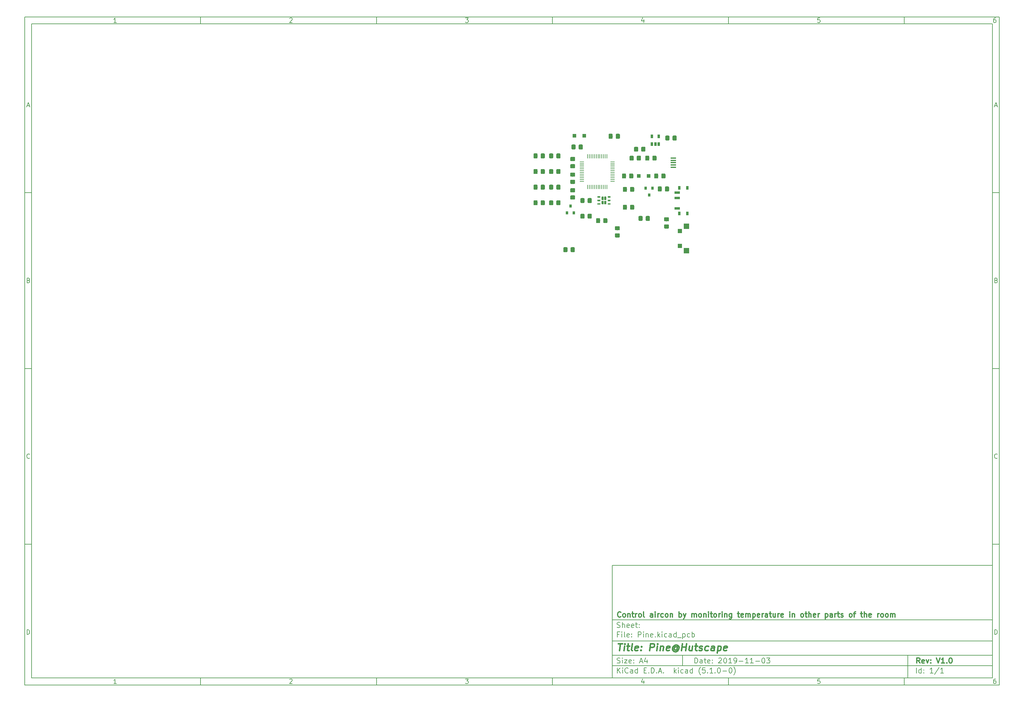
<source format=gbr>
G04 #@! TF.GenerationSoftware,KiCad,Pcbnew,(5.1.0-0)*
G04 #@! TF.CreationDate,2019-11-03T22:22:13+08:00*
G04 #@! TF.ProjectId,Pine,50696e65-2e6b-4696-9361-645f70636258,V1.0*
G04 #@! TF.SameCoordinates,Original*
G04 #@! TF.FileFunction,Paste,Top*
G04 #@! TF.FilePolarity,Positive*
%FSLAX46Y46*%
G04 Gerber Fmt 4.6, Leading zero omitted, Abs format (unit mm)*
G04 Created by KiCad (PCBNEW (5.1.0-0)) date 2019-11-03 22:22:13*
%MOMM*%
%LPD*%
G04 APERTURE LIST*
%ADD10C,0.100000*%
%ADD11C,0.150000*%
%ADD12C,0.300000*%
%ADD13C,0.400000*%
%ADD14C,1.150000*%
%ADD15R,1.650000X0.400000*%
%ADD16R,0.800000X0.900000*%
%ADD17R,0.250000X1.300000*%
%ADD18R,1.300000X0.250000*%
%ADD19C,0.400000*%
%ADD20C,0.600000*%
%ADD21R,0.650000X1.060000*%
%ADD22R,1.500000X1.500000*%
%ADD23R,1.200000X1.200000*%
%ADD24R,0.800000X1.000000*%
%ADD25R,1.500000X0.700000*%
%ADD26R,1.100000X1.100000*%
G04 APERTURE END LIST*
D10*
D11*
X177002200Y-166007200D02*
X177002200Y-198007200D01*
X285002200Y-198007200D01*
X285002200Y-166007200D01*
X177002200Y-166007200D01*
D10*
D11*
X10000000Y-10000000D02*
X10000000Y-200007200D01*
X287002200Y-200007200D01*
X287002200Y-10000000D01*
X10000000Y-10000000D01*
D10*
D11*
X12000000Y-12000000D02*
X12000000Y-198007200D01*
X285002200Y-198007200D01*
X285002200Y-12000000D01*
X12000000Y-12000000D01*
D10*
D11*
X60000000Y-12000000D02*
X60000000Y-10000000D01*
D10*
D11*
X110000000Y-12000000D02*
X110000000Y-10000000D01*
D10*
D11*
X160000000Y-12000000D02*
X160000000Y-10000000D01*
D10*
D11*
X210000000Y-12000000D02*
X210000000Y-10000000D01*
D10*
D11*
X260000000Y-12000000D02*
X260000000Y-10000000D01*
D10*
D11*
X36065476Y-11588095D02*
X35322619Y-11588095D01*
X35694047Y-11588095D02*
X35694047Y-10288095D01*
X35570238Y-10473809D01*
X35446428Y-10597619D01*
X35322619Y-10659523D01*
D10*
D11*
X85322619Y-10411904D02*
X85384523Y-10350000D01*
X85508333Y-10288095D01*
X85817857Y-10288095D01*
X85941666Y-10350000D01*
X86003571Y-10411904D01*
X86065476Y-10535714D01*
X86065476Y-10659523D01*
X86003571Y-10845238D01*
X85260714Y-11588095D01*
X86065476Y-11588095D01*
D10*
D11*
X135260714Y-10288095D02*
X136065476Y-10288095D01*
X135632142Y-10783333D01*
X135817857Y-10783333D01*
X135941666Y-10845238D01*
X136003571Y-10907142D01*
X136065476Y-11030952D01*
X136065476Y-11340476D01*
X136003571Y-11464285D01*
X135941666Y-11526190D01*
X135817857Y-11588095D01*
X135446428Y-11588095D01*
X135322619Y-11526190D01*
X135260714Y-11464285D01*
D10*
D11*
X185941666Y-10721428D02*
X185941666Y-11588095D01*
X185632142Y-10226190D02*
X185322619Y-11154761D01*
X186127380Y-11154761D01*
D10*
D11*
X236003571Y-10288095D02*
X235384523Y-10288095D01*
X235322619Y-10907142D01*
X235384523Y-10845238D01*
X235508333Y-10783333D01*
X235817857Y-10783333D01*
X235941666Y-10845238D01*
X236003571Y-10907142D01*
X236065476Y-11030952D01*
X236065476Y-11340476D01*
X236003571Y-11464285D01*
X235941666Y-11526190D01*
X235817857Y-11588095D01*
X235508333Y-11588095D01*
X235384523Y-11526190D01*
X235322619Y-11464285D01*
D10*
D11*
X285941666Y-10288095D02*
X285694047Y-10288095D01*
X285570238Y-10350000D01*
X285508333Y-10411904D01*
X285384523Y-10597619D01*
X285322619Y-10845238D01*
X285322619Y-11340476D01*
X285384523Y-11464285D01*
X285446428Y-11526190D01*
X285570238Y-11588095D01*
X285817857Y-11588095D01*
X285941666Y-11526190D01*
X286003571Y-11464285D01*
X286065476Y-11340476D01*
X286065476Y-11030952D01*
X286003571Y-10907142D01*
X285941666Y-10845238D01*
X285817857Y-10783333D01*
X285570238Y-10783333D01*
X285446428Y-10845238D01*
X285384523Y-10907142D01*
X285322619Y-11030952D01*
D10*
D11*
X60000000Y-198007200D02*
X60000000Y-200007200D01*
D10*
D11*
X110000000Y-198007200D02*
X110000000Y-200007200D01*
D10*
D11*
X160000000Y-198007200D02*
X160000000Y-200007200D01*
D10*
D11*
X210000000Y-198007200D02*
X210000000Y-200007200D01*
D10*
D11*
X260000000Y-198007200D02*
X260000000Y-200007200D01*
D10*
D11*
X36065476Y-199595295D02*
X35322619Y-199595295D01*
X35694047Y-199595295D02*
X35694047Y-198295295D01*
X35570238Y-198481009D01*
X35446428Y-198604819D01*
X35322619Y-198666723D01*
D10*
D11*
X85322619Y-198419104D02*
X85384523Y-198357200D01*
X85508333Y-198295295D01*
X85817857Y-198295295D01*
X85941666Y-198357200D01*
X86003571Y-198419104D01*
X86065476Y-198542914D01*
X86065476Y-198666723D01*
X86003571Y-198852438D01*
X85260714Y-199595295D01*
X86065476Y-199595295D01*
D10*
D11*
X135260714Y-198295295D02*
X136065476Y-198295295D01*
X135632142Y-198790533D01*
X135817857Y-198790533D01*
X135941666Y-198852438D01*
X136003571Y-198914342D01*
X136065476Y-199038152D01*
X136065476Y-199347676D01*
X136003571Y-199471485D01*
X135941666Y-199533390D01*
X135817857Y-199595295D01*
X135446428Y-199595295D01*
X135322619Y-199533390D01*
X135260714Y-199471485D01*
D10*
D11*
X185941666Y-198728628D02*
X185941666Y-199595295D01*
X185632142Y-198233390D02*
X185322619Y-199161961D01*
X186127380Y-199161961D01*
D10*
D11*
X236003571Y-198295295D02*
X235384523Y-198295295D01*
X235322619Y-198914342D01*
X235384523Y-198852438D01*
X235508333Y-198790533D01*
X235817857Y-198790533D01*
X235941666Y-198852438D01*
X236003571Y-198914342D01*
X236065476Y-199038152D01*
X236065476Y-199347676D01*
X236003571Y-199471485D01*
X235941666Y-199533390D01*
X235817857Y-199595295D01*
X235508333Y-199595295D01*
X235384523Y-199533390D01*
X235322619Y-199471485D01*
D10*
D11*
X285941666Y-198295295D02*
X285694047Y-198295295D01*
X285570238Y-198357200D01*
X285508333Y-198419104D01*
X285384523Y-198604819D01*
X285322619Y-198852438D01*
X285322619Y-199347676D01*
X285384523Y-199471485D01*
X285446428Y-199533390D01*
X285570238Y-199595295D01*
X285817857Y-199595295D01*
X285941666Y-199533390D01*
X286003571Y-199471485D01*
X286065476Y-199347676D01*
X286065476Y-199038152D01*
X286003571Y-198914342D01*
X285941666Y-198852438D01*
X285817857Y-198790533D01*
X285570238Y-198790533D01*
X285446428Y-198852438D01*
X285384523Y-198914342D01*
X285322619Y-199038152D01*
D10*
D11*
X10000000Y-60000000D02*
X12000000Y-60000000D01*
D10*
D11*
X10000000Y-110000000D02*
X12000000Y-110000000D01*
D10*
D11*
X10000000Y-160000000D02*
X12000000Y-160000000D01*
D10*
D11*
X10690476Y-35216666D02*
X11309523Y-35216666D01*
X10566666Y-35588095D02*
X11000000Y-34288095D01*
X11433333Y-35588095D01*
D10*
D11*
X11092857Y-84907142D02*
X11278571Y-84969047D01*
X11340476Y-85030952D01*
X11402380Y-85154761D01*
X11402380Y-85340476D01*
X11340476Y-85464285D01*
X11278571Y-85526190D01*
X11154761Y-85588095D01*
X10659523Y-85588095D01*
X10659523Y-84288095D01*
X11092857Y-84288095D01*
X11216666Y-84350000D01*
X11278571Y-84411904D01*
X11340476Y-84535714D01*
X11340476Y-84659523D01*
X11278571Y-84783333D01*
X11216666Y-84845238D01*
X11092857Y-84907142D01*
X10659523Y-84907142D01*
D10*
D11*
X11402380Y-135464285D02*
X11340476Y-135526190D01*
X11154761Y-135588095D01*
X11030952Y-135588095D01*
X10845238Y-135526190D01*
X10721428Y-135402380D01*
X10659523Y-135278571D01*
X10597619Y-135030952D01*
X10597619Y-134845238D01*
X10659523Y-134597619D01*
X10721428Y-134473809D01*
X10845238Y-134350000D01*
X11030952Y-134288095D01*
X11154761Y-134288095D01*
X11340476Y-134350000D01*
X11402380Y-134411904D01*
D10*
D11*
X10659523Y-185588095D02*
X10659523Y-184288095D01*
X10969047Y-184288095D01*
X11154761Y-184350000D01*
X11278571Y-184473809D01*
X11340476Y-184597619D01*
X11402380Y-184845238D01*
X11402380Y-185030952D01*
X11340476Y-185278571D01*
X11278571Y-185402380D01*
X11154761Y-185526190D01*
X10969047Y-185588095D01*
X10659523Y-185588095D01*
D10*
D11*
X287002200Y-60000000D02*
X285002200Y-60000000D01*
D10*
D11*
X287002200Y-110000000D02*
X285002200Y-110000000D01*
D10*
D11*
X287002200Y-160000000D02*
X285002200Y-160000000D01*
D10*
D11*
X285692676Y-35216666D02*
X286311723Y-35216666D01*
X285568866Y-35588095D02*
X286002200Y-34288095D01*
X286435533Y-35588095D01*
D10*
D11*
X286095057Y-84907142D02*
X286280771Y-84969047D01*
X286342676Y-85030952D01*
X286404580Y-85154761D01*
X286404580Y-85340476D01*
X286342676Y-85464285D01*
X286280771Y-85526190D01*
X286156961Y-85588095D01*
X285661723Y-85588095D01*
X285661723Y-84288095D01*
X286095057Y-84288095D01*
X286218866Y-84350000D01*
X286280771Y-84411904D01*
X286342676Y-84535714D01*
X286342676Y-84659523D01*
X286280771Y-84783333D01*
X286218866Y-84845238D01*
X286095057Y-84907142D01*
X285661723Y-84907142D01*
D10*
D11*
X286404580Y-135464285D02*
X286342676Y-135526190D01*
X286156961Y-135588095D01*
X286033152Y-135588095D01*
X285847438Y-135526190D01*
X285723628Y-135402380D01*
X285661723Y-135278571D01*
X285599819Y-135030952D01*
X285599819Y-134845238D01*
X285661723Y-134597619D01*
X285723628Y-134473809D01*
X285847438Y-134350000D01*
X286033152Y-134288095D01*
X286156961Y-134288095D01*
X286342676Y-134350000D01*
X286404580Y-134411904D01*
D10*
D11*
X285661723Y-185588095D02*
X285661723Y-184288095D01*
X285971247Y-184288095D01*
X286156961Y-184350000D01*
X286280771Y-184473809D01*
X286342676Y-184597619D01*
X286404580Y-184845238D01*
X286404580Y-185030952D01*
X286342676Y-185278571D01*
X286280771Y-185402380D01*
X286156961Y-185526190D01*
X285971247Y-185588095D01*
X285661723Y-185588095D01*
D10*
D11*
X200434342Y-193785771D02*
X200434342Y-192285771D01*
X200791485Y-192285771D01*
X201005771Y-192357200D01*
X201148628Y-192500057D01*
X201220057Y-192642914D01*
X201291485Y-192928628D01*
X201291485Y-193142914D01*
X201220057Y-193428628D01*
X201148628Y-193571485D01*
X201005771Y-193714342D01*
X200791485Y-193785771D01*
X200434342Y-193785771D01*
X202577200Y-193785771D02*
X202577200Y-193000057D01*
X202505771Y-192857200D01*
X202362914Y-192785771D01*
X202077200Y-192785771D01*
X201934342Y-192857200D01*
X202577200Y-193714342D02*
X202434342Y-193785771D01*
X202077200Y-193785771D01*
X201934342Y-193714342D01*
X201862914Y-193571485D01*
X201862914Y-193428628D01*
X201934342Y-193285771D01*
X202077200Y-193214342D01*
X202434342Y-193214342D01*
X202577200Y-193142914D01*
X203077200Y-192785771D02*
X203648628Y-192785771D01*
X203291485Y-192285771D02*
X203291485Y-193571485D01*
X203362914Y-193714342D01*
X203505771Y-193785771D01*
X203648628Y-193785771D01*
X204720057Y-193714342D02*
X204577200Y-193785771D01*
X204291485Y-193785771D01*
X204148628Y-193714342D01*
X204077200Y-193571485D01*
X204077200Y-193000057D01*
X204148628Y-192857200D01*
X204291485Y-192785771D01*
X204577200Y-192785771D01*
X204720057Y-192857200D01*
X204791485Y-193000057D01*
X204791485Y-193142914D01*
X204077200Y-193285771D01*
X205434342Y-193642914D02*
X205505771Y-193714342D01*
X205434342Y-193785771D01*
X205362914Y-193714342D01*
X205434342Y-193642914D01*
X205434342Y-193785771D01*
X205434342Y-192857200D02*
X205505771Y-192928628D01*
X205434342Y-193000057D01*
X205362914Y-192928628D01*
X205434342Y-192857200D01*
X205434342Y-193000057D01*
X207220057Y-192428628D02*
X207291485Y-192357200D01*
X207434342Y-192285771D01*
X207791485Y-192285771D01*
X207934342Y-192357200D01*
X208005771Y-192428628D01*
X208077200Y-192571485D01*
X208077200Y-192714342D01*
X208005771Y-192928628D01*
X207148628Y-193785771D01*
X208077200Y-193785771D01*
X209005771Y-192285771D02*
X209148628Y-192285771D01*
X209291485Y-192357200D01*
X209362914Y-192428628D01*
X209434342Y-192571485D01*
X209505771Y-192857200D01*
X209505771Y-193214342D01*
X209434342Y-193500057D01*
X209362914Y-193642914D01*
X209291485Y-193714342D01*
X209148628Y-193785771D01*
X209005771Y-193785771D01*
X208862914Y-193714342D01*
X208791485Y-193642914D01*
X208720057Y-193500057D01*
X208648628Y-193214342D01*
X208648628Y-192857200D01*
X208720057Y-192571485D01*
X208791485Y-192428628D01*
X208862914Y-192357200D01*
X209005771Y-192285771D01*
X210934342Y-193785771D02*
X210077200Y-193785771D01*
X210505771Y-193785771D02*
X210505771Y-192285771D01*
X210362914Y-192500057D01*
X210220057Y-192642914D01*
X210077200Y-192714342D01*
X211648628Y-193785771D02*
X211934342Y-193785771D01*
X212077200Y-193714342D01*
X212148628Y-193642914D01*
X212291485Y-193428628D01*
X212362914Y-193142914D01*
X212362914Y-192571485D01*
X212291485Y-192428628D01*
X212220057Y-192357200D01*
X212077200Y-192285771D01*
X211791485Y-192285771D01*
X211648628Y-192357200D01*
X211577200Y-192428628D01*
X211505771Y-192571485D01*
X211505771Y-192928628D01*
X211577200Y-193071485D01*
X211648628Y-193142914D01*
X211791485Y-193214342D01*
X212077200Y-193214342D01*
X212220057Y-193142914D01*
X212291485Y-193071485D01*
X212362914Y-192928628D01*
X213005771Y-193214342D02*
X214148628Y-193214342D01*
X215648628Y-193785771D02*
X214791485Y-193785771D01*
X215220057Y-193785771D02*
X215220057Y-192285771D01*
X215077200Y-192500057D01*
X214934342Y-192642914D01*
X214791485Y-192714342D01*
X217077200Y-193785771D02*
X216220057Y-193785771D01*
X216648628Y-193785771D02*
X216648628Y-192285771D01*
X216505771Y-192500057D01*
X216362914Y-192642914D01*
X216220057Y-192714342D01*
X217720057Y-193214342D02*
X218862914Y-193214342D01*
X219862914Y-192285771D02*
X220005771Y-192285771D01*
X220148628Y-192357200D01*
X220220057Y-192428628D01*
X220291485Y-192571485D01*
X220362914Y-192857200D01*
X220362914Y-193214342D01*
X220291485Y-193500057D01*
X220220057Y-193642914D01*
X220148628Y-193714342D01*
X220005771Y-193785771D01*
X219862914Y-193785771D01*
X219720057Y-193714342D01*
X219648628Y-193642914D01*
X219577200Y-193500057D01*
X219505771Y-193214342D01*
X219505771Y-192857200D01*
X219577200Y-192571485D01*
X219648628Y-192428628D01*
X219720057Y-192357200D01*
X219862914Y-192285771D01*
X220862914Y-192285771D02*
X221791485Y-192285771D01*
X221291485Y-192857200D01*
X221505771Y-192857200D01*
X221648628Y-192928628D01*
X221720057Y-193000057D01*
X221791485Y-193142914D01*
X221791485Y-193500057D01*
X221720057Y-193642914D01*
X221648628Y-193714342D01*
X221505771Y-193785771D01*
X221077200Y-193785771D01*
X220934342Y-193714342D01*
X220862914Y-193642914D01*
D10*
D11*
X177002200Y-194507200D02*
X285002200Y-194507200D01*
D10*
D11*
X178434342Y-196585771D02*
X178434342Y-195085771D01*
X179291485Y-196585771D02*
X178648628Y-195728628D01*
X179291485Y-195085771D02*
X178434342Y-195942914D01*
X179934342Y-196585771D02*
X179934342Y-195585771D01*
X179934342Y-195085771D02*
X179862914Y-195157200D01*
X179934342Y-195228628D01*
X180005771Y-195157200D01*
X179934342Y-195085771D01*
X179934342Y-195228628D01*
X181505771Y-196442914D02*
X181434342Y-196514342D01*
X181220057Y-196585771D01*
X181077200Y-196585771D01*
X180862914Y-196514342D01*
X180720057Y-196371485D01*
X180648628Y-196228628D01*
X180577200Y-195942914D01*
X180577200Y-195728628D01*
X180648628Y-195442914D01*
X180720057Y-195300057D01*
X180862914Y-195157200D01*
X181077200Y-195085771D01*
X181220057Y-195085771D01*
X181434342Y-195157200D01*
X181505771Y-195228628D01*
X182791485Y-196585771D02*
X182791485Y-195800057D01*
X182720057Y-195657200D01*
X182577200Y-195585771D01*
X182291485Y-195585771D01*
X182148628Y-195657200D01*
X182791485Y-196514342D02*
X182648628Y-196585771D01*
X182291485Y-196585771D01*
X182148628Y-196514342D01*
X182077200Y-196371485D01*
X182077200Y-196228628D01*
X182148628Y-196085771D01*
X182291485Y-196014342D01*
X182648628Y-196014342D01*
X182791485Y-195942914D01*
X184148628Y-196585771D02*
X184148628Y-195085771D01*
X184148628Y-196514342D02*
X184005771Y-196585771D01*
X183720057Y-196585771D01*
X183577200Y-196514342D01*
X183505771Y-196442914D01*
X183434342Y-196300057D01*
X183434342Y-195871485D01*
X183505771Y-195728628D01*
X183577200Y-195657200D01*
X183720057Y-195585771D01*
X184005771Y-195585771D01*
X184148628Y-195657200D01*
X186005771Y-195800057D02*
X186505771Y-195800057D01*
X186720057Y-196585771D02*
X186005771Y-196585771D01*
X186005771Y-195085771D01*
X186720057Y-195085771D01*
X187362914Y-196442914D02*
X187434342Y-196514342D01*
X187362914Y-196585771D01*
X187291485Y-196514342D01*
X187362914Y-196442914D01*
X187362914Y-196585771D01*
X188077200Y-196585771D02*
X188077200Y-195085771D01*
X188434342Y-195085771D01*
X188648628Y-195157200D01*
X188791485Y-195300057D01*
X188862914Y-195442914D01*
X188934342Y-195728628D01*
X188934342Y-195942914D01*
X188862914Y-196228628D01*
X188791485Y-196371485D01*
X188648628Y-196514342D01*
X188434342Y-196585771D01*
X188077200Y-196585771D01*
X189577200Y-196442914D02*
X189648628Y-196514342D01*
X189577200Y-196585771D01*
X189505771Y-196514342D01*
X189577200Y-196442914D01*
X189577200Y-196585771D01*
X190220057Y-196157200D02*
X190934342Y-196157200D01*
X190077200Y-196585771D02*
X190577200Y-195085771D01*
X191077200Y-196585771D01*
X191577200Y-196442914D02*
X191648628Y-196514342D01*
X191577200Y-196585771D01*
X191505771Y-196514342D01*
X191577200Y-196442914D01*
X191577200Y-196585771D01*
X194577200Y-196585771D02*
X194577200Y-195085771D01*
X194720057Y-196014342D02*
X195148628Y-196585771D01*
X195148628Y-195585771D02*
X194577200Y-196157200D01*
X195791485Y-196585771D02*
X195791485Y-195585771D01*
X195791485Y-195085771D02*
X195720057Y-195157200D01*
X195791485Y-195228628D01*
X195862914Y-195157200D01*
X195791485Y-195085771D01*
X195791485Y-195228628D01*
X197148628Y-196514342D02*
X197005771Y-196585771D01*
X196720057Y-196585771D01*
X196577200Y-196514342D01*
X196505771Y-196442914D01*
X196434342Y-196300057D01*
X196434342Y-195871485D01*
X196505771Y-195728628D01*
X196577200Y-195657200D01*
X196720057Y-195585771D01*
X197005771Y-195585771D01*
X197148628Y-195657200D01*
X198434342Y-196585771D02*
X198434342Y-195800057D01*
X198362914Y-195657200D01*
X198220057Y-195585771D01*
X197934342Y-195585771D01*
X197791485Y-195657200D01*
X198434342Y-196514342D02*
X198291485Y-196585771D01*
X197934342Y-196585771D01*
X197791485Y-196514342D01*
X197720057Y-196371485D01*
X197720057Y-196228628D01*
X197791485Y-196085771D01*
X197934342Y-196014342D01*
X198291485Y-196014342D01*
X198434342Y-195942914D01*
X199791485Y-196585771D02*
X199791485Y-195085771D01*
X199791485Y-196514342D02*
X199648628Y-196585771D01*
X199362914Y-196585771D01*
X199220057Y-196514342D01*
X199148628Y-196442914D01*
X199077200Y-196300057D01*
X199077200Y-195871485D01*
X199148628Y-195728628D01*
X199220057Y-195657200D01*
X199362914Y-195585771D01*
X199648628Y-195585771D01*
X199791485Y-195657200D01*
X202077200Y-197157200D02*
X202005771Y-197085771D01*
X201862914Y-196871485D01*
X201791485Y-196728628D01*
X201720057Y-196514342D01*
X201648628Y-196157200D01*
X201648628Y-195871485D01*
X201720057Y-195514342D01*
X201791485Y-195300057D01*
X201862914Y-195157200D01*
X202005771Y-194942914D01*
X202077200Y-194871485D01*
X203362914Y-195085771D02*
X202648628Y-195085771D01*
X202577200Y-195800057D01*
X202648628Y-195728628D01*
X202791485Y-195657200D01*
X203148628Y-195657200D01*
X203291485Y-195728628D01*
X203362914Y-195800057D01*
X203434342Y-195942914D01*
X203434342Y-196300057D01*
X203362914Y-196442914D01*
X203291485Y-196514342D01*
X203148628Y-196585771D01*
X202791485Y-196585771D01*
X202648628Y-196514342D01*
X202577200Y-196442914D01*
X204077200Y-196442914D02*
X204148628Y-196514342D01*
X204077200Y-196585771D01*
X204005771Y-196514342D01*
X204077200Y-196442914D01*
X204077200Y-196585771D01*
X205577200Y-196585771D02*
X204720057Y-196585771D01*
X205148628Y-196585771D02*
X205148628Y-195085771D01*
X205005771Y-195300057D01*
X204862914Y-195442914D01*
X204720057Y-195514342D01*
X206220057Y-196442914D02*
X206291485Y-196514342D01*
X206220057Y-196585771D01*
X206148628Y-196514342D01*
X206220057Y-196442914D01*
X206220057Y-196585771D01*
X207220057Y-195085771D02*
X207362914Y-195085771D01*
X207505771Y-195157200D01*
X207577200Y-195228628D01*
X207648628Y-195371485D01*
X207720057Y-195657200D01*
X207720057Y-196014342D01*
X207648628Y-196300057D01*
X207577200Y-196442914D01*
X207505771Y-196514342D01*
X207362914Y-196585771D01*
X207220057Y-196585771D01*
X207077200Y-196514342D01*
X207005771Y-196442914D01*
X206934342Y-196300057D01*
X206862914Y-196014342D01*
X206862914Y-195657200D01*
X206934342Y-195371485D01*
X207005771Y-195228628D01*
X207077200Y-195157200D01*
X207220057Y-195085771D01*
X208362914Y-196014342D02*
X209505771Y-196014342D01*
X210505771Y-195085771D02*
X210648628Y-195085771D01*
X210791485Y-195157200D01*
X210862914Y-195228628D01*
X210934342Y-195371485D01*
X211005771Y-195657200D01*
X211005771Y-196014342D01*
X210934342Y-196300057D01*
X210862914Y-196442914D01*
X210791485Y-196514342D01*
X210648628Y-196585771D01*
X210505771Y-196585771D01*
X210362914Y-196514342D01*
X210291485Y-196442914D01*
X210220057Y-196300057D01*
X210148628Y-196014342D01*
X210148628Y-195657200D01*
X210220057Y-195371485D01*
X210291485Y-195228628D01*
X210362914Y-195157200D01*
X210505771Y-195085771D01*
X211505771Y-197157200D02*
X211577200Y-197085771D01*
X211720057Y-196871485D01*
X211791485Y-196728628D01*
X211862914Y-196514342D01*
X211934342Y-196157200D01*
X211934342Y-195871485D01*
X211862914Y-195514342D01*
X211791485Y-195300057D01*
X211720057Y-195157200D01*
X211577200Y-194942914D01*
X211505771Y-194871485D01*
D10*
D11*
X177002200Y-191507200D02*
X285002200Y-191507200D01*
D10*
D12*
X264411485Y-193785771D02*
X263911485Y-193071485D01*
X263554342Y-193785771D02*
X263554342Y-192285771D01*
X264125771Y-192285771D01*
X264268628Y-192357200D01*
X264340057Y-192428628D01*
X264411485Y-192571485D01*
X264411485Y-192785771D01*
X264340057Y-192928628D01*
X264268628Y-193000057D01*
X264125771Y-193071485D01*
X263554342Y-193071485D01*
X265625771Y-193714342D02*
X265482914Y-193785771D01*
X265197200Y-193785771D01*
X265054342Y-193714342D01*
X264982914Y-193571485D01*
X264982914Y-193000057D01*
X265054342Y-192857200D01*
X265197200Y-192785771D01*
X265482914Y-192785771D01*
X265625771Y-192857200D01*
X265697200Y-193000057D01*
X265697200Y-193142914D01*
X264982914Y-193285771D01*
X266197200Y-192785771D02*
X266554342Y-193785771D01*
X266911485Y-192785771D01*
X267482914Y-193642914D02*
X267554342Y-193714342D01*
X267482914Y-193785771D01*
X267411485Y-193714342D01*
X267482914Y-193642914D01*
X267482914Y-193785771D01*
X267482914Y-192857200D02*
X267554342Y-192928628D01*
X267482914Y-193000057D01*
X267411485Y-192928628D01*
X267482914Y-192857200D01*
X267482914Y-193000057D01*
X269125771Y-192285771D02*
X269625771Y-193785771D01*
X270125771Y-192285771D01*
X271411485Y-193785771D02*
X270554342Y-193785771D01*
X270982914Y-193785771D02*
X270982914Y-192285771D01*
X270840057Y-192500057D01*
X270697200Y-192642914D01*
X270554342Y-192714342D01*
X272054342Y-193642914D02*
X272125771Y-193714342D01*
X272054342Y-193785771D01*
X271982914Y-193714342D01*
X272054342Y-193642914D01*
X272054342Y-193785771D01*
X273054342Y-192285771D02*
X273197200Y-192285771D01*
X273340057Y-192357200D01*
X273411485Y-192428628D01*
X273482914Y-192571485D01*
X273554342Y-192857200D01*
X273554342Y-193214342D01*
X273482914Y-193500057D01*
X273411485Y-193642914D01*
X273340057Y-193714342D01*
X273197200Y-193785771D01*
X273054342Y-193785771D01*
X272911485Y-193714342D01*
X272840057Y-193642914D01*
X272768628Y-193500057D01*
X272697200Y-193214342D01*
X272697200Y-192857200D01*
X272768628Y-192571485D01*
X272840057Y-192428628D01*
X272911485Y-192357200D01*
X273054342Y-192285771D01*
D10*
D11*
X178362914Y-193714342D02*
X178577200Y-193785771D01*
X178934342Y-193785771D01*
X179077200Y-193714342D01*
X179148628Y-193642914D01*
X179220057Y-193500057D01*
X179220057Y-193357200D01*
X179148628Y-193214342D01*
X179077200Y-193142914D01*
X178934342Y-193071485D01*
X178648628Y-193000057D01*
X178505771Y-192928628D01*
X178434342Y-192857200D01*
X178362914Y-192714342D01*
X178362914Y-192571485D01*
X178434342Y-192428628D01*
X178505771Y-192357200D01*
X178648628Y-192285771D01*
X179005771Y-192285771D01*
X179220057Y-192357200D01*
X179862914Y-193785771D02*
X179862914Y-192785771D01*
X179862914Y-192285771D02*
X179791485Y-192357200D01*
X179862914Y-192428628D01*
X179934342Y-192357200D01*
X179862914Y-192285771D01*
X179862914Y-192428628D01*
X180434342Y-192785771D02*
X181220057Y-192785771D01*
X180434342Y-193785771D01*
X181220057Y-193785771D01*
X182362914Y-193714342D02*
X182220057Y-193785771D01*
X181934342Y-193785771D01*
X181791485Y-193714342D01*
X181720057Y-193571485D01*
X181720057Y-193000057D01*
X181791485Y-192857200D01*
X181934342Y-192785771D01*
X182220057Y-192785771D01*
X182362914Y-192857200D01*
X182434342Y-193000057D01*
X182434342Y-193142914D01*
X181720057Y-193285771D01*
X183077200Y-193642914D02*
X183148628Y-193714342D01*
X183077200Y-193785771D01*
X183005771Y-193714342D01*
X183077200Y-193642914D01*
X183077200Y-193785771D01*
X183077200Y-192857200D02*
X183148628Y-192928628D01*
X183077200Y-193000057D01*
X183005771Y-192928628D01*
X183077200Y-192857200D01*
X183077200Y-193000057D01*
X184862914Y-193357200D02*
X185577200Y-193357200D01*
X184720057Y-193785771D02*
X185220057Y-192285771D01*
X185720057Y-193785771D01*
X186862914Y-192785771D02*
X186862914Y-193785771D01*
X186505771Y-192214342D02*
X186148628Y-193285771D01*
X187077200Y-193285771D01*
D10*
D11*
X263434342Y-196585771D02*
X263434342Y-195085771D01*
X264791485Y-196585771D02*
X264791485Y-195085771D01*
X264791485Y-196514342D02*
X264648628Y-196585771D01*
X264362914Y-196585771D01*
X264220057Y-196514342D01*
X264148628Y-196442914D01*
X264077200Y-196300057D01*
X264077200Y-195871485D01*
X264148628Y-195728628D01*
X264220057Y-195657200D01*
X264362914Y-195585771D01*
X264648628Y-195585771D01*
X264791485Y-195657200D01*
X265505771Y-196442914D02*
X265577200Y-196514342D01*
X265505771Y-196585771D01*
X265434342Y-196514342D01*
X265505771Y-196442914D01*
X265505771Y-196585771D01*
X265505771Y-195657200D02*
X265577200Y-195728628D01*
X265505771Y-195800057D01*
X265434342Y-195728628D01*
X265505771Y-195657200D01*
X265505771Y-195800057D01*
X268148628Y-196585771D02*
X267291485Y-196585771D01*
X267720057Y-196585771D02*
X267720057Y-195085771D01*
X267577200Y-195300057D01*
X267434342Y-195442914D01*
X267291485Y-195514342D01*
X269862914Y-195014342D02*
X268577200Y-196942914D01*
X271148628Y-196585771D02*
X270291485Y-196585771D01*
X270720057Y-196585771D02*
X270720057Y-195085771D01*
X270577200Y-195300057D01*
X270434342Y-195442914D01*
X270291485Y-195514342D01*
D10*
D11*
X177002200Y-187507200D02*
X285002200Y-187507200D01*
D10*
D13*
X178714580Y-188211961D02*
X179857438Y-188211961D01*
X179036009Y-190211961D02*
X179286009Y-188211961D01*
X180274104Y-190211961D02*
X180440771Y-188878628D01*
X180524104Y-188211961D02*
X180416961Y-188307200D01*
X180500295Y-188402438D01*
X180607438Y-188307200D01*
X180524104Y-188211961D01*
X180500295Y-188402438D01*
X181107438Y-188878628D02*
X181869342Y-188878628D01*
X181476485Y-188211961D02*
X181262200Y-189926247D01*
X181333628Y-190116723D01*
X181512200Y-190211961D01*
X181702676Y-190211961D01*
X182655057Y-190211961D02*
X182476485Y-190116723D01*
X182405057Y-189926247D01*
X182619342Y-188211961D01*
X184190771Y-190116723D02*
X183988390Y-190211961D01*
X183607438Y-190211961D01*
X183428866Y-190116723D01*
X183357438Y-189926247D01*
X183452676Y-189164342D01*
X183571723Y-188973866D01*
X183774104Y-188878628D01*
X184155057Y-188878628D01*
X184333628Y-188973866D01*
X184405057Y-189164342D01*
X184381247Y-189354819D01*
X183405057Y-189545295D01*
X185155057Y-190021485D02*
X185238390Y-190116723D01*
X185131247Y-190211961D01*
X185047914Y-190116723D01*
X185155057Y-190021485D01*
X185131247Y-190211961D01*
X185286009Y-188973866D02*
X185369342Y-189069104D01*
X185262200Y-189164342D01*
X185178866Y-189069104D01*
X185286009Y-188973866D01*
X185262200Y-189164342D01*
X187607438Y-190211961D02*
X187857438Y-188211961D01*
X188619342Y-188211961D01*
X188797914Y-188307200D01*
X188881247Y-188402438D01*
X188952676Y-188592914D01*
X188916961Y-188878628D01*
X188797914Y-189069104D01*
X188690771Y-189164342D01*
X188488390Y-189259580D01*
X187726485Y-189259580D01*
X189607438Y-190211961D02*
X189774104Y-188878628D01*
X189857438Y-188211961D02*
X189750295Y-188307200D01*
X189833628Y-188402438D01*
X189940771Y-188307200D01*
X189857438Y-188211961D01*
X189833628Y-188402438D01*
X190726485Y-188878628D02*
X190559819Y-190211961D01*
X190702676Y-189069104D02*
X190809819Y-188973866D01*
X191012200Y-188878628D01*
X191297914Y-188878628D01*
X191476485Y-188973866D01*
X191547914Y-189164342D01*
X191416961Y-190211961D01*
X193143152Y-190116723D02*
X192940771Y-190211961D01*
X192559819Y-190211961D01*
X192381247Y-190116723D01*
X192309819Y-189926247D01*
X192405057Y-189164342D01*
X192524104Y-188973866D01*
X192726485Y-188878628D01*
X193107438Y-188878628D01*
X193286009Y-188973866D01*
X193357438Y-189164342D01*
X193333628Y-189354819D01*
X192357438Y-189545295D01*
X195440771Y-189259580D02*
X195357438Y-189164342D01*
X195178866Y-189069104D01*
X194988390Y-189069104D01*
X194786009Y-189164342D01*
X194678866Y-189259580D01*
X194559819Y-189450057D01*
X194536009Y-189640533D01*
X194607438Y-189831009D01*
X194690771Y-189926247D01*
X194869342Y-190021485D01*
X195059819Y-190021485D01*
X195262200Y-189926247D01*
X195369342Y-189831009D01*
X195464580Y-189069104D02*
X195369342Y-189831009D01*
X195452676Y-189926247D01*
X195547914Y-189926247D01*
X195750295Y-189831009D01*
X195869342Y-189640533D01*
X195928866Y-189164342D01*
X195774104Y-188878628D01*
X195512200Y-188688152D01*
X195143152Y-188592914D01*
X194750295Y-188688152D01*
X194440771Y-188878628D01*
X194214580Y-189164342D01*
X194071723Y-189545295D01*
X194119342Y-189926247D01*
X194274104Y-190211961D01*
X194536009Y-190402438D01*
X194905057Y-190497676D01*
X195297914Y-190402438D01*
X195607438Y-190211961D01*
X196655057Y-190211961D02*
X196905057Y-188211961D01*
X196786009Y-189164342D02*
X197928866Y-189164342D01*
X197797914Y-190211961D02*
X198047914Y-188211961D01*
X199774104Y-188878628D02*
X199607438Y-190211961D01*
X198916961Y-188878628D02*
X198786009Y-189926247D01*
X198857438Y-190116723D01*
X199036009Y-190211961D01*
X199321723Y-190211961D01*
X199524104Y-190116723D01*
X199631247Y-190021485D01*
X200440771Y-188878628D02*
X201202676Y-188878628D01*
X200809819Y-188211961D02*
X200595533Y-189926247D01*
X200666961Y-190116723D01*
X200845533Y-190211961D01*
X201036009Y-190211961D01*
X201619342Y-190116723D02*
X201797914Y-190211961D01*
X202178866Y-190211961D01*
X202381247Y-190116723D01*
X202500295Y-189926247D01*
X202512200Y-189831009D01*
X202440771Y-189640533D01*
X202262200Y-189545295D01*
X201976485Y-189545295D01*
X201797914Y-189450057D01*
X201726485Y-189259580D01*
X201738390Y-189164342D01*
X201857438Y-188973866D01*
X202059819Y-188878628D01*
X202345533Y-188878628D01*
X202524104Y-188973866D01*
X204190771Y-190116723D02*
X203988390Y-190211961D01*
X203607438Y-190211961D01*
X203428866Y-190116723D01*
X203345533Y-190021485D01*
X203274104Y-189831009D01*
X203345533Y-189259580D01*
X203464580Y-189069104D01*
X203571723Y-188973866D01*
X203774104Y-188878628D01*
X204155057Y-188878628D01*
X204333628Y-188973866D01*
X205893152Y-190211961D02*
X206024104Y-189164342D01*
X205952676Y-188973866D01*
X205774104Y-188878628D01*
X205393152Y-188878628D01*
X205190771Y-188973866D01*
X205905057Y-190116723D02*
X205702676Y-190211961D01*
X205226485Y-190211961D01*
X205047914Y-190116723D01*
X204976485Y-189926247D01*
X205000295Y-189735771D01*
X205119342Y-189545295D01*
X205321723Y-189450057D01*
X205797914Y-189450057D01*
X206000295Y-189354819D01*
X207012200Y-188878628D02*
X206762200Y-190878628D01*
X207000295Y-188973866D02*
X207202676Y-188878628D01*
X207583628Y-188878628D01*
X207762200Y-188973866D01*
X207845533Y-189069104D01*
X207916961Y-189259580D01*
X207845533Y-189831009D01*
X207726485Y-190021485D01*
X207619342Y-190116723D01*
X207416961Y-190211961D01*
X207036009Y-190211961D01*
X206857438Y-190116723D01*
X209428866Y-190116723D02*
X209226485Y-190211961D01*
X208845533Y-190211961D01*
X208666961Y-190116723D01*
X208595533Y-189926247D01*
X208690771Y-189164342D01*
X208809819Y-188973866D01*
X209012200Y-188878628D01*
X209393152Y-188878628D01*
X209571723Y-188973866D01*
X209643152Y-189164342D01*
X209619342Y-189354819D01*
X208643152Y-189545295D01*
D10*
D11*
X178934342Y-185600057D02*
X178434342Y-185600057D01*
X178434342Y-186385771D02*
X178434342Y-184885771D01*
X179148628Y-184885771D01*
X179720057Y-186385771D02*
X179720057Y-185385771D01*
X179720057Y-184885771D02*
X179648628Y-184957200D01*
X179720057Y-185028628D01*
X179791485Y-184957200D01*
X179720057Y-184885771D01*
X179720057Y-185028628D01*
X180648628Y-186385771D02*
X180505771Y-186314342D01*
X180434342Y-186171485D01*
X180434342Y-184885771D01*
X181791485Y-186314342D02*
X181648628Y-186385771D01*
X181362914Y-186385771D01*
X181220057Y-186314342D01*
X181148628Y-186171485D01*
X181148628Y-185600057D01*
X181220057Y-185457200D01*
X181362914Y-185385771D01*
X181648628Y-185385771D01*
X181791485Y-185457200D01*
X181862914Y-185600057D01*
X181862914Y-185742914D01*
X181148628Y-185885771D01*
X182505771Y-186242914D02*
X182577200Y-186314342D01*
X182505771Y-186385771D01*
X182434342Y-186314342D01*
X182505771Y-186242914D01*
X182505771Y-186385771D01*
X182505771Y-185457200D02*
X182577200Y-185528628D01*
X182505771Y-185600057D01*
X182434342Y-185528628D01*
X182505771Y-185457200D01*
X182505771Y-185600057D01*
X184362914Y-186385771D02*
X184362914Y-184885771D01*
X184934342Y-184885771D01*
X185077200Y-184957200D01*
X185148628Y-185028628D01*
X185220057Y-185171485D01*
X185220057Y-185385771D01*
X185148628Y-185528628D01*
X185077200Y-185600057D01*
X184934342Y-185671485D01*
X184362914Y-185671485D01*
X185862914Y-186385771D02*
X185862914Y-185385771D01*
X185862914Y-184885771D02*
X185791485Y-184957200D01*
X185862914Y-185028628D01*
X185934342Y-184957200D01*
X185862914Y-184885771D01*
X185862914Y-185028628D01*
X186577200Y-185385771D02*
X186577200Y-186385771D01*
X186577200Y-185528628D02*
X186648628Y-185457200D01*
X186791485Y-185385771D01*
X187005771Y-185385771D01*
X187148628Y-185457200D01*
X187220057Y-185600057D01*
X187220057Y-186385771D01*
X188505771Y-186314342D02*
X188362914Y-186385771D01*
X188077200Y-186385771D01*
X187934342Y-186314342D01*
X187862914Y-186171485D01*
X187862914Y-185600057D01*
X187934342Y-185457200D01*
X188077200Y-185385771D01*
X188362914Y-185385771D01*
X188505771Y-185457200D01*
X188577200Y-185600057D01*
X188577200Y-185742914D01*
X187862914Y-185885771D01*
X189220057Y-186242914D02*
X189291485Y-186314342D01*
X189220057Y-186385771D01*
X189148628Y-186314342D01*
X189220057Y-186242914D01*
X189220057Y-186385771D01*
X189934342Y-186385771D02*
X189934342Y-184885771D01*
X190077200Y-185814342D02*
X190505771Y-186385771D01*
X190505771Y-185385771D02*
X189934342Y-185957200D01*
X191148628Y-186385771D02*
X191148628Y-185385771D01*
X191148628Y-184885771D02*
X191077200Y-184957200D01*
X191148628Y-185028628D01*
X191220057Y-184957200D01*
X191148628Y-184885771D01*
X191148628Y-185028628D01*
X192505771Y-186314342D02*
X192362914Y-186385771D01*
X192077200Y-186385771D01*
X191934342Y-186314342D01*
X191862914Y-186242914D01*
X191791485Y-186100057D01*
X191791485Y-185671485D01*
X191862914Y-185528628D01*
X191934342Y-185457200D01*
X192077200Y-185385771D01*
X192362914Y-185385771D01*
X192505771Y-185457200D01*
X193791485Y-186385771D02*
X193791485Y-185600057D01*
X193720057Y-185457200D01*
X193577200Y-185385771D01*
X193291485Y-185385771D01*
X193148628Y-185457200D01*
X193791485Y-186314342D02*
X193648628Y-186385771D01*
X193291485Y-186385771D01*
X193148628Y-186314342D01*
X193077200Y-186171485D01*
X193077200Y-186028628D01*
X193148628Y-185885771D01*
X193291485Y-185814342D01*
X193648628Y-185814342D01*
X193791485Y-185742914D01*
X195148628Y-186385771D02*
X195148628Y-184885771D01*
X195148628Y-186314342D02*
X195005771Y-186385771D01*
X194720057Y-186385771D01*
X194577200Y-186314342D01*
X194505771Y-186242914D01*
X194434342Y-186100057D01*
X194434342Y-185671485D01*
X194505771Y-185528628D01*
X194577200Y-185457200D01*
X194720057Y-185385771D01*
X195005771Y-185385771D01*
X195148628Y-185457200D01*
X195505771Y-186528628D02*
X196648628Y-186528628D01*
X197005771Y-185385771D02*
X197005771Y-186885771D01*
X197005771Y-185457200D02*
X197148628Y-185385771D01*
X197434342Y-185385771D01*
X197577200Y-185457200D01*
X197648628Y-185528628D01*
X197720057Y-185671485D01*
X197720057Y-186100057D01*
X197648628Y-186242914D01*
X197577200Y-186314342D01*
X197434342Y-186385771D01*
X197148628Y-186385771D01*
X197005771Y-186314342D01*
X199005771Y-186314342D02*
X198862914Y-186385771D01*
X198577200Y-186385771D01*
X198434342Y-186314342D01*
X198362914Y-186242914D01*
X198291485Y-186100057D01*
X198291485Y-185671485D01*
X198362914Y-185528628D01*
X198434342Y-185457200D01*
X198577200Y-185385771D01*
X198862914Y-185385771D01*
X199005771Y-185457200D01*
X199648628Y-186385771D02*
X199648628Y-184885771D01*
X199648628Y-185457200D02*
X199791485Y-185385771D01*
X200077200Y-185385771D01*
X200220057Y-185457200D01*
X200291485Y-185528628D01*
X200362914Y-185671485D01*
X200362914Y-186100057D01*
X200291485Y-186242914D01*
X200220057Y-186314342D01*
X200077200Y-186385771D01*
X199791485Y-186385771D01*
X199648628Y-186314342D01*
D10*
D11*
X177002200Y-181507200D02*
X285002200Y-181507200D01*
D10*
D11*
X178362914Y-183614342D02*
X178577200Y-183685771D01*
X178934342Y-183685771D01*
X179077200Y-183614342D01*
X179148628Y-183542914D01*
X179220057Y-183400057D01*
X179220057Y-183257200D01*
X179148628Y-183114342D01*
X179077200Y-183042914D01*
X178934342Y-182971485D01*
X178648628Y-182900057D01*
X178505771Y-182828628D01*
X178434342Y-182757200D01*
X178362914Y-182614342D01*
X178362914Y-182471485D01*
X178434342Y-182328628D01*
X178505771Y-182257200D01*
X178648628Y-182185771D01*
X179005771Y-182185771D01*
X179220057Y-182257200D01*
X179862914Y-183685771D02*
X179862914Y-182185771D01*
X180505771Y-183685771D02*
X180505771Y-182900057D01*
X180434342Y-182757200D01*
X180291485Y-182685771D01*
X180077200Y-182685771D01*
X179934342Y-182757200D01*
X179862914Y-182828628D01*
X181791485Y-183614342D02*
X181648628Y-183685771D01*
X181362914Y-183685771D01*
X181220057Y-183614342D01*
X181148628Y-183471485D01*
X181148628Y-182900057D01*
X181220057Y-182757200D01*
X181362914Y-182685771D01*
X181648628Y-182685771D01*
X181791485Y-182757200D01*
X181862914Y-182900057D01*
X181862914Y-183042914D01*
X181148628Y-183185771D01*
X183077200Y-183614342D02*
X182934342Y-183685771D01*
X182648628Y-183685771D01*
X182505771Y-183614342D01*
X182434342Y-183471485D01*
X182434342Y-182900057D01*
X182505771Y-182757200D01*
X182648628Y-182685771D01*
X182934342Y-182685771D01*
X183077200Y-182757200D01*
X183148628Y-182900057D01*
X183148628Y-183042914D01*
X182434342Y-183185771D01*
X183577200Y-182685771D02*
X184148628Y-182685771D01*
X183791485Y-182185771D02*
X183791485Y-183471485D01*
X183862914Y-183614342D01*
X184005771Y-183685771D01*
X184148628Y-183685771D01*
X184648628Y-183542914D02*
X184720057Y-183614342D01*
X184648628Y-183685771D01*
X184577200Y-183614342D01*
X184648628Y-183542914D01*
X184648628Y-183685771D01*
X184648628Y-182757200D02*
X184720057Y-182828628D01*
X184648628Y-182900057D01*
X184577200Y-182828628D01*
X184648628Y-182757200D01*
X184648628Y-182900057D01*
D10*
D12*
X179411485Y-180542914D02*
X179340057Y-180614342D01*
X179125771Y-180685771D01*
X178982914Y-180685771D01*
X178768628Y-180614342D01*
X178625771Y-180471485D01*
X178554342Y-180328628D01*
X178482914Y-180042914D01*
X178482914Y-179828628D01*
X178554342Y-179542914D01*
X178625771Y-179400057D01*
X178768628Y-179257200D01*
X178982914Y-179185771D01*
X179125771Y-179185771D01*
X179340057Y-179257200D01*
X179411485Y-179328628D01*
X180268628Y-180685771D02*
X180125771Y-180614342D01*
X180054342Y-180542914D01*
X179982914Y-180400057D01*
X179982914Y-179971485D01*
X180054342Y-179828628D01*
X180125771Y-179757200D01*
X180268628Y-179685771D01*
X180482914Y-179685771D01*
X180625771Y-179757200D01*
X180697200Y-179828628D01*
X180768628Y-179971485D01*
X180768628Y-180400057D01*
X180697200Y-180542914D01*
X180625771Y-180614342D01*
X180482914Y-180685771D01*
X180268628Y-180685771D01*
X181411485Y-179685771D02*
X181411485Y-180685771D01*
X181411485Y-179828628D02*
X181482914Y-179757200D01*
X181625771Y-179685771D01*
X181840057Y-179685771D01*
X181982914Y-179757200D01*
X182054342Y-179900057D01*
X182054342Y-180685771D01*
X182554342Y-179685771D02*
X183125771Y-179685771D01*
X182768628Y-179185771D02*
X182768628Y-180471485D01*
X182840057Y-180614342D01*
X182982914Y-180685771D01*
X183125771Y-180685771D01*
X183625771Y-180685771D02*
X183625771Y-179685771D01*
X183625771Y-179971485D02*
X183697200Y-179828628D01*
X183768628Y-179757200D01*
X183911485Y-179685771D01*
X184054342Y-179685771D01*
X184768628Y-180685771D02*
X184625771Y-180614342D01*
X184554342Y-180542914D01*
X184482914Y-180400057D01*
X184482914Y-179971485D01*
X184554342Y-179828628D01*
X184625771Y-179757200D01*
X184768628Y-179685771D01*
X184982914Y-179685771D01*
X185125771Y-179757200D01*
X185197200Y-179828628D01*
X185268628Y-179971485D01*
X185268628Y-180400057D01*
X185197200Y-180542914D01*
X185125771Y-180614342D01*
X184982914Y-180685771D01*
X184768628Y-180685771D01*
X186125771Y-180685771D02*
X185982914Y-180614342D01*
X185911485Y-180471485D01*
X185911485Y-179185771D01*
X188482914Y-180685771D02*
X188482914Y-179900057D01*
X188411485Y-179757200D01*
X188268628Y-179685771D01*
X187982914Y-179685771D01*
X187840057Y-179757200D01*
X188482914Y-180614342D02*
X188340057Y-180685771D01*
X187982914Y-180685771D01*
X187840057Y-180614342D01*
X187768628Y-180471485D01*
X187768628Y-180328628D01*
X187840057Y-180185771D01*
X187982914Y-180114342D01*
X188340057Y-180114342D01*
X188482914Y-180042914D01*
X189197200Y-180685771D02*
X189197200Y-179685771D01*
X189197200Y-179185771D02*
X189125771Y-179257200D01*
X189197200Y-179328628D01*
X189268628Y-179257200D01*
X189197200Y-179185771D01*
X189197200Y-179328628D01*
X189911485Y-180685771D02*
X189911485Y-179685771D01*
X189911485Y-179971485D02*
X189982914Y-179828628D01*
X190054342Y-179757200D01*
X190197200Y-179685771D01*
X190340057Y-179685771D01*
X191482914Y-180614342D02*
X191340057Y-180685771D01*
X191054342Y-180685771D01*
X190911485Y-180614342D01*
X190840057Y-180542914D01*
X190768628Y-180400057D01*
X190768628Y-179971485D01*
X190840057Y-179828628D01*
X190911485Y-179757200D01*
X191054342Y-179685771D01*
X191340057Y-179685771D01*
X191482914Y-179757200D01*
X192340057Y-180685771D02*
X192197200Y-180614342D01*
X192125771Y-180542914D01*
X192054342Y-180400057D01*
X192054342Y-179971485D01*
X192125771Y-179828628D01*
X192197200Y-179757200D01*
X192340057Y-179685771D01*
X192554342Y-179685771D01*
X192697200Y-179757200D01*
X192768628Y-179828628D01*
X192840057Y-179971485D01*
X192840057Y-180400057D01*
X192768628Y-180542914D01*
X192697200Y-180614342D01*
X192554342Y-180685771D01*
X192340057Y-180685771D01*
X193482914Y-179685771D02*
X193482914Y-180685771D01*
X193482914Y-179828628D02*
X193554342Y-179757200D01*
X193697200Y-179685771D01*
X193911485Y-179685771D01*
X194054342Y-179757200D01*
X194125771Y-179900057D01*
X194125771Y-180685771D01*
X195982914Y-180685771D02*
X195982914Y-179185771D01*
X195982914Y-179757200D02*
X196125771Y-179685771D01*
X196411485Y-179685771D01*
X196554342Y-179757200D01*
X196625771Y-179828628D01*
X196697200Y-179971485D01*
X196697200Y-180400057D01*
X196625771Y-180542914D01*
X196554342Y-180614342D01*
X196411485Y-180685771D01*
X196125771Y-180685771D01*
X195982914Y-180614342D01*
X197197200Y-179685771D02*
X197554342Y-180685771D01*
X197911485Y-179685771D02*
X197554342Y-180685771D01*
X197411485Y-181042914D01*
X197340057Y-181114342D01*
X197197200Y-181185771D01*
X199625771Y-180685771D02*
X199625771Y-179685771D01*
X199625771Y-179828628D02*
X199697200Y-179757200D01*
X199840057Y-179685771D01*
X200054342Y-179685771D01*
X200197200Y-179757200D01*
X200268628Y-179900057D01*
X200268628Y-180685771D01*
X200268628Y-179900057D02*
X200340057Y-179757200D01*
X200482914Y-179685771D01*
X200697200Y-179685771D01*
X200840057Y-179757200D01*
X200911485Y-179900057D01*
X200911485Y-180685771D01*
X201840057Y-180685771D02*
X201697200Y-180614342D01*
X201625771Y-180542914D01*
X201554342Y-180400057D01*
X201554342Y-179971485D01*
X201625771Y-179828628D01*
X201697200Y-179757200D01*
X201840057Y-179685771D01*
X202054342Y-179685771D01*
X202197200Y-179757200D01*
X202268628Y-179828628D01*
X202340057Y-179971485D01*
X202340057Y-180400057D01*
X202268628Y-180542914D01*
X202197200Y-180614342D01*
X202054342Y-180685771D01*
X201840057Y-180685771D01*
X202982914Y-179685771D02*
X202982914Y-180685771D01*
X202982914Y-179828628D02*
X203054342Y-179757200D01*
X203197200Y-179685771D01*
X203411485Y-179685771D01*
X203554342Y-179757200D01*
X203625771Y-179900057D01*
X203625771Y-180685771D01*
X204340057Y-180685771D02*
X204340057Y-179685771D01*
X204340057Y-179185771D02*
X204268628Y-179257200D01*
X204340057Y-179328628D01*
X204411485Y-179257200D01*
X204340057Y-179185771D01*
X204340057Y-179328628D01*
X204840057Y-179685771D02*
X205411485Y-179685771D01*
X205054342Y-179185771D02*
X205054342Y-180471485D01*
X205125771Y-180614342D01*
X205268628Y-180685771D01*
X205411485Y-180685771D01*
X206125771Y-180685771D02*
X205982914Y-180614342D01*
X205911485Y-180542914D01*
X205840057Y-180400057D01*
X205840057Y-179971485D01*
X205911485Y-179828628D01*
X205982914Y-179757200D01*
X206125771Y-179685771D01*
X206340057Y-179685771D01*
X206482914Y-179757200D01*
X206554342Y-179828628D01*
X206625771Y-179971485D01*
X206625771Y-180400057D01*
X206554342Y-180542914D01*
X206482914Y-180614342D01*
X206340057Y-180685771D01*
X206125771Y-180685771D01*
X207268628Y-180685771D02*
X207268628Y-179685771D01*
X207268628Y-179971485D02*
X207340057Y-179828628D01*
X207411485Y-179757200D01*
X207554342Y-179685771D01*
X207697200Y-179685771D01*
X208197200Y-180685771D02*
X208197200Y-179685771D01*
X208197200Y-179185771D02*
X208125771Y-179257200D01*
X208197200Y-179328628D01*
X208268628Y-179257200D01*
X208197200Y-179185771D01*
X208197200Y-179328628D01*
X208911485Y-179685771D02*
X208911485Y-180685771D01*
X208911485Y-179828628D02*
X208982914Y-179757200D01*
X209125771Y-179685771D01*
X209340057Y-179685771D01*
X209482914Y-179757200D01*
X209554342Y-179900057D01*
X209554342Y-180685771D01*
X210911485Y-179685771D02*
X210911485Y-180900057D01*
X210840057Y-181042914D01*
X210768628Y-181114342D01*
X210625771Y-181185771D01*
X210411485Y-181185771D01*
X210268628Y-181114342D01*
X210911485Y-180614342D02*
X210768628Y-180685771D01*
X210482914Y-180685771D01*
X210340057Y-180614342D01*
X210268628Y-180542914D01*
X210197200Y-180400057D01*
X210197200Y-179971485D01*
X210268628Y-179828628D01*
X210340057Y-179757200D01*
X210482914Y-179685771D01*
X210768628Y-179685771D01*
X210911485Y-179757200D01*
X212554342Y-179685771D02*
X213125771Y-179685771D01*
X212768628Y-179185771D02*
X212768628Y-180471485D01*
X212840057Y-180614342D01*
X212982914Y-180685771D01*
X213125771Y-180685771D01*
X214197200Y-180614342D02*
X214054342Y-180685771D01*
X213768628Y-180685771D01*
X213625771Y-180614342D01*
X213554342Y-180471485D01*
X213554342Y-179900057D01*
X213625771Y-179757200D01*
X213768628Y-179685771D01*
X214054342Y-179685771D01*
X214197200Y-179757200D01*
X214268628Y-179900057D01*
X214268628Y-180042914D01*
X213554342Y-180185771D01*
X214911485Y-180685771D02*
X214911485Y-179685771D01*
X214911485Y-179828628D02*
X214982914Y-179757200D01*
X215125771Y-179685771D01*
X215340057Y-179685771D01*
X215482914Y-179757200D01*
X215554342Y-179900057D01*
X215554342Y-180685771D01*
X215554342Y-179900057D02*
X215625771Y-179757200D01*
X215768628Y-179685771D01*
X215982914Y-179685771D01*
X216125771Y-179757200D01*
X216197200Y-179900057D01*
X216197200Y-180685771D01*
X216911485Y-179685771D02*
X216911485Y-181185771D01*
X216911485Y-179757200D02*
X217054342Y-179685771D01*
X217340057Y-179685771D01*
X217482914Y-179757200D01*
X217554342Y-179828628D01*
X217625771Y-179971485D01*
X217625771Y-180400057D01*
X217554342Y-180542914D01*
X217482914Y-180614342D01*
X217340057Y-180685771D01*
X217054342Y-180685771D01*
X216911485Y-180614342D01*
X218840057Y-180614342D02*
X218697200Y-180685771D01*
X218411485Y-180685771D01*
X218268628Y-180614342D01*
X218197200Y-180471485D01*
X218197200Y-179900057D01*
X218268628Y-179757200D01*
X218411485Y-179685771D01*
X218697200Y-179685771D01*
X218840057Y-179757200D01*
X218911485Y-179900057D01*
X218911485Y-180042914D01*
X218197200Y-180185771D01*
X219554342Y-180685771D02*
X219554342Y-179685771D01*
X219554342Y-179971485D02*
X219625771Y-179828628D01*
X219697200Y-179757200D01*
X219840057Y-179685771D01*
X219982914Y-179685771D01*
X221125771Y-180685771D02*
X221125771Y-179900057D01*
X221054342Y-179757200D01*
X220911485Y-179685771D01*
X220625771Y-179685771D01*
X220482914Y-179757200D01*
X221125771Y-180614342D02*
X220982914Y-180685771D01*
X220625771Y-180685771D01*
X220482914Y-180614342D01*
X220411485Y-180471485D01*
X220411485Y-180328628D01*
X220482914Y-180185771D01*
X220625771Y-180114342D01*
X220982914Y-180114342D01*
X221125771Y-180042914D01*
X221625771Y-179685771D02*
X222197200Y-179685771D01*
X221840057Y-179185771D02*
X221840057Y-180471485D01*
X221911485Y-180614342D01*
X222054342Y-180685771D01*
X222197200Y-180685771D01*
X223340057Y-179685771D02*
X223340057Y-180685771D01*
X222697200Y-179685771D02*
X222697200Y-180471485D01*
X222768628Y-180614342D01*
X222911485Y-180685771D01*
X223125771Y-180685771D01*
X223268628Y-180614342D01*
X223340057Y-180542914D01*
X224054342Y-180685771D02*
X224054342Y-179685771D01*
X224054342Y-179971485D02*
X224125771Y-179828628D01*
X224197200Y-179757200D01*
X224340057Y-179685771D01*
X224482914Y-179685771D01*
X225554342Y-180614342D02*
X225411485Y-180685771D01*
X225125771Y-180685771D01*
X224982914Y-180614342D01*
X224911485Y-180471485D01*
X224911485Y-179900057D01*
X224982914Y-179757200D01*
X225125771Y-179685771D01*
X225411485Y-179685771D01*
X225554342Y-179757200D01*
X225625771Y-179900057D01*
X225625771Y-180042914D01*
X224911485Y-180185771D01*
X227411485Y-180685771D02*
X227411485Y-179685771D01*
X227411485Y-179185771D02*
X227340057Y-179257200D01*
X227411485Y-179328628D01*
X227482914Y-179257200D01*
X227411485Y-179185771D01*
X227411485Y-179328628D01*
X228125771Y-179685771D02*
X228125771Y-180685771D01*
X228125771Y-179828628D02*
X228197200Y-179757200D01*
X228340057Y-179685771D01*
X228554342Y-179685771D01*
X228697200Y-179757200D01*
X228768628Y-179900057D01*
X228768628Y-180685771D01*
X230840057Y-180685771D02*
X230697200Y-180614342D01*
X230625771Y-180542914D01*
X230554342Y-180400057D01*
X230554342Y-179971485D01*
X230625771Y-179828628D01*
X230697200Y-179757200D01*
X230840057Y-179685771D01*
X231054342Y-179685771D01*
X231197200Y-179757200D01*
X231268628Y-179828628D01*
X231340057Y-179971485D01*
X231340057Y-180400057D01*
X231268628Y-180542914D01*
X231197200Y-180614342D01*
X231054342Y-180685771D01*
X230840057Y-180685771D01*
X231768628Y-179685771D02*
X232340057Y-179685771D01*
X231982914Y-179185771D02*
X231982914Y-180471485D01*
X232054342Y-180614342D01*
X232197200Y-180685771D01*
X232340057Y-180685771D01*
X232840057Y-180685771D02*
X232840057Y-179185771D01*
X233482914Y-180685771D02*
X233482914Y-179900057D01*
X233411485Y-179757200D01*
X233268628Y-179685771D01*
X233054342Y-179685771D01*
X232911485Y-179757200D01*
X232840057Y-179828628D01*
X234768628Y-180614342D02*
X234625771Y-180685771D01*
X234340057Y-180685771D01*
X234197200Y-180614342D01*
X234125771Y-180471485D01*
X234125771Y-179900057D01*
X234197200Y-179757200D01*
X234340057Y-179685771D01*
X234625771Y-179685771D01*
X234768628Y-179757200D01*
X234840057Y-179900057D01*
X234840057Y-180042914D01*
X234125771Y-180185771D01*
X235482914Y-180685771D02*
X235482914Y-179685771D01*
X235482914Y-179971485D02*
X235554342Y-179828628D01*
X235625771Y-179757200D01*
X235768628Y-179685771D01*
X235911485Y-179685771D01*
X237554342Y-179685771D02*
X237554342Y-181185771D01*
X237554342Y-179757200D02*
X237697200Y-179685771D01*
X237982914Y-179685771D01*
X238125771Y-179757200D01*
X238197200Y-179828628D01*
X238268628Y-179971485D01*
X238268628Y-180400057D01*
X238197200Y-180542914D01*
X238125771Y-180614342D01*
X237982914Y-180685771D01*
X237697200Y-180685771D01*
X237554342Y-180614342D01*
X239554342Y-180685771D02*
X239554342Y-179900057D01*
X239482914Y-179757200D01*
X239340057Y-179685771D01*
X239054342Y-179685771D01*
X238911485Y-179757200D01*
X239554342Y-180614342D02*
X239411485Y-180685771D01*
X239054342Y-180685771D01*
X238911485Y-180614342D01*
X238840057Y-180471485D01*
X238840057Y-180328628D01*
X238911485Y-180185771D01*
X239054342Y-180114342D01*
X239411485Y-180114342D01*
X239554342Y-180042914D01*
X240268628Y-180685771D02*
X240268628Y-179685771D01*
X240268628Y-179971485D02*
X240340057Y-179828628D01*
X240411485Y-179757200D01*
X240554342Y-179685771D01*
X240697200Y-179685771D01*
X240982914Y-179685771D02*
X241554342Y-179685771D01*
X241197200Y-179185771D02*
X241197200Y-180471485D01*
X241268628Y-180614342D01*
X241411485Y-180685771D01*
X241554342Y-180685771D01*
X241982914Y-180614342D02*
X242125771Y-180685771D01*
X242411485Y-180685771D01*
X242554342Y-180614342D01*
X242625771Y-180471485D01*
X242625771Y-180400057D01*
X242554342Y-180257200D01*
X242411485Y-180185771D01*
X242197200Y-180185771D01*
X242054342Y-180114342D01*
X241982914Y-179971485D01*
X241982914Y-179900057D01*
X242054342Y-179757200D01*
X242197200Y-179685771D01*
X242411485Y-179685771D01*
X242554342Y-179757200D01*
X244625771Y-180685771D02*
X244482914Y-180614342D01*
X244411485Y-180542914D01*
X244340057Y-180400057D01*
X244340057Y-179971485D01*
X244411485Y-179828628D01*
X244482914Y-179757200D01*
X244625771Y-179685771D01*
X244840057Y-179685771D01*
X244982914Y-179757200D01*
X245054342Y-179828628D01*
X245125771Y-179971485D01*
X245125771Y-180400057D01*
X245054342Y-180542914D01*
X244982914Y-180614342D01*
X244840057Y-180685771D01*
X244625771Y-180685771D01*
X245554342Y-179685771D02*
X246125771Y-179685771D01*
X245768628Y-180685771D02*
X245768628Y-179400057D01*
X245840057Y-179257200D01*
X245982914Y-179185771D01*
X246125771Y-179185771D01*
X247554342Y-179685771D02*
X248125771Y-179685771D01*
X247768628Y-179185771D02*
X247768628Y-180471485D01*
X247840057Y-180614342D01*
X247982914Y-180685771D01*
X248125771Y-180685771D01*
X248625771Y-180685771D02*
X248625771Y-179185771D01*
X249268628Y-180685771D02*
X249268628Y-179900057D01*
X249197200Y-179757200D01*
X249054342Y-179685771D01*
X248840057Y-179685771D01*
X248697200Y-179757200D01*
X248625771Y-179828628D01*
X250554342Y-180614342D02*
X250411485Y-180685771D01*
X250125771Y-180685771D01*
X249982914Y-180614342D01*
X249911485Y-180471485D01*
X249911485Y-179900057D01*
X249982914Y-179757200D01*
X250125771Y-179685771D01*
X250411485Y-179685771D01*
X250554342Y-179757200D01*
X250625771Y-179900057D01*
X250625771Y-180042914D01*
X249911485Y-180185771D01*
X252411485Y-180685771D02*
X252411485Y-179685771D01*
X252411485Y-179971485D02*
X252482914Y-179828628D01*
X252554342Y-179757200D01*
X252697200Y-179685771D01*
X252840057Y-179685771D01*
X253554342Y-180685771D02*
X253411485Y-180614342D01*
X253340057Y-180542914D01*
X253268628Y-180400057D01*
X253268628Y-179971485D01*
X253340057Y-179828628D01*
X253411485Y-179757200D01*
X253554342Y-179685771D01*
X253768628Y-179685771D01*
X253911485Y-179757200D01*
X253982914Y-179828628D01*
X254054342Y-179971485D01*
X254054342Y-180400057D01*
X253982914Y-180542914D01*
X253911485Y-180614342D01*
X253768628Y-180685771D01*
X253554342Y-180685771D01*
X254911485Y-180685771D02*
X254768628Y-180614342D01*
X254697199Y-180542914D01*
X254625771Y-180400057D01*
X254625771Y-179971485D01*
X254697199Y-179828628D01*
X254768628Y-179757200D01*
X254911485Y-179685771D01*
X255125771Y-179685771D01*
X255268628Y-179757200D01*
X255340057Y-179828628D01*
X255411485Y-179971485D01*
X255411485Y-180400057D01*
X255340057Y-180542914D01*
X255268628Y-180614342D01*
X255125771Y-180685771D01*
X254911485Y-180685771D01*
X256054342Y-180685771D02*
X256054342Y-179685771D01*
X256054342Y-179828628D02*
X256125771Y-179757200D01*
X256268628Y-179685771D01*
X256482914Y-179685771D01*
X256625771Y-179757200D01*
X256697199Y-179900057D01*
X256697199Y-180685771D01*
X256697199Y-179900057D02*
X256768628Y-179757200D01*
X256911485Y-179685771D01*
X257125771Y-179685771D01*
X257268628Y-179757200D01*
X257340057Y-179900057D01*
X257340057Y-180685771D01*
D10*
D11*
X197002200Y-191507200D02*
X197002200Y-194507200D01*
D10*
D11*
X261002200Y-191507200D02*
X261002200Y-198007200D01*
D10*
G36*
X166084505Y-75501204D02*
G01*
X166108773Y-75504804D01*
X166132572Y-75510765D01*
X166155671Y-75519030D01*
X166177850Y-75529520D01*
X166198893Y-75542132D01*
X166218599Y-75556747D01*
X166236777Y-75573223D01*
X166253253Y-75591401D01*
X166267868Y-75611107D01*
X166280480Y-75632150D01*
X166290970Y-75654329D01*
X166299235Y-75677428D01*
X166305196Y-75701227D01*
X166308796Y-75725495D01*
X166310000Y-75749999D01*
X166310000Y-76650001D01*
X166308796Y-76674505D01*
X166305196Y-76698773D01*
X166299235Y-76722572D01*
X166290970Y-76745671D01*
X166280480Y-76767850D01*
X166267868Y-76788893D01*
X166253253Y-76808599D01*
X166236777Y-76826777D01*
X166218599Y-76843253D01*
X166198893Y-76857868D01*
X166177850Y-76870480D01*
X166155671Y-76880970D01*
X166132572Y-76889235D01*
X166108773Y-76895196D01*
X166084505Y-76898796D01*
X166060001Y-76900000D01*
X165409999Y-76900000D01*
X165385495Y-76898796D01*
X165361227Y-76895196D01*
X165337428Y-76889235D01*
X165314329Y-76880970D01*
X165292150Y-76870480D01*
X165271107Y-76857868D01*
X165251401Y-76843253D01*
X165233223Y-76826777D01*
X165216747Y-76808599D01*
X165202132Y-76788893D01*
X165189520Y-76767850D01*
X165179030Y-76745671D01*
X165170765Y-76722572D01*
X165164804Y-76698773D01*
X165161204Y-76674505D01*
X165160000Y-76650001D01*
X165160000Y-75749999D01*
X165161204Y-75725495D01*
X165164804Y-75701227D01*
X165170765Y-75677428D01*
X165179030Y-75654329D01*
X165189520Y-75632150D01*
X165202132Y-75611107D01*
X165216747Y-75591401D01*
X165233223Y-75573223D01*
X165251401Y-75556747D01*
X165271107Y-75542132D01*
X165292150Y-75529520D01*
X165314329Y-75519030D01*
X165337428Y-75510765D01*
X165361227Y-75504804D01*
X165385495Y-75501204D01*
X165409999Y-75500000D01*
X166060001Y-75500000D01*
X166084505Y-75501204D01*
X166084505Y-75501204D01*
G37*
D14*
X165735000Y-76200000D03*
D10*
G36*
X164034505Y-75501204D02*
G01*
X164058773Y-75504804D01*
X164082572Y-75510765D01*
X164105671Y-75519030D01*
X164127850Y-75529520D01*
X164148893Y-75542132D01*
X164168599Y-75556747D01*
X164186777Y-75573223D01*
X164203253Y-75591401D01*
X164217868Y-75611107D01*
X164230480Y-75632150D01*
X164240970Y-75654329D01*
X164249235Y-75677428D01*
X164255196Y-75701227D01*
X164258796Y-75725495D01*
X164260000Y-75749999D01*
X164260000Y-76650001D01*
X164258796Y-76674505D01*
X164255196Y-76698773D01*
X164249235Y-76722572D01*
X164240970Y-76745671D01*
X164230480Y-76767850D01*
X164217868Y-76788893D01*
X164203253Y-76808599D01*
X164186777Y-76826777D01*
X164168599Y-76843253D01*
X164148893Y-76857868D01*
X164127850Y-76870480D01*
X164105671Y-76880970D01*
X164082572Y-76889235D01*
X164058773Y-76895196D01*
X164034505Y-76898796D01*
X164010001Y-76900000D01*
X163359999Y-76900000D01*
X163335495Y-76898796D01*
X163311227Y-76895196D01*
X163287428Y-76889235D01*
X163264329Y-76880970D01*
X163242150Y-76870480D01*
X163221107Y-76857868D01*
X163201401Y-76843253D01*
X163183223Y-76826777D01*
X163166747Y-76808599D01*
X163152132Y-76788893D01*
X163139520Y-76767850D01*
X163129030Y-76745671D01*
X163120765Y-76722572D01*
X163114804Y-76698773D01*
X163111204Y-76674505D01*
X163110000Y-76650001D01*
X163110000Y-75749999D01*
X163111204Y-75725495D01*
X163114804Y-75701227D01*
X163120765Y-75677428D01*
X163129030Y-75654329D01*
X163139520Y-75632150D01*
X163152132Y-75611107D01*
X163166747Y-75591401D01*
X163183223Y-75573223D01*
X163201401Y-75556747D01*
X163221107Y-75542132D01*
X163242150Y-75529520D01*
X163264329Y-75519030D01*
X163287428Y-75510765D01*
X163311227Y-75504804D01*
X163335495Y-75501204D01*
X163359999Y-75500000D01*
X164010001Y-75500000D01*
X164034505Y-75501204D01*
X164034505Y-75501204D01*
G37*
D14*
X163685000Y-76200000D03*
D15*
X194323000Y-52760000D03*
X194323000Y-52110000D03*
X194323000Y-51460000D03*
X194323000Y-50810000D03*
X194323000Y-50160000D03*
D10*
G36*
X176870505Y-43243204D02*
G01*
X176894773Y-43246804D01*
X176918572Y-43252765D01*
X176941671Y-43261030D01*
X176963850Y-43271520D01*
X176984893Y-43284132D01*
X177004599Y-43298747D01*
X177022777Y-43315223D01*
X177039253Y-43333401D01*
X177053868Y-43353107D01*
X177066480Y-43374150D01*
X177076970Y-43396329D01*
X177085235Y-43419428D01*
X177091196Y-43443227D01*
X177094796Y-43467495D01*
X177096000Y-43491999D01*
X177096000Y-44392001D01*
X177094796Y-44416505D01*
X177091196Y-44440773D01*
X177085235Y-44464572D01*
X177076970Y-44487671D01*
X177066480Y-44509850D01*
X177053868Y-44530893D01*
X177039253Y-44550599D01*
X177022777Y-44568777D01*
X177004599Y-44585253D01*
X176984893Y-44599868D01*
X176963850Y-44612480D01*
X176941671Y-44622970D01*
X176918572Y-44631235D01*
X176894773Y-44637196D01*
X176870505Y-44640796D01*
X176846001Y-44642000D01*
X176195999Y-44642000D01*
X176171495Y-44640796D01*
X176147227Y-44637196D01*
X176123428Y-44631235D01*
X176100329Y-44622970D01*
X176078150Y-44612480D01*
X176057107Y-44599868D01*
X176037401Y-44585253D01*
X176019223Y-44568777D01*
X176002747Y-44550599D01*
X175988132Y-44530893D01*
X175975520Y-44509850D01*
X175965030Y-44487671D01*
X175956765Y-44464572D01*
X175950804Y-44440773D01*
X175947204Y-44416505D01*
X175946000Y-44392001D01*
X175946000Y-43491999D01*
X175947204Y-43467495D01*
X175950804Y-43443227D01*
X175956765Y-43419428D01*
X175965030Y-43396329D01*
X175975520Y-43374150D01*
X175988132Y-43353107D01*
X176002747Y-43333401D01*
X176019223Y-43315223D01*
X176037401Y-43298747D01*
X176057107Y-43284132D01*
X176078150Y-43271520D01*
X176100329Y-43261030D01*
X176123428Y-43252765D01*
X176147227Y-43246804D01*
X176171495Y-43243204D01*
X176195999Y-43242000D01*
X176846001Y-43242000D01*
X176870505Y-43243204D01*
X176870505Y-43243204D01*
G37*
D14*
X176521000Y-43942000D03*
D10*
G36*
X178920505Y-43243204D02*
G01*
X178944773Y-43246804D01*
X178968572Y-43252765D01*
X178991671Y-43261030D01*
X179013850Y-43271520D01*
X179034893Y-43284132D01*
X179054599Y-43298747D01*
X179072777Y-43315223D01*
X179089253Y-43333401D01*
X179103868Y-43353107D01*
X179116480Y-43374150D01*
X179126970Y-43396329D01*
X179135235Y-43419428D01*
X179141196Y-43443227D01*
X179144796Y-43467495D01*
X179146000Y-43491999D01*
X179146000Y-44392001D01*
X179144796Y-44416505D01*
X179141196Y-44440773D01*
X179135235Y-44464572D01*
X179126970Y-44487671D01*
X179116480Y-44509850D01*
X179103868Y-44530893D01*
X179089253Y-44550599D01*
X179072777Y-44568777D01*
X179054599Y-44585253D01*
X179034893Y-44599868D01*
X179013850Y-44612480D01*
X178991671Y-44622970D01*
X178968572Y-44631235D01*
X178944773Y-44637196D01*
X178920505Y-44640796D01*
X178896001Y-44642000D01*
X178245999Y-44642000D01*
X178221495Y-44640796D01*
X178197227Y-44637196D01*
X178173428Y-44631235D01*
X178150329Y-44622970D01*
X178128150Y-44612480D01*
X178107107Y-44599868D01*
X178087401Y-44585253D01*
X178069223Y-44568777D01*
X178052747Y-44550599D01*
X178038132Y-44530893D01*
X178025520Y-44509850D01*
X178015030Y-44487671D01*
X178006765Y-44464572D01*
X178000804Y-44440773D01*
X177997204Y-44416505D01*
X177996000Y-44392001D01*
X177996000Y-43491999D01*
X177997204Y-43467495D01*
X178000804Y-43443227D01*
X178006765Y-43419428D01*
X178015030Y-43396329D01*
X178025520Y-43374150D01*
X178038132Y-43353107D01*
X178052747Y-43333401D01*
X178069223Y-43315223D01*
X178087401Y-43298747D01*
X178107107Y-43284132D01*
X178128150Y-43271520D01*
X178150329Y-43261030D01*
X178173428Y-43252765D01*
X178197227Y-43246804D01*
X178221495Y-43243204D01*
X178245999Y-43242000D01*
X178896001Y-43242000D01*
X178920505Y-43243204D01*
X178920505Y-43243204D01*
G37*
D14*
X178571000Y-43942000D03*
D10*
G36*
X155534910Y-62166202D02*
G01*
X155559135Y-62169795D01*
X155582891Y-62175746D01*
X155605949Y-62183996D01*
X155628087Y-62194467D01*
X155649093Y-62207057D01*
X155668763Y-62221645D01*
X155686908Y-62238092D01*
X155703355Y-62256237D01*
X155717943Y-62275907D01*
X155730533Y-62296913D01*
X155741004Y-62319051D01*
X155749254Y-62342109D01*
X155755205Y-62365865D01*
X155758798Y-62390090D01*
X155760000Y-62414550D01*
X155760000Y-63315450D01*
X155758798Y-63339910D01*
X155755205Y-63364135D01*
X155749254Y-63387891D01*
X155741004Y-63410949D01*
X155730533Y-63433087D01*
X155717943Y-63454093D01*
X155703355Y-63473763D01*
X155686908Y-63491908D01*
X155668763Y-63508355D01*
X155649093Y-63522943D01*
X155628087Y-63535533D01*
X155605949Y-63546004D01*
X155582891Y-63554254D01*
X155559135Y-63560205D01*
X155534910Y-63563798D01*
X155510450Y-63565000D01*
X154859550Y-63565000D01*
X154835090Y-63563798D01*
X154810865Y-63560205D01*
X154787109Y-63554254D01*
X154764051Y-63546004D01*
X154741913Y-63535533D01*
X154720907Y-63522943D01*
X154701237Y-63508355D01*
X154683092Y-63491908D01*
X154666645Y-63473763D01*
X154652057Y-63454093D01*
X154639467Y-63433087D01*
X154628996Y-63410949D01*
X154620746Y-63387891D01*
X154614795Y-63364135D01*
X154611202Y-63339910D01*
X154610000Y-63315450D01*
X154610000Y-62414550D01*
X154611202Y-62390090D01*
X154614795Y-62365865D01*
X154620746Y-62342109D01*
X154628996Y-62319051D01*
X154639467Y-62296913D01*
X154652057Y-62275907D01*
X154666645Y-62256237D01*
X154683092Y-62238092D01*
X154701237Y-62221645D01*
X154720907Y-62207057D01*
X154741913Y-62194467D01*
X154764051Y-62183996D01*
X154787109Y-62175746D01*
X154810865Y-62169795D01*
X154835090Y-62166202D01*
X154859550Y-62165000D01*
X155510450Y-62165000D01*
X155534910Y-62166202D01*
X155534910Y-62166202D01*
G37*
D14*
X155185000Y-62865000D03*
D10*
G36*
X157584910Y-62166202D02*
G01*
X157609135Y-62169795D01*
X157632891Y-62175746D01*
X157655949Y-62183996D01*
X157678087Y-62194467D01*
X157699093Y-62207057D01*
X157718763Y-62221645D01*
X157736908Y-62238092D01*
X157753355Y-62256237D01*
X157767943Y-62275907D01*
X157780533Y-62296913D01*
X157791004Y-62319051D01*
X157799254Y-62342109D01*
X157805205Y-62365865D01*
X157808798Y-62390090D01*
X157810000Y-62414550D01*
X157810000Y-63315450D01*
X157808798Y-63339910D01*
X157805205Y-63364135D01*
X157799254Y-63387891D01*
X157791004Y-63410949D01*
X157780533Y-63433087D01*
X157767943Y-63454093D01*
X157753355Y-63473763D01*
X157736908Y-63491908D01*
X157718763Y-63508355D01*
X157699093Y-63522943D01*
X157678087Y-63535533D01*
X157655949Y-63546004D01*
X157632891Y-63554254D01*
X157609135Y-63560205D01*
X157584910Y-63563798D01*
X157560450Y-63565000D01*
X156909550Y-63565000D01*
X156885090Y-63563798D01*
X156860865Y-63560205D01*
X156837109Y-63554254D01*
X156814051Y-63546004D01*
X156791913Y-63535533D01*
X156770907Y-63522943D01*
X156751237Y-63508355D01*
X156733092Y-63491908D01*
X156716645Y-63473763D01*
X156702057Y-63454093D01*
X156689467Y-63433087D01*
X156678996Y-63410949D01*
X156670746Y-63387891D01*
X156664795Y-63364135D01*
X156661202Y-63339910D01*
X156660000Y-63315450D01*
X156660000Y-62414550D01*
X156661202Y-62390090D01*
X156664795Y-62365865D01*
X156670746Y-62342109D01*
X156678996Y-62319051D01*
X156689467Y-62296913D01*
X156702057Y-62275907D01*
X156716645Y-62256237D01*
X156733092Y-62238092D01*
X156751237Y-62221645D01*
X156770907Y-62207057D01*
X156791913Y-62194467D01*
X156814051Y-62183996D01*
X156837109Y-62175746D01*
X156860865Y-62169795D01*
X156885090Y-62166202D01*
X156909550Y-62165000D01*
X157560450Y-62165000D01*
X157584910Y-62166202D01*
X157584910Y-62166202D01*
G37*
D14*
X157235000Y-62865000D03*
D10*
G36*
X155534910Y-57721202D02*
G01*
X155559135Y-57724795D01*
X155582891Y-57730746D01*
X155605949Y-57738996D01*
X155628087Y-57749467D01*
X155649093Y-57762057D01*
X155668763Y-57776645D01*
X155686908Y-57793092D01*
X155703355Y-57811237D01*
X155717943Y-57830907D01*
X155730533Y-57851913D01*
X155741004Y-57874051D01*
X155749254Y-57897109D01*
X155755205Y-57920865D01*
X155758798Y-57945090D01*
X155760000Y-57969550D01*
X155760000Y-58870450D01*
X155758798Y-58894910D01*
X155755205Y-58919135D01*
X155749254Y-58942891D01*
X155741004Y-58965949D01*
X155730533Y-58988087D01*
X155717943Y-59009093D01*
X155703355Y-59028763D01*
X155686908Y-59046908D01*
X155668763Y-59063355D01*
X155649093Y-59077943D01*
X155628087Y-59090533D01*
X155605949Y-59101004D01*
X155582891Y-59109254D01*
X155559135Y-59115205D01*
X155534910Y-59118798D01*
X155510450Y-59120000D01*
X154859550Y-59120000D01*
X154835090Y-59118798D01*
X154810865Y-59115205D01*
X154787109Y-59109254D01*
X154764051Y-59101004D01*
X154741913Y-59090533D01*
X154720907Y-59077943D01*
X154701237Y-59063355D01*
X154683092Y-59046908D01*
X154666645Y-59028763D01*
X154652057Y-59009093D01*
X154639467Y-58988087D01*
X154628996Y-58965949D01*
X154620746Y-58942891D01*
X154614795Y-58919135D01*
X154611202Y-58894910D01*
X154610000Y-58870450D01*
X154610000Y-57969550D01*
X154611202Y-57945090D01*
X154614795Y-57920865D01*
X154620746Y-57897109D01*
X154628996Y-57874051D01*
X154639467Y-57851913D01*
X154652057Y-57830907D01*
X154666645Y-57811237D01*
X154683092Y-57793092D01*
X154701237Y-57776645D01*
X154720907Y-57762057D01*
X154741913Y-57749467D01*
X154764051Y-57738996D01*
X154787109Y-57730746D01*
X154810865Y-57724795D01*
X154835090Y-57721202D01*
X154859550Y-57720000D01*
X155510450Y-57720000D01*
X155534910Y-57721202D01*
X155534910Y-57721202D01*
G37*
D14*
X155185000Y-58420000D03*
D10*
G36*
X157584910Y-57721202D02*
G01*
X157609135Y-57724795D01*
X157632891Y-57730746D01*
X157655949Y-57738996D01*
X157678087Y-57749467D01*
X157699093Y-57762057D01*
X157718763Y-57776645D01*
X157736908Y-57793092D01*
X157753355Y-57811237D01*
X157767943Y-57830907D01*
X157780533Y-57851913D01*
X157791004Y-57874051D01*
X157799254Y-57897109D01*
X157805205Y-57920865D01*
X157808798Y-57945090D01*
X157810000Y-57969550D01*
X157810000Y-58870450D01*
X157808798Y-58894910D01*
X157805205Y-58919135D01*
X157799254Y-58942891D01*
X157791004Y-58965949D01*
X157780533Y-58988087D01*
X157767943Y-59009093D01*
X157753355Y-59028763D01*
X157736908Y-59046908D01*
X157718763Y-59063355D01*
X157699093Y-59077943D01*
X157678087Y-59090533D01*
X157655949Y-59101004D01*
X157632891Y-59109254D01*
X157609135Y-59115205D01*
X157584910Y-59118798D01*
X157560450Y-59120000D01*
X156909550Y-59120000D01*
X156885090Y-59118798D01*
X156860865Y-59115205D01*
X156837109Y-59109254D01*
X156814051Y-59101004D01*
X156791913Y-59090533D01*
X156770907Y-59077943D01*
X156751237Y-59063355D01*
X156733092Y-59046908D01*
X156716645Y-59028763D01*
X156702057Y-59009093D01*
X156689467Y-58988087D01*
X156678996Y-58965949D01*
X156670746Y-58942891D01*
X156664795Y-58919135D01*
X156661202Y-58894910D01*
X156660000Y-58870450D01*
X156660000Y-57969550D01*
X156661202Y-57945090D01*
X156664795Y-57920865D01*
X156670746Y-57897109D01*
X156678996Y-57874051D01*
X156689467Y-57851913D01*
X156702057Y-57830907D01*
X156716645Y-57811237D01*
X156733092Y-57793092D01*
X156751237Y-57776645D01*
X156770907Y-57762057D01*
X156791913Y-57749467D01*
X156814051Y-57738996D01*
X156837109Y-57730746D01*
X156860865Y-57724795D01*
X156885090Y-57721202D01*
X156909550Y-57720000D01*
X157560450Y-57720000D01*
X157584910Y-57721202D01*
X157584910Y-57721202D01*
G37*
D14*
X157235000Y-58420000D03*
D10*
G36*
X155534910Y-53276202D02*
G01*
X155559135Y-53279795D01*
X155582891Y-53285746D01*
X155605949Y-53293996D01*
X155628087Y-53304467D01*
X155649093Y-53317057D01*
X155668763Y-53331645D01*
X155686908Y-53348092D01*
X155703355Y-53366237D01*
X155717943Y-53385907D01*
X155730533Y-53406913D01*
X155741004Y-53429051D01*
X155749254Y-53452109D01*
X155755205Y-53475865D01*
X155758798Y-53500090D01*
X155760000Y-53524550D01*
X155760000Y-54425450D01*
X155758798Y-54449910D01*
X155755205Y-54474135D01*
X155749254Y-54497891D01*
X155741004Y-54520949D01*
X155730533Y-54543087D01*
X155717943Y-54564093D01*
X155703355Y-54583763D01*
X155686908Y-54601908D01*
X155668763Y-54618355D01*
X155649093Y-54632943D01*
X155628087Y-54645533D01*
X155605949Y-54656004D01*
X155582891Y-54664254D01*
X155559135Y-54670205D01*
X155534910Y-54673798D01*
X155510450Y-54675000D01*
X154859550Y-54675000D01*
X154835090Y-54673798D01*
X154810865Y-54670205D01*
X154787109Y-54664254D01*
X154764051Y-54656004D01*
X154741913Y-54645533D01*
X154720907Y-54632943D01*
X154701237Y-54618355D01*
X154683092Y-54601908D01*
X154666645Y-54583763D01*
X154652057Y-54564093D01*
X154639467Y-54543087D01*
X154628996Y-54520949D01*
X154620746Y-54497891D01*
X154614795Y-54474135D01*
X154611202Y-54449910D01*
X154610000Y-54425450D01*
X154610000Y-53524550D01*
X154611202Y-53500090D01*
X154614795Y-53475865D01*
X154620746Y-53452109D01*
X154628996Y-53429051D01*
X154639467Y-53406913D01*
X154652057Y-53385907D01*
X154666645Y-53366237D01*
X154683092Y-53348092D01*
X154701237Y-53331645D01*
X154720907Y-53317057D01*
X154741913Y-53304467D01*
X154764051Y-53293996D01*
X154787109Y-53285746D01*
X154810865Y-53279795D01*
X154835090Y-53276202D01*
X154859550Y-53275000D01*
X155510450Y-53275000D01*
X155534910Y-53276202D01*
X155534910Y-53276202D01*
G37*
D14*
X155185000Y-53975000D03*
D10*
G36*
X157584910Y-53276202D02*
G01*
X157609135Y-53279795D01*
X157632891Y-53285746D01*
X157655949Y-53293996D01*
X157678087Y-53304467D01*
X157699093Y-53317057D01*
X157718763Y-53331645D01*
X157736908Y-53348092D01*
X157753355Y-53366237D01*
X157767943Y-53385907D01*
X157780533Y-53406913D01*
X157791004Y-53429051D01*
X157799254Y-53452109D01*
X157805205Y-53475865D01*
X157808798Y-53500090D01*
X157810000Y-53524550D01*
X157810000Y-54425450D01*
X157808798Y-54449910D01*
X157805205Y-54474135D01*
X157799254Y-54497891D01*
X157791004Y-54520949D01*
X157780533Y-54543087D01*
X157767943Y-54564093D01*
X157753355Y-54583763D01*
X157736908Y-54601908D01*
X157718763Y-54618355D01*
X157699093Y-54632943D01*
X157678087Y-54645533D01*
X157655949Y-54656004D01*
X157632891Y-54664254D01*
X157609135Y-54670205D01*
X157584910Y-54673798D01*
X157560450Y-54675000D01*
X156909550Y-54675000D01*
X156885090Y-54673798D01*
X156860865Y-54670205D01*
X156837109Y-54664254D01*
X156814051Y-54656004D01*
X156791913Y-54645533D01*
X156770907Y-54632943D01*
X156751237Y-54618355D01*
X156733092Y-54601908D01*
X156716645Y-54583763D01*
X156702057Y-54564093D01*
X156689467Y-54543087D01*
X156678996Y-54520949D01*
X156670746Y-54497891D01*
X156664795Y-54474135D01*
X156661202Y-54449910D01*
X156660000Y-54425450D01*
X156660000Y-53524550D01*
X156661202Y-53500090D01*
X156664795Y-53475865D01*
X156670746Y-53452109D01*
X156678996Y-53429051D01*
X156689467Y-53406913D01*
X156702057Y-53385907D01*
X156716645Y-53366237D01*
X156733092Y-53348092D01*
X156751237Y-53331645D01*
X156770907Y-53317057D01*
X156791913Y-53304467D01*
X156814051Y-53293996D01*
X156837109Y-53285746D01*
X156860865Y-53279795D01*
X156885090Y-53276202D01*
X156909550Y-53275000D01*
X157560450Y-53275000D01*
X157584910Y-53276202D01*
X157584910Y-53276202D01*
G37*
D14*
X157235000Y-53975000D03*
D10*
G36*
X155534910Y-48831202D02*
G01*
X155559135Y-48834795D01*
X155582891Y-48840746D01*
X155605949Y-48848996D01*
X155628087Y-48859467D01*
X155649093Y-48872057D01*
X155668763Y-48886645D01*
X155686908Y-48903092D01*
X155703355Y-48921237D01*
X155717943Y-48940907D01*
X155730533Y-48961913D01*
X155741004Y-48984051D01*
X155749254Y-49007109D01*
X155755205Y-49030865D01*
X155758798Y-49055090D01*
X155760000Y-49079550D01*
X155760000Y-49980450D01*
X155758798Y-50004910D01*
X155755205Y-50029135D01*
X155749254Y-50052891D01*
X155741004Y-50075949D01*
X155730533Y-50098087D01*
X155717943Y-50119093D01*
X155703355Y-50138763D01*
X155686908Y-50156908D01*
X155668763Y-50173355D01*
X155649093Y-50187943D01*
X155628087Y-50200533D01*
X155605949Y-50211004D01*
X155582891Y-50219254D01*
X155559135Y-50225205D01*
X155534910Y-50228798D01*
X155510450Y-50230000D01*
X154859550Y-50230000D01*
X154835090Y-50228798D01*
X154810865Y-50225205D01*
X154787109Y-50219254D01*
X154764051Y-50211004D01*
X154741913Y-50200533D01*
X154720907Y-50187943D01*
X154701237Y-50173355D01*
X154683092Y-50156908D01*
X154666645Y-50138763D01*
X154652057Y-50119093D01*
X154639467Y-50098087D01*
X154628996Y-50075949D01*
X154620746Y-50052891D01*
X154614795Y-50029135D01*
X154611202Y-50004910D01*
X154610000Y-49980450D01*
X154610000Y-49079550D01*
X154611202Y-49055090D01*
X154614795Y-49030865D01*
X154620746Y-49007109D01*
X154628996Y-48984051D01*
X154639467Y-48961913D01*
X154652057Y-48940907D01*
X154666645Y-48921237D01*
X154683092Y-48903092D01*
X154701237Y-48886645D01*
X154720907Y-48872057D01*
X154741913Y-48859467D01*
X154764051Y-48848996D01*
X154787109Y-48840746D01*
X154810865Y-48834795D01*
X154835090Y-48831202D01*
X154859550Y-48830000D01*
X155510450Y-48830000D01*
X155534910Y-48831202D01*
X155534910Y-48831202D01*
G37*
D14*
X155185000Y-49530000D03*
D10*
G36*
X157584910Y-48831202D02*
G01*
X157609135Y-48834795D01*
X157632891Y-48840746D01*
X157655949Y-48848996D01*
X157678087Y-48859467D01*
X157699093Y-48872057D01*
X157718763Y-48886645D01*
X157736908Y-48903092D01*
X157753355Y-48921237D01*
X157767943Y-48940907D01*
X157780533Y-48961913D01*
X157791004Y-48984051D01*
X157799254Y-49007109D01*
X157805205Y-49030865D01*
X157808798Y-49055090D01*
X157810000Y-49079550D01*
X157810000Y-49980450D01*
X157808798Y-50004910D01*
X157805205Y-50029135D01*
X157799254Y-50052891D01*
X157791004Y-50075949D01*
X157780533Y-50098087D01*
X157767943Y-50119093D01*
X157753355Y-50138763D01*
X157736908Y-50156908D01*
X157718763Y-50173355D01*
X157699093Y-50187943D01*
X157678087Y-50200533D01*
X157655949Y-50211004D01*
X157632891Y-50219254D01*
X157609135Y-50225205D01*
X157584910Y-50228798D01*
X157560450Y-50230000D01*
X156909550Y-50230000D01*
X156885090Y-50228798D01*
X156860865Y-50225205D01*
X156837109Y-50219254D01*
X156814051Y-50211004D01*
X156791913Y-50200533D01*
X156770907Y-50187943D01*
X156751237Y-50173355D01*
X156733092Y-50156908D01*
X156716645Y-50138763D01*
X156702057Y-50119093D01*
X156689467Y-50098087D01*
X156678996Y-50075949D01*
X156670746Y-50052891D01*
X156664795Y-50029135D01*
X156661202Y-50004910D01*
X156660000Y-49980450D01*
X156660000Y-49079550D01*
X156661202Y-49055090D01*
X156664795Y-49030865D01*
X156670746Y-49007109D01*
X156678996Y-48984051D01*
X156689467Y-48961913D01*
X156702057Y-48940907D01*
X156716645Y-48921237D01*
X156733092Y-48903092D01*
X156751237Y-48886645D01*
X156770907Y-48872057D01*
X156791913Y-48859467D01*
X156814051Y-48848996D01*
X156837109Y-48840746D01*
X156860865Y-48834795D01*
X156885090Y-48831202D01*
X156909550Y-48830000D01*
X157560450Y-48830000D01*
X157584910Y-48831202D01*
X157584910Y-48831202D01*
G37*
D14*
X157235000Y-49530000D03*
D10*
G36*
X180934505Y-58356204D02*
G01*
X180958773Y-58359804D01*
X180982572Y-58365765D01*
X181005671Y-58374030D01*
X181027850Y-58384520D01*
X181048893Y-58397132D01*
X181068599Y-58411747D01*
X181086777Y-58428223D01*
X181103253Y-58446401D01*
X181117868Y-58466107D01*
X181130480Y-58487150D01*
X181140970Y-58509329D01*
X181149235Y-58532428D01*
X181155196Y-58556227D01*
X181158796Y-58580495D01*
X181160000Y-58604999D01*
X181160000Y-59505001D01*
X181158796Y-59529505D01*
X181155196Y-59553773D01*
X181149235Y-59577572D01*
X181140970Y-59600671D01*
X181130480Y-59622850D01*
X181117868Y-59643893D01*
X181103253Y-59663599D01*
X181086777Y-59681777D01*
X181068599Y-59698253D01*
X181048893Y-59712868D01*
X181027850Y-59725480D01*
X181005671Y-59735970D01*
X180982572Y-59744235D01*
X180958773Y-59750196D01*
X180934505Y-59753796D01*
X180910001Y-59755000D01*
X180259999Y-59755000D01*
X180235495Y-59753796D01*
X180211227Y-59750196D01*
X180187428Y-59744235D01*
X180164329Y-59735970D01*
X180142150Y-59725480D01*
X180121107Y-59712868D01*
X180101401Y-59698253D01*
X180083223Y-59681777D01*
X180066747Y-59663599D01*
X180052132Y-59643893D01*
X180039520Y-59622850D01*
X180029030Y-59600671D01*
X180020765Y-59577572D01*
X180014804Y-59553773D01*
X180011204Y-59529505D01*
X180010000Y-59505001D01*
X180010000Y-58604999D01*
X180011204Y-58580495D01*
X180014804Y-58556227D01*
X180020765Y-58532428D01*
X180029030Y-58509329D01*
X180039520Y-58487150D01*
X180052132Y-58466107D01*
X180066747Y-58446401D01*
X180083223Y-58428223D01*
X180101401Y-58411747D01*
X180121107Y-58397132D01*
X180142150Y-58384520D01*
X180164329Y-58374030D01*
X180187428Y-58365765D01*
X180211227Y-58359804D01*
X180235495Y-58356204D01*
X180259999Y-58355000D01*
X180910001Y-58355000D01*
X180934505Y-58356204D01*
X180934505Y-58356204D01*
G37*
D14*
X180585000Y-59055000D03*
D10*
G36*
X182984505Y-58356204D02*
G01*
X183008773Y-58359804D01*
X183032572Y-58365765D01*
X183055671Y-58374030D01*
X183077850Y-58384520D01*
X183098893Y-58397132D01*
X183118599Y-58411747D01*
X183136777Y-58428223D01*
X183153253Y-58446401D01*
X183167868Y-58466107D01*
X183180480Y-58487150D01*
X183190970Y-58509329D01*
X183199235Y-58532428D01*
X183205196Y-58556227D01*
X183208796Y-58580495D01*
X183210000Y-58604999D01*
X183210000Y-59505001D01*
X183208796Y-59529505D01*
X183205196Y-59553773D01*
X183199235Y-59577572D01*
X183190970Y-59600671D01*
X183180480Y-59622850D01*
X183167868Y-59643893D01*
X183153253Y-59663599D01*
X183136777Y-59681777D01*
X183118599Y-59698253D01*
X183098893Y-59712868D01*
X183077850Y-59725480D01*
X183055671Y-59735970D01*
X183032572Y-59744235D01*
X183008773Y-59750196D01*
X182984505Y-59753796D01*
X182960001Y-59755000D01*
X182309999Y-59755000D01*
X182285495Y-59753796D01*
X182261227Y-59750196D01*
X182237428Y-59744235D01*
X182214329Y-59735970D01*
X182192150Y-59725480D01*
X182171107Y-59712868D01*
X182151401Y-59698253D01*
X182133223Y-59681777D01*
X182116747Y-59663599D01*
X182102132Y-59643893D01*
X182089520Y-59622850D01*
X182079030Y-59600671D01*
X182070765Y-59577572D01*
X182064804Y-59553773D01*
X182061204Y-59529505D01*
X182060000Y-59505001D01*
X182060000Y-58604999D01*
X182061204Y-58580495D01*
X182064804Y-58556227D01*
X182070765Y-58532428D01*
X182079030Y-58509329D01*
X182089520Y-58487150D01*
X182102132Y-58466107D01*
X182116747Y-58446401D01*
X182133223Y-58428223D01*
X182151401Y-58411747D01*
X182171107Y-58397132D01*
X182192150Y-58384520D01*
X182214329Y-58374030D01*
X182237428Y-58365765D01*
X182261227Y-58359804D01*
X182285495Y-58356204D01*
X182309999Y-58355000D01*
X182960001Y-58355000D01*
X182984505Y-58356204D01*
X182984505Y-58356204D01*
G37*
D14*
X182635000Y-59055000D03*
D10*
G36*
X173314505Y-67246204D02*
G01*
X173338773Y-67249804D01*
X173362572Y-67255765D01*
X173385671Y-67264030D01*
X173407850Y-67274520D01*
X173428893Y-67287132D01*
X173448599Y-67301747D01*
X173466777Y-67318223D01*
X173483253Y-67336401D01*
X173497868Y-67356107D01*
X173510480Y-67377150D01*
X173520970Y-67399329D01*
X173529235Y-67422428D01*
X173535196Y-67446227D01*
X173538796Y-67470495D01*
X173540000Y-67494999D01*
X173540000Y-68395001D01*
X173538796Y-68419505D01*
X173535196Y-68443773D01*
X173529235Y-68467572D01*
X173520970Y-68490671D01*
X173510480Y-68512850D01*
X173497868Y-68533893D01*
X173483253Y-68553599D01*
X173466777Y-68571777D01*
X173448599Y-68588253D01*
X173428893Y-68602868D01*
X173407850Y-68615480D01*
X173385671Y-68625970D01*
X173362572Y-68634235D01*
X173338773Y-68640196D01*
X173314505Y-68643796D01*
X173290001Y-68645000D01*
X172639999Y-68645000D01*
X172615495Y-68643796D01*
X172591227Y-68640196D01*
X172567428Y-68634235D01*
X172544329Y-68625970D01*
X172522150Y-68615480D01*
X172501107Y-68602868D01*
X172481401Y-68588253D01*
X172463223Y-68571777D01*
X172446747Y-68553599D01*
X172432132Y-68533893D01*
X172419520Y-68512850D01*
X172409030Y-68490671D01*
X172400765Y-68467572D01*
X172394804Y-68443773D01*
X172391204Y-68419505D01*
X172390000Y-68395001D01*
X172390000Y-67494999D01*
X172391204Y-67470495D01*
X172394804Y-67446227D01*
X172400765Y-67422428D01*
X172409030Y-67399329D01*
X172419520Y-67377150D01*
X172432132Y-67356107D01*
X172446747Y-67336401D01*
X172463223Y-67318223D01*
X172481401Y-67301747D01*
X172501107Y-67287132D01*
X172522150Y-67274520D01*
X172544329Y-67264030D01*
X172567428Y-67255765D01*
X172591227Y-67249804D01*
X172615495Y-67246204D01*
X172639999Y-67245000D01*
X173290001Y-67245000D01*
X173314505Y-67246204D01*
X173314505Y-67246204D01*
G37*
D14*
X172965000Y-67945000D03*
D10*
G36*
X175364505Y-67246204D02*
G01*
X175388773Y-67249804D01*
X175412572Y-67255765D01*
X175435671Y-67264030D01*
X175457850Y-67274520D01*
X175478893Y-67287132D01*
X175498599Y-67301747D01*
X175516777Y-67318223D01*
X175533253Y-67336401D01*
X175547868Y-67356107D01*
X175560480Y-67377150D01*
X175570970Y-67399329D01*
X175579235Y-67422428D01*
X175585196Y-67446227D01*
X175588796Y-67470495D01*
X175590000Y-67494999D01*
X175590000Y-68395001D01*
X175588796Y-68419505D01*
X175585196Y-68443773D01*
X175579235Y-68467572D01*
X175570970Y-68490671D01*
X175560480Y-68512850D01*
X175547868Y-68533893D01*
X175533253Y-68553599D01*
X175516777Y-68571777D01*
X175498599Y-68588253D01*
X175478893Y-68602868D01*
X175457850Y-68615480D01*
X175435671Y-68625970D01*
X175412572Y-68634235D01*
X175388773Y-68640196D01*
X175364505Y-68643796D01*
X175340001Y-68645000D01*
X174689999Y-68645000D01*
X174665495Y-68643796D01*
X174641227Y-68640196D01*
X174617428Y-68634235D01*
X174594329Y-68625970D01*
X174572150Y-68615480D01*
X174551107Y-68602868D01*
X174531401Y-68588253D01*
X174513223Y-68571777D01*
X174496747Y-68553599D01*
X174482132Y-68533893D01*
X174469520Y-68512850D01*
X174459030Y-68490671D01*
X174450765Y-68467572D01*
X174444804Y-68443773D01*
X174441204Y-68419505D01*
X174440000Y-68395001D01*
X174440000Y-67494999D01*
X174441204Y-67470495D01*
X174444804Y-67446227D01*
X174450765Y-67422428D01*
X174459030Y-67399329D01*
X174469520Y-67377150D01*
X174482132Y-67356107D01*
X174496747Y-67336401D01*
X174513223Y-67318223D01*
X174531401Y-67301747D01*
X174551107Y-67287132D01*
X174572150Y-67274520D01*
X174594329Y-67264030D01*
X174617428Y-67255765D01*
X174641227Y-67249804D01*
X174665495Y-67246204D01*
X174689999Y-67245000D01*
X175340001Y-67245000D01*
X175364505Y-67246204D01*
X175364505Y-67246204D01*
G37*
D14*
X175015000Y-67945000D03*
D10*
G36*
X178909505Y-71571204D02*
G01*
X178933773Y-71574804D01*
X178957572Y-71580765D01*
X178980671Y-71589030D01*
X179002850Y-71599520D01*
X179023893Y-71612132D01*
X179043599Y-71626747D01*
X179061777Y-71643223D01*
X179078253Y-71661401D01*
X179092868Y-71681107D01*
X179105480Y-71702150D01*
X179115970Y-71724329D01*
X179124235Y-71747428D01*
X179130196Y-71771227D01*
X179133796Y-71795495D01*
X179135000Y-71819999D01*
X179135000Y-72470001D01*
X179133796Y-72494505D01*
X179130196Y-72518773D01*
X179124235Y-72542572D01*
X179115970Y-72565671D01*
X179105480Y-72587850D01*
X179092868Y-72608893D01*
X179078253Y-72628599D01*
X179061777Y-72646777D01*
X179043599Y-72663253D01*
X179023893Y-72677868D01*
X179002850Y-72690480D01*
X178980671Y-72700970D01*
X178957572Y-72709235D01*
X178933773Y-72715196D01*
X178909505Y-72718796D01*
X178885001Y-72720000D01*
X177984999Y-72720000D01*
X177960495Y-72718796D01*
X177936227Y-72715196D01*
X177912428Y-72709235D01*
X177889329Y-72700970D01*
X177867150Y-72690480D01*
X177846107Y-72677868D01*
X177826401Y-72663253D01*
X177808223Y-72646777D01*
X177791747Y-72628599D01*
X177777132Y-72608893D01*
X177764520Y-72587850D01*
X177754030Y-72565671D01*
X177745765Y-72542572D01*
X177739804Y-72518773D01*
X177736204Y-72494505D01*
X177735000Y-72470001D01*
X177735000Y-71819999D01*
X177736204Y-71795495D01*
X177739804Y-71771227D01*
X177745765Y-71747428D01*
X177754030Y-71724329D01*
X177764520Y-71702150D01*
X177777132Y-71681107D01*
X177791747Y-71661401D01*
X177808223Y-71643223D01*
X177826401Y-71626747D01*
X177846107Y-71612132D01*
X177867150Y-71599520D01*
X177889329Y-71589030D01*
X177912428Y-71580765D01*
X177936227Y-71574804D01*
X177960495Y-71571204D01*
X177984999Y-71570000D01*
X178885001Y-71570000D01*
X178909505Y-71571204D01*
X178909505Y-71571204D01*
G37*
D14*
X178435000Y-72145000D03*
D10*
G36*
X178909505Y-69521204D02*
G01*
X178933773Y-69524804D01*
X178957572Y-69530765D01*
X178980671Y-69539030D01*
X179002850Y-69549520D01*
X179023893Y-69562132D01*
X179043599Y-69576747D01*
X179061777Y-69593223D01*
X179078253Y-69611401D01*
X179092868Y-69631107D01*
X179105480Y-69652150D01*
X179115970Y-69674329D01*
X179124235Y-69697428D01*
X179130196Y-69721227D01*
X179133796Y-69745495D01*
X179135000Y-69769999D01*
X179135000Y-70420001D01*
X179133796Y-70444505D01*
X179130196Y-70468773D01*
X179124235Y-70492572D01*
X179115970Y-70515671D01*
X179105480Y-70537850D01*
X179092868Y-70558893D01*
X179078253Y-70578599D01*
X179061777Y-70596777D01*
X179043599Y-70613253D01*
X179023893Y-70627868D01*
X179002850Y-70640480D01*
X178980671Y-70650970D01*
X178957572Y-70659235D01*
X178933773Y-70665196D01*
X178909505Y-70668796D01*
X178885001Y-70670000D01*
X177984999Y-70670000D01*
X177960495Y-70668796D01*
X177936227Y-70665196D01*
X177912428Y-70659235D01*
X177889329Y-70650970D01*
X177867150Y-70640480D01*
X177846107Y-70627868D01*
X177826401Y-70613253D01*
X177808223Y-70596777D01*
X177791747Y-70578599D01*
X177777132Y-70558893D01*
X177764520Y-70537850D01*
X177754030Y-70515671D01*
X177745765Y-70492572D01*
X177739804Y-70468773D01*
X177736204Y-70444505D01*
X177735000Y-70420001D01*
X177735000Y-69769999D01*
X177736204Y-69745495D01*
X177739804Y-69721227D01*
X177745765Y-69697428D01*
X177754030Y-69674329D01*
X177764520Y-69652150D01*
X177777132Y-69631107D01*
X177791747Y-69611401D01*
X177808223Y-69593223D01*
X177826401Y-69576747D01*
X177846107Y-69562132D01*
X177867150Y-69549520D01*
X177889329Y-69539030D01*
X177912428Y-69530765D01*
X177936227Y-69524804D01*
X177960495Y-69521204D01*
X177984999Y-69520000D01*
X178885001Y-69520000D01*
X178909505Y-69521204D01*
X178909505Y-69521204D01*
G37*
D14*
X178435000Y-70095000D03*
D10*
G36*
X162029505Y-62166204D02*
G01*
X162053773Y-62169804D01*
X162077572Y-62175765D01*
X162100671Y-62184030D01*
X162122850Y-62194520D01*
X162143893Y-62207132D01*
X162163599Y-62221747D01*
X162181777Y-62238223D01*
X162198253Y-62256401D01*
X162212868Y-62276107D01*
X162225480Y-62297150D01*
X162235970Y-62319329D01*
X162244235Y-62342428D01*
X162250196Y-62366227D01*
X162253796Y-62390495D01*
X162255000Y-62414999D01*
X162255000Y-63315001D01*
X162253796Y-63339505D01*
X162250196Y-63363773D01*
X162244235Y-63387572D01*
X162235970Y-63410671D01*
X162225480Y-63432850D01*
X162212868Y-63453893D01*
X162198253Y-63473599D01*
X162181777Y-63491777D01*
X162163599Y-63508253D01*
X162143893Y-63522868D01*
X162122850Y-63535480D01*
X162100671Y-63545970D01*
X162077572Y-63554235D01*
X162053773Y-63560196D01*
X162029505Y-63563796D01*
X162005001Y-63565000D01*
X161354999Y-63565000D01*
X161330495Y-63563796D01*
X161306227Y-63560196D01*
X161282428Y-63554235D01*
X161259329Y-63545970D01*
X161237150Y-63535480D01*
X161216107Y-63522868D01*
X161196401Y-63508253D01*
X161178223Y-63491777D01*
X161161747Y-63473599D01*
X161147132Y-63453893D01*
X161134520Y-63432850D01*
X161124030Y-63410671D01*
X161115765Y-63387572D01*
X161109804Y-63363773D01*
X161106204Y-63339505D01*
X161105000Y-63315001D01*
X161105000Y-62414999D01*
X161106204Y-62390495D01*
X161109804Y-62366227D01*
X161115765Y-62342428D01*
X161124030Y-62319329D01*
X161134520Y-62297150D01*
X161147132Y-62276107D01*
X161161747Y-62256401D01*
X161178223Y-62238223D01*
X161196401Y-62221747D01*
X161216107Y-62207132D01*
X161237150Y-62194520D01*
X161259329Y-62184030D01*
X161282428Y-62175765D01*
X161306227Y-62169804D01*
X161330495Y-62166204D01*
X161354999Y-62165000D01*
X162005001Y-62165000D01*
X162029505Y-62166204D01*
X162029505Y-62166204D01*
G37*
D14*
X161680000Y-62865000D03*
D10*
G36*
X159979505Y-62166204D02*
G01*
X160003773Y-62169804D01*
X160027572Y-62175765D01*
X160050671Y-62184030D01*
X160072850Y-62194520D01*
X160093893Y-62207132D01*
X160113599Y-62221747D01*
X160131777Y-62238223D01*
X160148253Y-62256401D01*
X160162868Y-62276107D01*
X160175480Y-62297150D01*
X160185970Y-62319329D01*
X160194235Y-62342428D01*
X160200196Y-62366227D01*
X160203796Y-62390495D01*
X160205000Y-62414999D01*
X160205000Y-63315001D01*
X160203796Y-63339505D01*
X160200196Y-63363773D01*
X160194235Y-63387572D01*
X160185970Y-63410671D01*
X160175480Y-63432850D01*
X160162868Y-63453893D01*
X160148253Y-63473599D01*
X160131777Y-63491777D01*
X160113599Y-63508253D01*
X160093893Y-63522868D01*
X160072850Y-63535480D01*
X160050671Y-63545970D01*
X160027572Y-63554235D01*
X160003773Y-63560196D01*
X159979505Y-63563796D01*
X159955001Y-63565000D01*
X159304999Y-63565000D01*
X159280495Y-63563796D01*
X159256227Y-63560196D01*
X159232428Y-63554235D01*
X159209329Y-63545970D01*
X159187150Y-63535480D01*
X159166107Y-63522868D01*
X159146401Y-63508253D01*
X159128223Y-63491777D01*
X159111747Y-63473599D01*
X159097132Y-63453893D01*
X159084520Y-63432850D01*
X159074030Y-63410671D01*
X159065765Y-63387572D01*
X159059804Y-63363773D01*
X159056204Y-63339505D01*
X159055000Y-63315001D01*
X159055000Y-62414999D01*
X159056204Y-62390495D01*
X159059804Y-62366227D01*
X159065765Y-62342428D01*
X159074030Y-62319329D01*
X159084520Y-62297150D01*
X159097132Y-62276107D01*
X159111747Y-62256401D01*
X159128223Y-62238223D01*
X159146401Y-62221747D01*
X159166107Y-62207132D01*
X159187150Y-62194520D01*
X159209329Y-62184030D01*
X159232428Y-62175765D01*
X159256227Y-62169804D01*
X159280495Y-62166204D01*
X159304999Y-62165000D01*
X159955001Y-62165000D01*
X159979505Y-62166204D01*
X159979505Y-62166204D01*
G37*
D14*
X159630000Y-62865000D03*
D10*
G36*
X192879505Y-66981204D02*
G01*
X192903773Y-66984804D01*
X192927572Y-66990765D01*
X192950671Y-66999030D01*
X192972850Y-67009520D01*
X192993893Y-67022132D01*
X193013599Y-67036747D01*
X193031777Y-67053223D01*
X193048253Y-67071401D01*
X193062868Y-67091107D01*
X193075480Y-67112150D01*
X193085970Y-67134329D01*
X193094235Y-67157428D01*
X193100196Y-67181227D01*
X193103796Y-67205495D01*
X193105000Y-67229999D01*
X193105000Y-67880001D01*
X193103796Y-67904505D01*
X193100196Y-67928773D01*
X193094235Y-67952572D01*
X193085970Y-67975671D01*
X193075480Y-67997850D01*
X193062868Y-68018893D01*
X193048253Y-68038599D01*
X193031777Y-68056777D01*
X193013599Y-68073253D01*
X192993893Y-68087868D01*
X192972850Y-68100480D01*
X192950671Y-68110970D01*
X192927572Y-68119235D01*
X192903773Y-68125196D01*
X192879505Y-68128796D01*
X192855001Y-68130000D01*
X191954999Y-68130000D01*
X191930495Y-68128796D01*
X191906227Y-68125196D01*
X191882428Y-68119235D01*
X191859329Y-68110970D01*
X191837150Y-68100480D01*
X191816107Y-68087868D01*
X191796401Y-68073253D01*
X191778223Y-68056777D01*
X191761747Y-68038599D01*
X191747132Y-68018893D01*
X191734520Y-67997850D01*
X191724030Y-67975671D01*
X191715765Y-67952572D01*
X191709804Y-67928773D01*
X191706204Y-67904505D01*
X191705000Y-67880001D01*
X191705000Y-67229999D01*
X191706204Y-67205495D01*
X191709804Y-67181227D01*
X191715765Y-67157428D01*
X191724030Y-67134329D01*
X191734520Y-67112150D01*
X191747132Y-67091107D01*
X191761747Y-67071401D01*
X191778223Y-67053223D01*
X191796401Y-67036747D01*
X191816107Y-67022132D01*
X191837150Y-67009520D01*
X191859329Y-66999030D01*
X191882428Y-66990765D01*
X191906227Y-66984804D01*
X191930495Y-66981204D01*
X191954999Y-66980000D01*
X192855001Y-66980000D01*
X192879505Y-66981204D01*
X192879505Y-66981204D01*
G37*
D14*
X192405000Y-67555000D03*
D10*
G36*
X192879505Y-69031204D02*
G01*
X192903773Y-69034804D01*
X192927572Y-69040765D01*
X192950671Y-69049030D01*
X192972850Y-69059520D01*
X192993893Y-69072132D01*
X193013599Y-69086747D01*
X193031777Y-69103223D01*
X193048253Y-69121401D01*
X193062868Y-69141107D01*
X193075480Y-69162150D01*
X193085970Y-69184329D01*
X193094235Y-69207428D01*
X193100196Y-69231227D01*
X193103796Y-69255495D01*
X193105000Y-69279999D01*
X193105000Y-69930001D01*
X193103796Y-69954505D01*
X193100196Y-69978773D01*
X193094235Y-70002572D01*
X193085970Y-70025671D01*
X193075480Y-70047850D01*
X193062868Y-70068893D01*
X193048253Y-70088599D01*
X193031777Y-70106777D01*
X193013599Y-70123253D01*
X192993893Y-70137868D01*
X192972850Y-70150480D01*
X192950671Y-70160970D01*
X192927572Y-70169235D01*
X192903773Y-70175196D01*
X192879505Y-70178796D01*
X192855001Y-70180000D01*
X191954999Y-70180000D01*
X191930495Y-70178796D01*
X191906227Y-70175196D01*
X191882428Y-70169235D01*
X191859329Y-70160970D01*
X191837150Y-70150480D01*
X191816107Y-70137868D01*
X191796401Y-70123253D01*
X191778223Y-70106777D01*
X191761747Y-70088599D01*
X191747132Y-70068893D01*
X191734520Y-70047850D01*
X191724030Y-70025671D01*
X191715765Y-70002572D01*
X191709804Y-69978773D01*
X191706204Y-69954505D01*
X191705000Y-69930001D01*
X191705000Y-69279999D01*
X191706204Y-69255495D01*
X191709804Y-69231227D01*
X191715765Y-69207428D01*
X191724030Y-69184329D01*
X191734520Y-69162150D01*
X191747132Y-69141107D01*
X191761747Y-69121401D01*
X191778223Y-69103223D01*
X191796401Y-69086747D01*
X191816107Y-69072132D01*
X191837150Y-69059520D01*
X191859329Y-69049030D01*
X191882428Y-69040765D01*
X191906227Y-69034804D01*
X191930495Y-69031204D01*
X191954999Y-69030000D01*
X192855001Y-69030000D01*
X192879505Y-69031204D01*
X192879505Y-69031204D01*
G37*
D14*
X192405000Y-69605000D03*
D10*
G36*
X162029505Y-57721204D02*
G01*
X162053773Y-57724804D01*
X162077572Y-57730765D01*
X162100671Y-57739030D01*
X162122850Y-57749520D01*
X162143893Y-57762132D01*
X162163599Y-57776747D01*
X162181777Y-57793223D01*
X162198253Y-57811401D01*
X162212868Y-57831107D01*
X162225480Y-57852150D01*
X162235970Y-57874329D01*
X162244235Y-57897428D01*
X162250196Y-57921227D01*
X162253796Y-57945495D01*
X162255000Y-57969999D01*
X162255000Y-58870001D01*
X162253796Y-58894505D01*
X162250196Y-58918773D01*
X162244235Y-58942572D01*
X162235970Y-58965671D01*
X162225480Y-58987850D01*
X162212868Y-59008893D01*
X162198253Y-59028599D01*
X162181777Y-59046777D01*
X162163599Y-59063253D01*
X162143893Y-59077868D01*
X162122850Y-59090480D01*
X162100671Y-59100970D01*
X162077572Y-59109235D01*
X162053773Y-59115196D01*
X162029505Y-59118796D01*
X162005001Y-59120000D01*
X161354999Y-59120000D01*
X161330495Y-59118796D01*
X161306227Y-59115196D01*
X161282428Y-59109235D01*
X161259329Y-59100970D01*
X161237150Y-59090480D01*
X161216107Y-59077868D01*
X161196401Y-59063253D01*
X161178223Y-59046777D01*
X161161747Y-59028599D01*
X161147132Y-59008893D01*
X161134520Y-58987850D01*
X161124030Y-58965671D01*
X161115765Y-58942572D01*
X161109804Y-58918773D01*
X161106204Y-58894505D01*
X161105000Y-58870001D01*
X161105000Y-57969999D01*
X161106204Y-57945495D01*
X161109804Y-57921227D01*
X161115765Y-57897428D01*
X161124030Y-57874329D01*
X161134520Y-57852150D01*
X161147132Y-57831107D01*
X161161747Y-57811401D01*
X161178223Y-57793223D01*
X161196401Y-57776747D01*
X161216107Y-57762132D01*
X161237150Y-57749520D01*
X161259329Y-57739030D01*
X161282428Y-57730765D01*
X161306227Y-57724804D01*
X161330495Y-57721204D01*
X161354999Y-57720000D01*
X162005001Y-57720000D01*
X162029505Y-57721204D01*
X162029505Y-57721204D01*
G37*
D14*
X161680000Y-58420000D03*
D10*
G36*
X159979505Y-57721204D02*
G01*
X160003773Y-57724804D01*
X160027572Y-57730765D01*
X160050671Y-57739030D01*
X160072850Y-57749520D01*
X160093893Y-57762132D01*
X160113599Y-57776747D01*
X160131777Y-57793223D01*
X160148253Y-57811401D01*
X160162868Y-57831107D01*
X160175480Y-57852150D01*
X160185970Y-57874329D01*
X160194235Y-57897428D01*
X160200196Y-57921227D01*
X160203796Y-57945495D01*
X160205000Y-57969999D01*
X160205000Y-58870001D01*
X160203796Y-58894505D01*
X160200196Y-58918773D01*
X160194235Y-58942572D01*
X160185970Y-58965671D01*
X160175480Y-58987850D01*
X160162868Y-59008893D01*
X160148253Y-59028599D01*
X160131777Y-59046777D01*
X160113599Y-59063253D01*
X160093893Y-59077868D01*
X160072850Y-59090480D01*
X160050671Y-59100970D01*
X160027572Y-59109235D01*
X160003773Y-59115196D01*
X159979505Y-59118796D01*
X159955001Y-59120000D01*
X159304999Y-59120000D01*
X159280495Y-59118796D01*
X159256227Y-59115196D01*
X159232428Y-59109235D01*
X159209329Y-59100970D01*
X159187150Y-59090480D01*
X159166107Y-59077868D01*
X159146401Y-59063253D01*
X159128223Y-59046777D01*
X159111747Y-59028599D01*
X159097132Y-59008893D01*
X159084520Y-58987850D01*
X159074030Y-58965671D01*
X159065765Y-58942572D01*
X159059804Y-58918773D01*
X159056204Y-58894505D01*
X159055000Y-58870001D01*
X159055000Y-57969999D01*
X159056204Y-57945495D01*
X159059804Y-57921227D01*
X159065765Y-57897428D01*
X159074030Y-57874329D01*
X159084520Y-57852150D01*
X159097132Y-57831107D01*
X159111747Y-57811401D01*
X159128223Y-57793223D01*
X159146401Y-57776747D01*
X159166107Y-57762132D01*
X159187150Y-57749520D01*
X159209329Y-57739030D01*
X159232428Y-57730765D01*
X159256227Y-57724804D01*
X159280495Y-57721204D01*
X159304999Y-57720000D01*
X159955001Y-57720000D01*
X159979505Y-57721204D01*
X159979505Y-57721204D01*
G37*
D14*
X159630000Y-58420000D03*
D10*
G36*
X162029505Y-53276204D02*
G01*
X162053773Y-53279804D01*
X162077572Y-53285765D01*
X162100671Y-53294030D01*
X162122850Y-53304520D01*
X162143893Y-53317132D01*
X162163599Y-53331747D01*
X162181777Y-53348223D01*
X162198253Y-53366401D01*
X162212868Y-53386107D01*
X162225480Y-53407150D01*
X162235970Y-53429329D01*
X162244235Y-53452428D01*
X162250196Y-53476227D01*
X162253796Y-53500495D01*
X162255000Y-53524999D01*
X162255000Y-54425001D01*
X162253796Y-54449505D01*
X162250196Y-54473773D01*
X162244235Y-54497572D01*
X162235970Y-54520671D01*
X162225480Y-54542850D01*
X162212868Y-54563893D01*
X162198253Y-54583599D01*
X162181777Y-54601777D01*
X162163599Y-54618253D01*
X162143893Y-54632868D01*
X162122850Y-54645480D01*
X162100671Y-54655970D01*
X162077572Y-54664235D01*
X162053773Y-54670196D01*
X162029505Y-54673796D01*
X162005001Y-54675000D01*
X161354999Y-54675000D01*
X161330495Y-54673796D01*
X161306227Y-54670196D01*
X161282428Y-54664235D01*
X161259329Y-54655970D01*
X161237150Y-54645480D01*
X161216107Y-54632868D01*
X161196401Y-54618253D01*
X161178223Y-54601777D01*
X161161747Y-54583599D01*
X161147132Y-54563893D01*
X161134520Y-54542850D01*
X161124030Y-54520671D01*
X161115765Y-54497572D01*
X161109804Y-54473773D01*
X161106204Y-54449505D01*
X161105000Y-54425001D01*
X161105000Y-53524999D01*
X161106204Y-53500495D01*
X161109804Y-53476227D01*
X161115765Y-53452428D01*
X161124030Y-53429329D01*
X161134520Y-53407150D01*
X161147132Y-53386107D01*
X161161747Y-53366401D01*
X161178223Y-53348223D01*
X161196401Y-53331747D01*
X161216107Y-53317132D01*
X161237150Y-53304520D01*
X161259329Y-53294030D01*
X161282428Y-53285765D01*
X161306227Y-53279804D01*
X161330495Y-53276204D01*
X161354999Y-53275000D01*
X162005001Y-53275000D01*
X162029505Y-53276204D01*
X162029505Y-53276204D01*
G37*
D14*
X161680000Y-53975000D03*
D10*
G36*
X159979505Y-53276204D02*
G01*
X160003773Y-53279804D01*
X160027572Y-53285765D01*
X160050671Y-53294030D01*
X160072850Y-53304520D01*
X160093893Y-53317132D01*
X160113599Y-53331747D01*
X160131777Y-53348223D01*
X160148253Y-53366401D01*
X160162868Y-53386107D01*
X160175480Y-53407150D01*
X160185970Y-53429329D01*
X160194235Y-53452428D01*
X160200196Y-53476227D01*
X160203796Y-53500495D01*
X160205000Y-53524999D01*
X160205000Y-54425001D01*
X160203796Y-54449505D01*
X160200196Y-54473773D01*
X160194235Y-54497572D01*
X160185970Y-54520671D01*
X160175480Y-54542850D01*
X160162868Y-54563893D01*
X160148253Y-54583599D01*
X160131777Y-54601777D01*
X160113599Y-54618253D01*
X160093893Y-54632868D01*
X160072850Y-54645480D01*
X160050671Y-54655970D01*
X160027572Y-54664235D01*
X160003773Y-54670196D01*
X159979505Y-54673796D01*
X159955001Y-54675000D01*
X159304999Y-54675000D01*
X159280495Y-54673796D01*
X159256227Y-54670196D01*
X159232428Y-54664235D01*
X159209329Y-54655970D01*
X159187150Y-54645480D01*
X159166107Y-54632868D01*
X159146401Y-54618253D01*
X159128223Y-54601777D01*
X159111747Y-54583599D01*
X159097132Y-54563893D01*
X159084520Y-54542850D01*
X159074030Y-54520671D01*
X159065765Y-54497572D01*
X159059804Y-54473773D01*
X159056204Y-54449505D01*
X159055000Y-54425001D01*
X159055000Y-53524999D01*
X159056204Y-53500495D01*
X159059804Y-53476227D01*
X159065765Y-53452428D01*
X159074030Y-53429329D01*
X159084520Y-53407150D01*
X159097132Y-53386107D01*
X159111747Y-53366401D01*
X159128223Y-53348223D01*
X159146401Y-53331747D01*
X159166107Y-53317132D01*
X159187150Y-53304520D01*
X159209329Y-53294030D01*
X159232428Y-53285765D01*
X159256227Y-53279804D01*
X159280495Y-53276204D01*
X159304999Y-53275000D01*
X159955001Y-53275000D01*
X159979505Y-53276204D01*
X159979505Y-53276204D01*
G37*
D14*
X159630000Y-53975000D03*
D10*
G36*
X162029505Y-48831204D02*
G01*
X162053773Y-48834804D01*
X162077572Y-48840765D01*
X162100671Y-48849030D01*
X162122850Y-48859520D01*
X162143893Y-48872132D01*
X162163599Y-48886747D01*
X162181777Y-48903223D01*
X162198253Y-48921401D01*
X162212868Y-48941107D01*
X162225480Y-48962150D01*
X162235970Y-48984329D01*
X162244235Y-49007428D01*
X162250196Y-49031227D01*
X162253796Y-49055495D01*
X162255000Y-49079999D01*
X162255000Y-49980001D01*
X162253796Y-50004505D01*
X162250196Y-50028773D01*
X162244235Y-50052572D01*
X162235970Y-50075671D01*
X162225480Y-50097850D01*
X162212868Y-50118893D01*
X162198253Y-50138599D01*
X162181777Y-50156777D01*
X162163599Y-50173253D01*
X162143893Y-50187868D01*
X162122850Y-50200480D01*
X162100671Y-50210970D01*
X162077572Y-50219235D01*
X162053773Y-50225196D01*
X162029505Y-50228796D01*
X162005001Y-50230000D01*
X161354999Y-50230000D01*
X161330495Y-50228796D01*
X161306227Y-50225196D01*
X161282428Y-50219235D01*
X161259329Y-50210970D01*
X161237150Y-50200480D01*
X161216107Y-50187868D01*
X161196401Y-50173253D01*
X161178223Y-50156777D01*
X161161747Y-50138599D01*
X161147132Y-50118893D01*
X161134520Y-50097850D01*
X161124030Y-50075671D01*
X161115765Y-50052572D01*
X161109804Y-50028773D01*
X161106204Y-50004505D01*
X161105000Y-49980001D01*
X161105000Y-49079999D01*
X161106204Y-49055495D01*
X161109804Y-49031227D01*
X161115765Y-49007428D01*
X161124030Y-48984329D01*
X161134520Y-48962150D01*
X161147132Y-48941107D01*
X161161747Y-48921401D01*
X161178223Y-48903223D01*
X161196401Y-48886747D01*
X161216107Y-48872132D01*
X161237150Y-48859520D01*
X161259329Y-48849030D01*
X161282428Y-48840765D01*
X161306227Y-48834804D01*
X161330495Y-48831204D01*
X161354999Y-48830000D01*
X162005001Y-48830000D01*
X162029505Y-48831204D01*
X162029505Y-48831204D01*
G37*
D14*
X161680000Y-49530000D03*
D10*
G36*
X159979505Y-48831204D02*
G01*
X160003773Y-48834804D01*
X160027572Y-48840765D01*
X160050671Y-48849030D01*
X160072850Y-48859520D01*
X160093893Y-48872132D01*
X160113599Y-48886747D01*
X160131777Y-48903223D01*
X160148253Y-48921401D01*
X160162868Y-48941107D01*
X160175480Y-48962150D01*
X160185970Y-48984329D01*
X160194235Y-49007428D01*
X160200196Y-49031227D01*
X160203796Y-49055495D01*
X160205000Y-49079999D01*
X160205000Y-49980001D01*
X160203796Y-50004505D01*
X160200196Y-50028773D01*
X160194235Y-50052572D01*
X160185970Y-50075671D01*
X160175480Y-50097850D01*
X160162868Y-50118893D01*
X160148253Y-50138599D01*
X160131777Y-50156777D01*
X160113599Y-50173253D01*
X160093893Y-50187868D01*
X160072850Y-50200480D01*
X160050671Y-50210970D01*
X160027572Y-50219235D01*
X160003773Y-50225196D01*
X159979505Y-50228796D01*
X159955001Y-50230000D01*
X159304999Y-50230000D01*
X159280495Y-50228796D01*
X159256227Y-50225196D01*
X159232428Y-50219235D01*
X159209329Y-50210970D01*
X159187150Y-50200480D01*
X159166107Y-50187868D01*
X159146401Y-50173253D01*
X159128223Y-50156777D01*
X159111747Y-50138599D01*
X159097132Y-50118893D01*
X159084520Y-50097850D01*
X159074030Y-50075671D01*
X159065765Y-50052572D01*
X159059804Y-50028773D01*
X159056204Y-50004505D01*
X159055000Y-49980001D01*
X159055000Y-49079999D01*
X159056204Y-49055495D01*
X159059804Y-49031227D01*
X159065765Y-49007428D01*
X159074030Y-48984329D01*
X159084520Y-48962150D01*
X159097132Y-48941107D01*
X159111747Y-48921401D01*
X159128223Y-48903223D01*
X159146401Y-48886747D01*
X159166107Y-48872132D01*
X159187150Y-48859520D01*
X159209329Y-48849030D01*
X159232428Y-48840765D01*
X159256227Y-48834804D01*
X159280495Y-48831204D01*
X159304999Y-48830000D01*
X159955001Y-48830000D01*
X159979505Y-48831204D01*
X159979505Y-48831204D01*
G37*
D14*
X159630000Y-49530000D03*
D10*
G36*
X166209505Y-60776204D02*
G01*
X166233773Y-60779804D01*
X166257572Y-60785765D01*
X166280671Y-60794030D01*
X166302850Y-60804520D01*
X166323893Y-60817132D01*
X166343599Y-60831747D01*
X166361777Y-60848223D01*
X166378253Y-60866401D01*
X166392868Y-60886107D01*
X166405480Y-60907150D01*
X166415970Y-60929329D01*
X166424235Y-60952428D01*
X166430196Y-60976227D01*
X166433796Y-61000495D01*
X166435000Y-61024999D01*
X166435000Y-61675001D01*
X166433796Y-61699505D01*
X166430196Y-61723773D01*
X166424235Y-61747572D01*
X166415970Y-61770671D01*
X166405480Y-61792850D01*
X166392868Y-61813893D01*
X166378253Y-61833599D01*
X166361777Y-61851777D01*
X166343599Y-61868253D01*
X166323893Y-61882868D01*
X166302850Y-61895480D01*
X166280671Y-61905970D01*
X166257572Y-61914235D01*
X166233773Y-61920196D01*
X166209505Y-61923796D01*
X166185001Y-61925000D01*
X165284999Y-61925000D01*
X165260495Y-61923796D01*
X165236227Y-61920196D01*
X165212428Y-61914235D01*
X165189329Y-61905970D01*
X165167150Y-61895480D01*
X165146107Y-61882868D01*
X165126401Y-61868253D01*
X165108223Y-61851777D01*
X165091747Y-61833599D01*
X165077132Y-61813893D01*
X165064520Y-61792850D01*
X165054030Y-61770671D01*
X165045765Y-61747572D01*
X165039804Y-61723773D01*
X165036204Y-61699505D01*
X165035000Y-61675001D01*
X165035000Y-61024999D01*
X165036204Y-61000495D01*
X165039804Y-60976227D01*
X165045765Y-60952428D01*
X165054030Y-60929329D01*
X165064520Y-60907150D01*
X165077132Y-60886107D01*
X165091747Y-60866401D01*
X165108223Y-60848223D01*
X165126401Y-60831747D01*
X165146107Y-60817132D01*
X165167150Y-60804520D01*
X165189329Y-60794030D01*
X165212428Y-60785765D01*
X165236227Y-60779804D01*
X165260495Y-60776204D01*
X165284999Y-60775000D01*
X166185001Y-60775000D01*
X166209505Y-60776204D01*
X166209505Y-60776204D01*
G37*
D14*
X165735000Y-61350000D03*
D10*
G36*
X166209505Y-58726204D02*
G01*
X166233773Y-58729804D01*
X166257572Y-58735765D01*
X166280671Y-58744030D01*
X166302850Y-58754520D01*
X166323893Y-58767132D01*
X166343599Y-58781747D01*
X166361777Y-58798223D01*
X166378253Y-58816401D01*
X166392868Y-58836107D01*
X166405480Y-58857150D01*
X166415970Y-58879329D01*
X166424235Y-58902428D01*
X166430196Y-58926227D01*
X166433796Y-58950495D01*
X166435000Y-58974999D01*
X166435000Y-59625001D01*
X166433796Y-59649505D01*
X166430196Y-59673773D01*
X166424235Y-59697572D01*
X166415970Y-59720671D01*
X166405480Y-59742850D01*
X166392868Y-59763893D01*
X166378253Y-59783599D01*
X166361777Y-59801777D01*
X166343599Y-59818253D01*
X166323893Y-59832868D01*
X166302850Y-59845480D01*
X166280671Y-59855970D01*
X166257572Y-59864235D01*
X166233773Y-59870196D01*
X166209505Y-59873796D01*
X166185001Y-59875000D01*
X165284999Y-59875000D01*
X165260495Y-59873796D01*
X165236227Y-59870196D01*
X165212428Y-59864235D01*
X165189329Y-59855970D01*
X165167150Y-59845480D01*
X165146107Y-59832868D01*
X165126401Y-59818253D01*
X165108223Y-59801777D01*
X165091747Y-59783599D01*
X165077132Y-59763893D01*
X165064520Y-59742850D01*
X165054030Y-59720671D01*
X165045765Y-59697572D01*
X165039804Y-59673773D01*
X165036204Y-59649505D01*
X165035000Y-59625001D01*
X165035000Y-58974999D01*
X165036204Y-58950495D01*
X165039804Y-58926227D01*
X165045765Y-58902428D01*
X165054030Y-58879329D01*
X165064520Y-58857150D01*
X165077132Y-58836107D01*
X165091747Y-58816401D01*
X165108223Y-58798223D01*
X165126401Y-58781747D01*
X165146107Y-58767132D01*
X165167150Y-58754520D01*
X165189329Y-58744030D01*
X165212428Y-58735765D01*
X165236227Y-58729804D01*
X165260495Y-58726204D01*
X165284999Y-58725000D01*
X166185001Y-58725000D01*
X166209505Y-58726204D01*
X166209505Y-58726204D01*
G37*
D14*
X165735000Y-59300000D03*
D10*
G36*
X166209505Y-54281204D02*
G01*
X166233773Y-54284804D01*
X166257572Y-54290765D01*
X166280671Y-54299030D01*
X166302850Y-54309520D01*
X166323893Y-54322132D01*
X166343599Y-54336747D01*
X166361777Y-54353223D01*
X166378253Y-54371401D01*
X166392868Y-54391107D01*
X166405480Y-54412150D01*
X166415970Y-54434329D01*
X166424235Y-54457428D01*
X166430196Y-54481227D01*
X166433796Y-54505495D01*
X166435000Y-54529999D01*
X166435000Y-55180001D01*
X166433796Y-55204505D01*
X166430196Y-55228773D01*
X166424235Y-55252572D01*
X166415970Y-55275671D01*
X166405480Y-55297850D01*
X166392868Y-55318893D01*
X166378253Y-55338599D01*
X166361777Y-55356777D01*
X166343599Y-55373253D01*
X166323893Y-55387868D01*
X166302850Y-55400480D01*
X166280671Y-55410970D01*
X166257572Y-55419235D01*
X166233773Y-55425196D01*
X166209505Y-55428796D01*
X166185001Y-55430000D01*
X165284999Y-55430000D01*
X165260495Y-55428796D01*
X165236227Y-55425196D01*
X165212428Y-55419235D01*
X165189329Y-55410970D01*
X165167150Y-55400480D01*
X165146107Y-55387868D01*
X165126401Y-55373253D01*
X165108223Y-55356777D01*
X165091747Y-55338599D01*
X165077132Y-55318893D01*
X165064520Y-55297850D01*
X165054030Y-55275671D01*
X165045765Y-55252572D01*
X165039804Y-55228773D01*
X165036204Y-55204505D01*
X165035000Y-55180001D01*
X165035000Y-54529999D01*
X165036204Y-54505495D01*
X165039804Y-54481227D01*
X165045765Y-54457428D01*
X165054030Y-54434329D01*
X165064520Y-54412150D01*
X165077132Y-54391107D01*
X165091747Y-54371401D01*
X165108223Y-54353223D01*
X165126401Y-54336747D01*
X165146107Y-54322132D01*
X165167150Y-54309520D01*
X165189329Y-54299030D01*
X165212428Y-54290765D01*
X165236227Y-54284804D01*
X165260495Y-54281204D01*
X165284999Y-54280000D01*
X166185001Y-54280000D01*
X166209505Y-54281204D01*
X166209505Y-54281204D01*
G37*
D14*
X165735000Y-54855000D03*
D10*
G36*
X166209505Y-56331204D02*
G01*
X166233773Y-56334804D01*
X166257572Y-56340765D01*
X166280671Y-56349030D01*
X166302850Y-56359520D01*
X166323893Y-56372132D01*
X166343599Y-56386747D01*
X166361777Y-56403223D01*
X166378253Y-56421401D01*
X166392868Y-56441107D01*
X166405480Y-56462150D01*
X166415970Y-56484329D01*
X166424235Y-56507428D01*
X166430196Y-56531227D01*
X166433796Y-56555495D01*
X166435000Y-56579999D01*
X166435000Y-57230001D01*
X166433796Y-57254505D01*
X166430196Y-57278773D01*
X166424235Y-57302572D01*
X166415970Y-57325671D01*
X166405480Y-57347850D01*
X166392868Y-57368893D01*
X166378253Y-57388599D01*
X166361777Y-57406777D01*
X166343599Y-57423253D01*
X166323893Y-57437868D01*
X166302850Y-57450480D01*
X166280671Y-57460970D01*
X166257572Y-57469235D01*
X166233773Y-57475196D01*
X166209505Y-57478796D01*
X166185001Y-57480000D01*
X165284999Y-57480000D01*
X165260495Y-57478796D01*
X165236227Y-57475196D01*
X165212428Y-57469235D01*
X165189329Y-57460970D01*
X165167150Y-57450480D01*
X165146107Y-57437868D01*
X165126401Y-57423253D01*
X165108223Y-57406777D01*
X165091747Y-57388599D01*
X165077132Y-57368893D01*
X165064520Y-57347850D01*
X165054030Y-57325671D01*
X165045765Y-57302572D01*
X165039804Y-57278773D01*
X165036204Y-57254505D01*
X165035000Y-57230001D01*
X165035000Y-56579999D01*
X165036204Y-56555495D01*
X165039804Y-56531227D01*
X165045765Y-56507428D01*
X165054030Y-56484329D01*
X165064520Y-56462150D01*
X165077132Y-56441107D01*
X165091747Y-56421401D01*
X165108223Y-56403223D01*
X165126401Y-56386747D01*
X165146107Y-56372132D01*
X165167150Y-56359520D01*
X165189329Y-56349030D01*
X165212428Y-56340765D01*
X165236227Y-56334804D01*
X165260495Y-56331204D01*
X165284999Y-56330000D01*
X166185001Y-56330000D01*
X166209505Y-56331204D01*
X166209505Y-56331204D01*
G37*
D14*
X165735000Y-56905000D03*
D10*
G36*
X170919505Y-65976204D02*
G01*
X170943773Y-65979804D01*
X170967572Y-65985765D01*
X170990671Y-65994030D01*
X171012850Y-66004520D01*
X171033893Y-66017132D01*
X171053599Y-66031747D01*
X171071777Y-66048223D01*
X171088253Y-66066401D01*
X171102868Y-66086107D01*
X171115480Y-66107150D01*
X171125970Y-66129329D01*
X171134235Y-66152428D01*
X171140196Y-66176227D01*
X171143796Y-66200495D01*
X171145000Y-66224999D01*
X171145000Y-67125001D01*
X171143796Y-67149505D01*
X171140196Y-67173773D01*
X171134235Y-67197572D01*
X171125970Y-67220671D01*
X171115480Y-67242850D01*
X171102868Y-67263893D01*
X171088253Y-67283599D01*
X171071777Y-67301777D01*
X171053599Y-67318253D01*
X171033893Y-67332868D01*
X171012850Y-67345480D01*
X170990671Y-67355970D01*
X170967572Y-67364235D01*
X170943773Y-67370196D01*
X170919505Y-67373796D01*
X170895001Y-67375000D01*
X170244999Y-67375000D01*
X170220495Y-67373796D01*
X170196227Y-67370196D01*
X170172428Y-67364235D01*
X170149329Y-67355970D01*
X170127150Y-67345480D01*
X170106107Y-67332868D01*
X170086401Y-67318253D01*
X170068223Y-67301777D01*
X170051747Y-67283599D01*
X170037132Y-67263893D01*
X170024520Y-67242850D01*
X170014030Y-67220671D01*
X170005765Y-67197572D01*
X169999804Y-67173773D01*
X169996204Y-67149505D01*
X169995000Y-67125001D01*
X169995000Y-66224999D01*
X169996204Y-66200495D01*
X169999804Y-66176227D01*
X170005765Y-66152428D01*
X170014030Y-66129329D01*
X170024520Y-66107150D01*
X170037132Y-66086107D01*
X170051747Y-66066401D01*
X170068223Y-66048223D01*
X170086401Y-66031747D01*
X170106107Y-66017132D01*
X170127150Y-66004520D01*
X170149329Y-65994030D01*
X170172428Y-65985765D01*
X170196227Y-65979804D01*
X170220495Y-65976204D01*
X170244999Y-65975000D01*
X170895001Y-65975000D01*
X170919505Y-65976204D01*
X170919505Y-65976204D01*
G37*
D14*
X170570000Y-66675000D03*
D10*
G36*
X168869505Y-65976204D02*
G01*
X168893773Y-65979804D01*
X168917572Y-65985765D01*
X168940671Y-65994030D01*
X168962850Y-66004520D01*
X168983893Y-66017132D01*
X169003599Y-66031747D01*
X169021777Y-66048223D01*
X169038253Y-66066401D01*
X169052868Y-66086107D01*
X169065480Y-66107150D01*
X169075970Y-66129329D01*
X169084235Y-66152428D01*
X169090196Y-66176227D01*
X169093796Y-66200495D01*
X169095000Y-66224999D01*
X169095000Y-67125001D01*
X169093796Y-67149505D01*
X169090196Y-67173773D01*
X169084235Y-67197572D01*
X169075970Y-67220671D01*
X169065480Y-67242850D01*
X169052868Y-67263893D01*
X169038253Y-67283599D01*
X169021777Y-67301777D01*
X169003599Y-67318253D01*
X168983893Y-67332868D01*
X168962850Y-67345480D01*
X168940671Y-67355970D01*
X168917572Y-67364235D01*
X168893773Y-67370196D01*
X168869505Y-67373796D01*
X168845001Y-67375000D01*
X168194999Y-67375000D01*
X168170495Y-67373796D01*
X168146227Y-67370196D01*
X168122428Y-67364235D01*
X168099329Y-67355970D01*
X168077150Y-67345480D01*
X168056107Y-67332868D01*
X168036401Y-67318253D01*
X168018223Y-67301777D01*
X168001747Y-67283599D01*
X167987132Y-67263893D01*
X167974520Y-67242850D01*
X167964030Y-67220671D01*
X167955765Y-67197572D01*
X167949804Y-67173773D01*
X167946204Y-67149505D01*
X167945000Y-67125001D01*
X167945000Y-66224999D01*
X167946204Y-66200495D01*
X167949804Y-66176227D01*
X167955765Y-66152428D01*
X167964030Y-66129329D01*
X167974520Y-66107150D01*
X167987132Y-66086107D01*
X168001747Y-66066401D01*
X168018223Y-66048223D01*
X168036401Y-66031747D01*
X168056107Y-66017132D01*
X168077150Y-66004520D01*
X168099329Y-65994030D01*
X168122428Y-65985765D01*
X168146227Y-65979804D01*
X168170495Y-65976204D01*
X168194999Y-65975000D01*
X168845001Y-65975000D01*
X168869505Y-65976204D01*
X168869505Y-65976204D01*
G37*
D14*
X168520000Y-66675000D03*
D10*
G36*
X187284505Y-49466204D02*
G01*
X187308773Y-49469804D01*
X187332572Y-49475765D01*
X187355671Y-49484030D01*
X187377850Y-49494520D01*
X187398893Y-49507132D01*
X187418599Y-49521747D01*
X187436777Y-49538223D01*
X187453253Y-49556401D01*
X187467868Y-49576107D01*
X187480480Y-49597150D01*
X187490970Y-49619329D01*
X187499235Y-49642428D01*
X187505196Y-49666227D01*
X187508796Y-49690495D01*
X187510000Y-49714999D01*
X187510000Y-50615001D01*
X187508796Y-50639505D01*
X187505196Y-50663773D01*
X187499235Y-50687572D01*
X187490970Y-50710671D01*
X187480480Y-50732850D01*
X187467868Y-50753893D01*
X187453253Y-50773599D01*
X187436777Y-50791777D01*
X187418599Y-50808253D01*
X187398893Y-50822868D01*
X187377850Y-50835480D01*
X187355671Y-50845970D01*
X187332572Y-50854235D01*
X187308773Y-50860196D01*
X187284505Y-50863796D01*
X187260001Y-50865000D01*
X186609999Y-50865000D01*
X186585495Y-50863796D01*
X186561227Y-50860196D01*
X186537428Y-50854235D01*
X186514329Y-50845970D01*
X186492150Y-50835480D01*
X186471107Y-50822868D01*
X186451401Y-50808253D01*
X186433223Y-50791777D01*
X186416747Y-50773599D01*
X186402132Y-50753893D01*
X186389520Y-50732850D01*
X186379030Y-50710671D01*
X186370765Y-50687572D01*
X186364804Y-50663773D01*
X186361204Y-50639505D01*
X186360000Y-50615001D01*
X186360000Y-49714999D01*
X186361204Y-49690495D01*
X186364804Y-49666227D01*
X186370765Y-49642428D01*
X186379030Y-49619329D01*
X186389520Y-49597150D01*
X186402132Y-49576107D01*
X186416747Y-49556401D01*
X186433223Y-49538223D01*
X186451401Y-49521747D01*
X186471107Y-49507132D01*
X186492150Y-49494520D01*
X186514329Y-49484030D01*
X186537428Y-49475765D01*
X186561227Y-49469804D01*
X186585495Y-49466204D01*
X186609999Y-49465000D01*
X187260001Y-49465000D01*
X187284505Y-49466204D01*
X187284505Y-49466204D01*
G37*
D14*
X186935000Y-50165000D03*
D10*
G36*
X189334505Y-49466204D02*
G01*
X189358773Y-49469804D01*
X189382572Y-49475765D01*
X189405671Y-49484030D01*
X189427850Y-49494520D01*
X189448893Y-49507132D01*
X189468599Y-49521747D01*
X189486777Y-49538223D01*
X189503253Y-49556401D01*
X189517868Y-49576107D01*
X189530480Y-49597150D01*
X189540970Y-49619329D01*
X189549235Y-49642428D01*
X189555196Y-49666227D01*
X189558796Y-49690495D01*
X189560000Y-49714999D01*
X189560000Y-50615001D01*
X189558796Y-50639505D01*
X189555196Y-50663773D01*
X189549235Y-50687572D01*
X189540970Y-50710671D01*
X189530480Y-50732850D01*
X189517868Y-50753893D01*
X189503253Y-50773599D01*
X189486777Y-50791777D01*
X189468599Y-50808253D01*
X189448893Y-50822868D01*
X189427850Y-50835480D01*
X189405671Y-50845970D01*
X189382572Y-50854235D01*
X189358773Y-50860196D01*
X189334505Y-50863796D01*
X189310001Y-50865000D01*
X188659999Y-50865000D01*
X188635495Y-50863796D01*
X188611227Y-50860196D01*
X188587428Y-50854235D01*
X188564329Y-50845970D01*
X188542150Y-50835480D01*
X188521107Y-50822868D01*
X188501401Y-50808253D01*
X188483223Y-50791777D01*
X188466747Y-50773599D01*
X188452132Y-50753893D01*
X188439520Y-50732850D01*
X188429030Y-50710671D01*
X188420765Y-50687572D01*
X188414804Y-50663773D01*
X188411204Y-50639505D01*
X188410000Y-50615001D01*
X188410000Y-49714999D01*
X188411204Y-49690495D01*
X188414804Y-49666227D01*
X188420765Y-49642428D01*
X188429030Y-49619329D01*
X188439520Y-49597150D01*
X188452132Y-49576107D01*
X188466747Y-49556401D01*
X188483223Y-49538223D01*
X188501401Y-49521747D01*
X188521107Y-49507132D01*
X188542150Y-49494520D01*
X188564329Y-49484030D01*
X188587428Y-49475765D01*
X188611227Y-49469804D01*
X188635495Y-49466204D01*
X188659999Y-49465000D01*
X189310001Y-49465000D01*
X189334505Y-49466204D01*
X189334505Y-49466204D01*
G37*
D14*
X188985000Y-50165000D03*
D10*
G36*
X192890505Y-58229204D02*
G01*
X192914773Y-58232804D01*
X192938572Y-58238765D01*
X192961671Y-58247030D01*
X192983850Y-58257520D01*
X193004893Y-58270132D01*
X193024599Y-58284747D01*
X193042777Y-58301223D01*
X193059253Y-58319401D01*
X193073868Y-58339107D01*
X193086480Y-58360150D01*
X193096970Y-58382329D01*
X193105235Y-58405428D01*
X193111196Y-58429227D01*
X193114796Y-58453495D01*
X193116000Y-58477999D01*
X193116000Y-59378001D01*
X193114796Y-59402505D01*
X193111196Y-59426773D01*
X193105235Y-59450572D01*
X193096970Y-59473671D01*
X193086480Y-59495850D01*
X193073868Y-59516893D01*
X193059253Y-59536599D01*
X193042777Y-59554777D01*
X193024599Y-59571253D01*
X193004893Y-59585868D01*
X192983850Y-59598480D01*
X192961671Y-59608970D01*
X192938572Y-59617235D01*
X192914773Y-59623196D01*
X192890505Y-59626796D01*
X192866001Y-59628000D01*
X192215999Y-59628000D01*
X192191495Y-59626796D01*
X192167227Y-59623196D01*
X192143428Y-59617235D01*
X192120329Y-59608970D01*
X192098150Y-59598480D01*
X192077107Y-59585868D01*
X192057401Y-59571253D01*
X192039223Y-59554777D01*
X192022747Y-59536599D01*
X192008132Y-59516893D01*
X191995520Y-59495850D01*
X191985030Y-59473671D01*
X191976765Y-59450572D01*
X191970804Y-59426773D01*
X191967204Y-59402505D01*
X191966000Y-59378001D01*
X191966000Y-58477999D01*
X191967204Y-58453495D01*
X191970804Y-58429227D01*
X191976765Y-58405428D01*
X191985030Y-58382329D01*
X191995520Y-58360150D01*
X192008132Y-58339107D01*
X192022747Y-58319401D01*
X192039223Y-58301223D01*
X192057401Y-58284747D01*
X192077107Y-58270132D01*
X192098150Y-58257520D01*
X192120329Y-58247030D01*
X192143428Y-58238765D01*
X192167227Y-58232804D01*
X192191495Y-58229204D01*
X192215999Y-58228000D01*
X192866001Y-58228000D01*
X192890505Y-58229204D01*
X192890505Y-58229204D01*
G37*
D14*
X192541000Y-58928000D03*
D10*
G36*
X190840505Y-58229204D02*
G01*
X190864773Y-58232804D01*
X190888572Y-58238765D01*
X190911671Y-58247030D01*
X190933850Y-58257520D01*
X190954893Y-58270132D01*
X190974599Y-58284747D01*
X190992777Y-58301223D01*
X191009253Y-58319401D01*
X191023868Y-58339107D01*
X191036480Y-58360150D01*
X191046970Y-58382329D01*
X191055235Y-58405428D01*
X191061196Y-58429227D01*
X191064796Y-58453495D01*
X191066000Y-58477999D01*
X191066000Y-59378001D01*
X191064796Y-59402505D01*
X191061196Y-59426773D01*
X191055235Y-59450572D01*
X191046970Y-59473671D01*
X191036480Y-59495850D01*
X191023868Y-59516893D01*
X191009253Y-59536599D01*
X190992777Y-59554777D01*
X190974599Y-59571253D01*
X190954893Y-59585868D01*
X190933850Y-59598480D01*
X190911671Y-59608970D01*
X190888572Y-59617235D01*
X190864773Y-59623196D01*
X190840505Y-59626796D01*
X190816001Y-59628000D01*
X190165999Y-59628000D01*
X190141495Y-59626796D01*
X190117227Y-59623196D01*
X190093428Y-59617235D01*
X190070329Y-59608970D01*
X190048150Y-59598480D01*
X190027107Y-59585868D01*
X190007401Y-59571253D01*
X189989223Y-59554777D01*
X189972747Y-59536599D01*
X189958132Y-59516893D01*
X189945520Y-59495850D01*
X189935030Y-59473671D01*
X189926765Y-59450572D01*
X189920804Y-59426773D01*
X189917204Y-59402505D01*
X189916000Y-59378001D01*
X189916000Y-58477999D01*
X189917204Y-58453495D01*
X189920804Y-58429227D01*
X189926765Y-58405428D01*
X189935030Y-58382329D01*
X189945520Y-58360150D01*
X189958132Y-58339107D01*
X189972747Y-58319401D01*
X189989223Y-58301223D01*
X190007401Y-58284747D01*
X190027107Y-58270132D01*
X190048150Y-58257520D01*
X190070329Y-58247030D01*
X190093428Y-58238765D01*
X190117227Y-58232804D01*
X190141495Y-58229204D01*
X190165999Y-58228000D01*
X190816001Y-58228000D01*
X190840505Y-58229204D01*
X190840505Y-58229204D01*
G37*
D14*
X190491000Y-58928000D03*
D10*
G36*
X189824505Y-54546204D02*
G01*
X189848773Y-54549804D01*
X189872572Y-54555765D01*
X189895671Y-54564030D01*
X189917850Y-54574520D01*
X189938893Y-54587132D01*
X189958599Y-54601747D01*
X189976777Y-54618223D01*
X189993253Y-54636401D01*
X190007868Y-54656107D01*
X190020480Y-54677150D01*
X190030970Y-54699329D01*
X190039235Y-54722428D01*
X190045196Y-54746227D01*
X190048796Y-54770495D01*
X190050000Y-54794999D01*
X190050000Y-55695001D01*
X190048796Y-55719505D01*
X190045196Y-55743773D01*
X190039235Y-55767572D01*
X190030970Y-55790671D01*
X190020480Y-55812850D01*
X190007868Y-55833893D01*
X189993253Y-55853599D01*
X189976777Y-55871777D01*
X189958599Y-55888253D01*
X189938893Y-55902868D01*
X189917850Y-55915480D01*
X189895671Y-55925970D01*
X189872572Y-55934235D01*
X189848773Y-55940196D01*
X189824505Y-55943796D01*
X189800001Y-55945000D01*
X189149999Y-55945000D01*
X189125495Y-55943796D01*
X189101227Y-55940196D01*
X189077428Y-55934235D01*
X189054329Y-55925970D01*
X189032150Y-55915480D01*
X189011107Y-55902868D01*
X188991401Y-55888253D01*
X188973223Y-55871777D01*
X188956747Y-55853599D01*
X188942132Y-55833893D01*
X188929520Y-55812850D01*
X188919030Y-55790671D01*
X188910765Y-55767572D01*
X188904804Y-55743773D01*
X188901204Y-55719505D01*
X188900000Y-55695001D01*
X188900000Y-54794999D01*
X188901204Y-54770495D01*
X188904804Y-54746227D01*
X188910765Y-54722428D01*
X188919030Y-54699329D01*
X188929520Y-54677150D01*
X188942132Y-54656107D01*
X188956747Y-54636401D01*
X188973223Y-54618223D01*
X188991401Y-54601747D01*
X189011107Y-54587132D01*
X189032150Y-54574520D01*
X189054329Y-54564030D01*
X189077428Y-54555765D01*
X189101227Y-54549804D01*
X189125495Y-54546204D01*
X189149999Y-54545000D01*
X189800001Y-54545000D01*
X189824505Y-54546204D01*
X189824505Y-54546204D01*
G37*
D14*
X189475000Y-55245000D03*
D10*
G36*
X191874505Y-54546204D02*
G01*
X191898773Y-54549804D01*
X191922572Y-54555765D01*
X191945671Y-54564030D01*
X191967850Y-54574520D01*
X191988893Y-54587132D01*
X192008599Y-54601747D01*
X192026777Y-54618223D01*
X192043253Y-54636401D01*
X192057868Y-54656107D01*
X192070480Y-54677150D01*
X192080970Y-54699329D01*
X192089235Y-54722428D01*
X192095196Y-54746227D01*
X192098796Y-54770495D01*
X192100000Y-54794999D01*
X192100000Y-55695001D01*
X192098796Y-55719505D01*
X192095196Y-55743773D01*
X192089235Y-55767572D01*
X192080970Y-55790671D01*
X192070480Y-55812850D01*
X192057868Y-55833893D01*
X192043253Y-55853599D01*
X192026777Y-55871777D01*
X192008599Y-55888253D01*
X191988893Y-55902868D01*
X191967850Y-55915480D01*
X191945671Y-55925970D01*
X191922572Y-55934235D01*
X191898773Y-55940196D01*
X191874505Y-55943796D01*
X191850001Y-55945000D01*
X191199999Y-55945000D01*
X191175495Y-55943796D01*
X191151227Y-55940196D01*
X191127428Y-55934235D01*
X191104329Y-55925970D01*
X191082150Y-55915480D01*
X191061107Y-55902868D01*
X191041401Y-55888253D01*
X191023223Y-55871777D01*
X191006747Y-55853599D01*
X190992132Y-55833893D01*
X190979520Y-55812850D01*
X190969030Y-55790671D01*
X190960765Y-55767572D01*
X190954804Y-55743773D01*
X190951204Y-55719505D01*
X190950000Y-55695001D01*
X190950000Y-54794999D01*
X190951204Y-54770495D01*
X190954804Y-54746227D01*
X190960765Y-54722428D01*
X190969030Y-54699329D01*
X190979520Y-54677150D01*
X190992132Y-54656107D01*
X191006747Y-54636401D01*
X191023223Y-54618223D01*
X191041401Y-54601747D01*
X191061107Y-54587132D01*
X191082150Y-54574520D01*
X191104329Y-54564030D01*
X191127428Y-54555765D01*
X191151227Y-54549804D01*
X191175495Y-54546204D01*
X191199999Y-54545000D01*
X191850001Y-54545000D01*
X191874505Y-54546204D01*
X191874505Y-54546204D01*
G37*
D14*
X191525000Y-55245000D03*
D10*
G36*
X184109505Y-46926204D02*
G01*
X184133773Y-46929804D01*
X184157572Y-46935765D01*
X184180671Y-46944030D01*
X184202850Y-46954520D01*
X184223893Y-46967132D01*
X184243599Y-46981747D01*
X184261777Y-46998223D01*
X184278253Y-47016401D01*
X184292868Y-47036107D01*
X184305480Y-47057150D01*
X184315970Y-47079329D01*
X184324235Y-47102428D01*
X184330196Y-47126227D01*
X184333796Y-47150495D01*
X184335000Y-47174999D01*
X184335000Y-48075001D01*
X184333796Y-48099505D01*
X184330196Y-48123773D01*
X184324235Y-48147572D01*
X184315970Y-48170671D01*
X184305480Y-48192850D01*
X184292868Y-48213893D01*
X184278253Y-48233599D01*
X184261777Y-48251777D01*
X184243599Y-48268253D01*
X184223893Y-48282868D01*
X184202850Y-48295480D01*
X184180671Y-48305970D01*
X184157572Y-48314235D01*
X184133773Y-48320196D01*
X184109505Y-48323796D01*
X184085001Y-48325000D01*
X183434999Y-48325000D01*
X183410495Y-48323796D01*
X183386227Y-48320196D01*
X183362428Y-48314235D01*
X183339329Y-48305970D01*
X183317150Y-48295480D01*
X183296107Y-48282868D01*
X183276401Y-48268253D01*
X183258223Y-48251777D01*
X183241747Y-48233599D01*
X183227132Y-48213893D01*
X183214520Y-48192850D01*
X183204030Y-48170671D01*
X183195765Y-48147572D01*
X183189804Y-48123773D01*
X183186204Y-48099505D01*
X183185000Y-48075001D01*
X183185000Y-47174999D01*
X183186204Y-47150495D01*
X183189804Y-47126227D01*
X183195765Y-47102428D01*
X183204030Y-47079329D01*
X183214520Y-47057150D01*
X183227132Y-47036107D01*
X183241747Y-47016401D01*
X183258223Y-46998223D01*
X183276401Y-46981747D01*
X183296107Y-46967132D01*
X183317150Y-46954520D01*
X183339329Y-46944030D01*
X183362428Y-46935765D01*
X183386227Y-46929804D01*
X183410495Y-46926204D01*
X183434999Y-46925000D01*
X184085001Y-46925000D01*
X184109505Y-46926204D01*
X184109505Y-46926204D01*
G37*
D14*
X183760000Y-47625000D03*
D10*
G36*
X186159505Y-46926204D02*
G01*
X186183773Y-46929804D01*
X186207572Y-46935765D01*
X186230671Y-46944030D01*
X186252850Y-46954520D01*
X186273893Y-46967132D01*
X186293599Y-46981747D01*
X186311777Y-46998223D01*
X186328253Y-47016401D01*
X186342868Y-47036107D01*
X186355480Y-47057150D01*
X186365970Y-47079329D01*
X186374235Y-47102428D01*
X186380196Y-47126227D01*
X186383796Y-47150495D01*
X186385000Y-47174999D01*
X186385000Y-48075001D01*
X186383796Y-48099505D01*
X186380196Y-48123773D01*
X186374235Y-48147572D01*
X186365970Y-48170671D01*
X186355480Y-48192850D01*
X186342868Y-48213893D01*
X186328253Y-48233599D01*
X186311777Y-48251777D01*
X186293599Y-48268253D01*
X186273893Y-48282868D01*
X186252850Y-48295480D01*
X186230671Y-48305970D01*
X186207572Y-48314235D01*
X186183773Y-48320196D01*
X186159505Y-48323796D01*
X186135001Y-48325000D01*
X185484999Y-48325000D01*
X185460495Y-48323796D01*
X185436227Y-48320196D01*
X185412428Y-48314235D01*
X185389329Y-48305970D01*
X185367150Y-48295480D01*
X185346107Y-48282868D01*
X185326401Y-48268253D01*
X185308223Y-48251777D01*
X185291747Y-48233599D01*
X185277132Y-48213893D01*
X185264520Y-48192850D01*
X185254030Y-48170671D01*
X185245765Y-48147572D01*
X185239804Y-48123773D01*
X185236204Y-48099505D01*
X185235000Y-48075001D01*
X185235000Y-47174999D01*
X185236204Y-47150495D01*
X185239804Y-47126227D01*
X185245765Y-47102428D01*
X185254030Y-47079329D01*
X185264520Y-47057150D01*
X185277132Y-47036107D01*
X185291747Y-47016401D01*
X185308223Y-46998223D01*
X185326401Y-46981747D01*
X185346107Y-46967132D01*
X185367150Y-46954520D01*
X185389329Y-46944030D01*
X185412428Y-46935765D01*
X185436227Y-46929804D01*
X185460495Y-46926204D01*
X185484999Y-46925000D01*
X186135001Y-46925000D01*
X186159505Y-46926204D01*
X186159505Y-46926204D01*
G37*
D14*
X185810000Y-47625000D03*
D10*
G36*
X195049505Y-43751204D02*
G01*
X195073773Y-43754804D01*
X195097572Y-43760765D01*
X195120671Y-43769030D01*
X195142850Y-43779520D01*
X195163893Y-43792132D01*
X195183599Y-43806747D01*
X195201777Y-43823223D01*
X195218253Y-43841401D01*
X195232868Y-43861107D01*
X195245480Y-43882150D01*
X195255970Y-43904329D01*
X195264235Y-43927428D01*
X195270196Y-43951227D01*
X195273796Y-43975495D01*
X195275000Y-43999999D01*
X195275000Y-44900001D01*
X195273796Y-44924505D01*
X195270196Y-44948773D01*
X195264235Y-44972572D01*
X195255970Y-44995671D01*
X195245480Y-45017850D01*
X195232868Y-45038893D01*
X195218253Y-45058599D01*
X195201777Y-45076777D01*
X195183599Y-45093253D01*
X195163893Y-45107868D01*
X195142850Y-45120480D01*
X195120671Y-45130970D01*
X195097572Y-45139235D01*
X195073773Y-45145196D01*
X195049505Y-45148796D01*
X195025001Y-45150000D01*
X194374999Y-45150000D01*
X194350495Y-45148796D01*
X194326227Y-45145196D01*
X194302428Y-45139235D01*
X194279329Y-45130970D01*
X194257150Y-45120480D01*
X194236107Y-45107868D01*
X194216401Y-45093253D01*
X194198223Y-45076777D01*
X194181747Y-45058599D01*
X194167132Y-45038893D01*
X194154520Y-45017850D01*
X194144030Y-44995671D01*
X194135765Y-44972572D01*
X194129804Y-44948773D01*
X194126204Y-44924505D01*
X194125000Y-44900001D01*
X194125000Y-43999999D01*
X194126204Y-43975495D01*
X194129804Y-43951227D01*
X194135765Y-43927428D01*
X194144030Y-43904329D01*
X194154520Y-43882150D01*
X194167132Y-43861107D01*
X194181747Y-43841401D01*
X194198223Y-43823223D01*
X194216401Y-43806747D01*
X194236107Y-43792132D01*
X194257150Y-43779520D01*
X194279329Y-43769030D01*
X194302428Y-43760765D01*
X194326227Y-43754804D01*
X194350495Y-43751204D01*
X194374999Y-43750000D01*
X195025001Y-43750000D01*
X195049505Y-43751204D01*
X195049505Y-43751204D01*
G37*
D14*
X194700000Y-44450000D03*
D10*
G36*
X192999505Y-43751204D02*
G01*
X193023773Y-43754804D01*
X193047572Y-43760765D01*
X193070671Y-43769030D01*
X193092850Y-43779520D01*
X193113893Y-43792132D01*
X193133599Y-43806747D01*
X193151777Y-43823223D01*
X193168253Y-43841401D01*
X193182868Y-43861107D01*
X193195480Y-43882150D01*
X193205970Y-43904329D01*
X193214235Y-43927428D01*
X193220196Y-43951227D01*
X193223796Y-43975495D01*
X193225000Y-43999999D01*
X193225000Y-44900001D01*
X193223796Y-44924505D01*
X193220196Y-44948773D01*
X193214235Y-44972572D01*
X193205970Y-44995671D01*
X193195480Y-45017850D01*
X193182868Y-45038893D01*
X193168253Y-45058599D01*
X193151777Y-45076777D01*
X193133599Y-45093253D01*
X193113893Y-45107868D01*
X193092850Y-45120480D01*
X193070671Y-45130970D01*
X193047572Y-45139235D01*
X193023773Y-45145196D01*
X192999505Y-45148796D01*
X192975001Y-45150000D01*
X192324999Y-45150000D01*
X192300495Y-45148796D01*
X192276227Y-45145196D01*
X192252428Y-45139235D01*
X192229329Y-45130970D01*
X192207150Y-45120480D01*
X192186107Y-45107868D01*
X192166401Y-45093253D01*
X192148223Y-45076777D01*
X192131747Y-45058599D01*
X192117132Y-45038893D01*
X192104520Y-45017850D01*
X192094030Y-44995671D01*
X192085765Y-44972572D01*
X192079804Y-44948773D01*
X192076204Y-44924505D01*
X192075000Y-44900001D01*
X192075000Y-43999999D01*
X192076204Y-43975495D01*
X192079804Y-43951227D01*
X192085765Y-43927428D01*
X192094030Y-43904329D01*
X192104520Y-43882150D01*
X192117132Y-43861107D01*
X192131747Y-43841401D01*
X192148223Y-43823223D01*
X192166401Y-43806747D01*
X192186107Y-43792132D01*
X192207150Y-43779520D01*
X192229329Y-43769030D01*
X192252428Y-43760765D01*
X192276227Y-43754804D01*
X192300495Y-43751204D01*
X192324999Y-43750000D01*
X192975001Y-43750000D01*
X192999505Y-43751204D01*
X192999505Y-43751204D01*
G37*
D14*
X192650000Y-44450000D03*
D10*
G36*
X182730505Y-54546204D02*
G01*
X182754773Y-54549804D01*
X182778572Y-54555765D01*
X182801671Y-54564030D01*
X182823850Y-54574520D01*
X182844893Y-54587132D01*
X182864599Y-54601747D01*
X182882777Y-54618223D01*
X182899253Y-54636401D01*
X182913868Y-54656107D01*
X182926480Y-54677150D01*
X182936970Y-54699329D01*
X182945235Y-54722428D01*
X182951196Y-54746227D01*
X182954796Y-54770495D01*
X182956000Y-54794999D01*
X182956000Y-55695001D01*
X182954796Y-55719505D01*
X182951196Y-55743773D01*
X182945235Y-55767572D01*
X182936970Y-55790671D01*
X182926480Y-55812850D01*
X182913868Y-55833893D01*
X182899253Y-55853599D01*
X182882777Y-55871777D01*
X182864599Y-55888253D01*
X182844893Y-55902868D01*
X182823850Y-55915480D01*
X182801671Y-55925970D01*
X182778572Y-55934235D01*
X182754773Y-55940196D01*
X182730505Y-55943796D01*
X182706001Y-55945000D01*
X182055999Y-55945000D01*
X182031495Y-55943796D01*
X182007227Y-55940196D01*
X181983428Y-55934235D01*
X181960329Y-55925970D01*
X181938150Y-55915480D01*
X181917107Y-55902868D01*
X181897401Y-55888253D01*
X181879223Y-55871777D01*
X181862747Y-55853599D01*
X181848132Y-55833893D01*
X181835520Y-55812850D01*
X181825030Y-55790671D01*
X181816765Y-55767572D01*
X181810804Y-55743773D01*
X181807204Y-55719505D01*
X181806000Y-55695001D01*
X181806000Y-54794999D01*
X181807204Y-54770495D01*
X181810804Y-54746227D01*
X181816765Y-54722428D01*
X181825030Y-54699329D01*
X181835520Y-54677150D01*
X181848132Y-54656107D01*
X181862747Y-54636401D01*
X181879223Y-54618223D01*
X181897401Y-54601747D01*
X181917107Y-54587132D01*
X181938150Y-54574520D01*
X181960329Y-54564030D01*
X181983428Y-54555765D01*
X182007227Y-54549804D01*
X182031495Y-54546204D01*
X182055999Y-54545000D01*
X182706001Y-54545000D01*
X182730505Y-54546204D01*
X182730505Y-54546204D01*
G37*
D14*
X182381000Y-55245000D03*
D10*
G36*
X180680505Y-54546204D02*
G01*
X180704773Y-54549804D01*
X180728572Y-54555765D01*
X180751671Y-54564030D01*
X180773850Y-54574520D01*
X180794893Y-54587132D01*
X180814599Y-54601747D01*
X180832777Y-54618223D01*
X180849253Y-54636401D01*
X180863868Y-54656107D01*
X180876480Y-54677150D01*
X180886970Y-54699329D01*
X180895235Y-54722428D01*
X180901196Y-54746227D01*
X180904796Y-54770495D01*
X180906000Y-54794999D01*
X180906000Y-55695001D01*
X180904796Y-55719505D01*
X180901196Y-55743773D01*
X180895235Y-55767572D01*
X180886970Y-55790671D01*
X180876480Y-55812850D01*
X180863868Y-55833893D01*
X180849253Y-55853599D01*
X180832777Y-55871777D01*
X180814599Y-55888253D01*
X180794893Y-55902868D01*
X180773850Y-55915480D01*
X180751671Y-55925970D01*
X180728572Y-55934235D01*
X180704773Y-55940196D01*
X180680505Y-55943796D01*
X180656001Y-55945000D01*
X180005999Y-55945000D01*
X179981495Y-55943796D01*
X179957227Y-55940196D01*
X179933428Y-55934235D01*
X179910329Y-55925970D01*
X179888150Y-55915480D01*
X179867107Y-55902868D01*
X179847401Y-55888253D01*
X179829223Y-55871777D01*
X179812747Y-55853599D01*
X179798132Y-55833893D01*
X179785520Y-55812850D01*
X179775030Y-55790671D01*
X179766765Y-55767572D01*
X179760804Y-55743773D01*
X179757204Y-55719505D01*
X179756000Y-55695001D01*
X179756000Y-54794999D01*
X179757204Y-54770495D01*
X179760804Y-54746227D01*
X179766765Y-54722428D01*
X179775030Y-54699329D01*
X179785520Y-54677150D01*
X179798132Y-54656107D01*
X179812747Y-54636401D01*
X179829223Y-54618223D01*
X179847401Y-54601747D01*
X179867107Y-54587132D01*
X179888150Y-54574520D01*
X179910329Y-54564030D01*
X179933428Y-54555765D01*
X179957227Y-54549804D01*
X179981495Y-54546204D01*
X180005999Y-54545000D01*
X180656001Y-54545000D01*
X180680505Y-54546204D01*
X180680505Y-54546204D01*
G37*
D14*
X180331000Y-55245000D03*
D10*
G36*
X182984505Y-63436204D02*
G01*
X183008773Y-63439804D01*
X183032572Y-63445765D01*
X183055671Y-63454030D01*
X183077850Y-63464520D01*
X183098893Y-63477132D01*
X183118599Y-63491747D01*
X183136777Y-63508223D01*
X183153253Y-63526401D01*
X183167868Y-63546107D01*
X183180480Y-63567150D01*
X183190970Y-63589329D01*
X183199235Y-63612428D01*
X183205196Y-63636227D01*
X183208796Y-63660495D01*
X183210000Y-63684999D01*
X183210000Y-64585001D01*
X183208796Y-64609505D01*
X183205196Y-64633773D01*
X183199235Y-64657572D01*
X183190970Y-64680671D01*
X183180480Y-64702850D01*
X183167868Y-64723893D01*
X183153253Y-64743599D01*
X183136777Y-64761777D01*
X183118599Y-64778253D01*
X183098893Y-64792868D01*
X183077850Y-64805480D01*
X183055671Y-64815970D01*
X183032572Y-64824235D01*
X183008773Y-64830196D01*
X182984505Y-64833796D01*
X182960001Y-64835000D01*
X182309999Y-64835000D01*
X182285495Y-64833796D01*
X182261227Y-64830196D01*
X182237428Y-64824235D01*
X182214329Y-64815970D01*
X182192150Y-64805480D01*
X182171107Y-64792868D01*
X182151401Y-64778253D01*
X182133223Y-64761777D01*
X182116747Y-64743599D01*
X182102132Y-64723893D01*
X182089520Y-64702850D01*
X182079030Y-64680671D01*
X182070765Y-64657572D01*
X182064804Y-64633773D01*
X182061204Y-64609505D01*
X182060000Y-64585001D01*
X182060000Y-63684999D01*
X182061204Y-63660495D01*
X182064804Y-63636227D01*
X182070765Y-63612428D01*
X182079030Y-63589329D01*
X182089520Y-63567150D01*
X182102132Y-63546107D01*
X182116747Y-63526401D01*
X182133223Y-63508223D01*
X182151401Y-63491747D01*
X182171107Y-63477132D01*
X182192150Y-63464520D01*
X182214329Y-63454030D01*
X182237428Y-63445765D01*
X182261227Y-63439804D01*
X182285495Y-63436204D01*
X182309999Y-63435000D01*
X182960001Y-63435000D01*
X182984505Y-63436204D01*
X182984505Y-63436204D01*
G37*
D14*
X182635000Y-64135000D03*
D10*
G36*
X180934505Y-63436204D02*
G01*
X180958773Y-63439804D01*
X180982572Y-63445765D01*
X181005671Y-63454030D01*
X181027850Y-63464520D01*
X181048893Y-63477132D01*
X181068599Y-63491747D01*
X181086777Y-63508223D01*
X181103253Y-63526401D01*
X181117868Y-63546107D01*
X181130480Y-63567150D01*
X181140970Y-63589329D01*
X181149235Y-63612428D01*
X181155196Y-63636227D01*
X181158796Y-63660495D01*
X181160000Y-63684999D01*
X181160000Y-64585001D01*
X181158796Y-64609505D01*
X181155196Y-64633773D01*
X181149235Y-64657572D01*
X181140970Y-64680671D01*
X181130480Y-64702850D01*
X181117868Y-64723893D01*
X181103253Y-64743599D01*
X181086777Y-64761777D01*
X181068599Y-64778253D01*
X181048893Y-64792868D01*
X181027850Y-64805480D01*
X181005671Y-64815970D01*
X180982572Y-64824235D01*
X180958773Y-64830196D01*
X180934505Y-64833796D01*
X180910001Y-64835000D01*
X180259999Y-64835000D01*
X180235495Y-64833796D01*
X180211227Y-64830196D01*
X180187428Y-64824235D01*
X180164329Y-64815970D01*
X180142150Y-64805480D01*
X180121107Y-64792868D01*
X180101401Y-64778253D01*
X180083223Y-64761777D01*
X180066747Y-64743599D01*
X180052132Y-64723893D01*
X180039520Y-64702850D01*
X180029030Y-64680671D01*
X180020765Y-64657572D01*
X180014804Y-64633773D01*
X180011204Y-64609505D01*
X180010000Y-64585001D01*
X180010000Y-63684999D01*
X180011204Y-63660495D01*
X180014804Y-63636227D01*
X180020765Y-63612428D01*
X180029030Y-63589329D01*
X180039520Y-63567150D01*
X180052132Y-63546107D01*
X180066747Y-63526401D01*
X180083223Y-63508223D01*
X180101401Y-63491747D01*
X180121107Y-63477132D01*
X180142150Y-63464520D01*
X180164329Y-63454030D01*
X180187428Y-63445765D01*
X180211227Y-63439804D01*
X180235495Y-63436204D01*
X180259999Y-63435000D01*
X180910001Y-63435000D01*
X180934505Y-63436204D01*
X180934505Y-63436204D01*
G37*
D14*
X180585000Y-64135000D03*
D10*
G36*
X182839505Y-49466204D02*
G01*
X182863773Y-49469804D01*
X182887572Y-49475765D01*
X182910671Y-49484030D01*
X182932850Y-49494520D01*
X182953893Y-49507132D01*
X182973599Y-49521747D01*
X182991777Y-49538223D01*
X183008253Y-49556401D01*
X183022868Y-49576107D01*
X183035480Y-49597150D01*
X183045970Y-49619329D01*
X183054235Y-49642428D01*
X183060196Y-49666227D01*
X183063796Y-49690495D01*
X183065000Y-49714999D01*
X183065000Y-50615001D01*
X183063796Y-50639505D01*
X183060196Y-50663773D01*
X183054235Y-50687572D01*
X183045970Y-50710671D01*
X183035480Y-50732850D01*
X183022868Y-50753893D01*
X183008253Y-50773599D01*
X182991777Y-50791777D01*
X182973599Y-50808253D01*
X182953893Y-50822868D01*
X182932850Y-50835480D01*
X182910671Y-50845970D01*
X182887572Y-50854235D01*
X182863773Y-50860196D01*
X182839505Y-50863796D01*
X182815001Y-50865000D01*
X182164999Y-50865000D01*
X182140495Y-50863796D01*
X182116227Y-50860196D01*
X182092428Y-50854235D01*
X182069329Y-50845970D01*
X182047150Y-50835480D01*
X182026107Y-50822868D01*
X182006401Y-50808253D01*
X181988223Y-50791777D01*
X181971747Y-50773599D01*
X181957132Y-50753893D01*
X181944520Y-50732850D01*
X181934030Y-50710671D01*
X181925765Y-50687572D01*
X181919804Y-50663773D01*
X181916204Y-50639505D01*
X181915000Y-50615001D01*
X181915000Y-49714999D01*
X181916204Y-49690495D01*
X181919804Y-49666227D01*
X181925765Y-49642428D01*
X181934030Y-49619329D01*
X181944520Y-49597150D01*
X181957132Y-49576107D01*
X181971747Y-49556401D01*
X181988223Y-49538223D01*
X182006401Y-49521747D01*
X182026107Y-49507132D01*
X182047150Y-49494520D01*
X182069329Y-49484030D01*
X182092428Y-49475765D01*
X182116227Y-49469804D01*
X182140495Y-49466204D01*
X182164999Y-49465000D01*
X182815001Y-49465000D01*
X182839505Y-49466204D01*
X182839505Y-49466204D01*
G37*
D14*
X182490000Y-50165000D03*
D10*
G36*
X184889505Y-49466204D02*
G01*
X184913773Y-49469804D01*
X184937572Y-49475765D01*
X184960671Y-49484030D01*
X184982850Y-49494520D01*
X185003893Y-49507132D01*
X185023599Y-49521747D01*
X185041777Y-49538223D01*
X185058253Y-49556401D01*
X185072868Y-49576107D01*
X185085480Y-49597150D01*
X185095970Y-49619329D01*
X185104235Y-49642428D01*
X185110196Y-49666227D01*
X185113796Y-49690495D01*
X185115000Y-49714999D01*
X185115000Y-50615001D01*
X185113796Y-50639505D01*
X185110196Y-50663773D01*
X185104235Y-50687572D01*
X185095970Y-50710671D01*
X185085480Y-50732850D01*
X185072868Y-50753893D01*
X185058253Y-50773599D01*
X185041777Y-50791777D01*
X185023599Y-50808253D01*
X185003893Y-50822868D01*
X184982850Y-50835480D01*
X184960671Y-50845970D01*
X184937572Y-50854235D01*
X184913773Y-50860196D01*
X184889505Y-50863796D01*
X184865001Y-50865000D01*
X184214999Y-50865000D01*
X184190495Y-50863796D01*
X184166227Y-50860196D01*
X184142428Y-50854235D01*
X184119329Y-50845970D01*
X184097150Y-50835480D01*
X184076107Y-50822868D01*
X184056401Y-50808253D01*
X184038223Y-50791777D01*
X184021747Y-50773599D01*
X184007132Y-50753893D01*
X183994520Y-50732850D01*
X183984030Y-50710671D01*
X183975765Y-50687572D01*
X183969804Y-50663773D01*
X183966204Y-50639505D01*
X183965000Y-50615001D01*
X183965000Y-49714999D01*
X183966204Y-49690495D01*
X183969804Y-49666227D01*
X183975765Y-49642428D01*
X183984030Y-49619329D01*
X183994520Y-49597150D01*
X184007132Y-49576107D01*
X184021747Y-49556401D01*
X184038223Y-49538223D01*
X184056401Y-49521747D01*
X184076107Y-49507132D01*
X184097150Y-49494520D01*
X184119329Y-49484030D01*
X184142428Y-49475765D01*
X184166227Y-49469804D01*
X184190495Y-49466204D01*
X184214999Y-49465000D01*
X184865001Y-49465000D01*
X184889505Y-49466204D01*
X184889505Y-49466204D01*
G37*
D14*
X184540000Y-50165000D03*
D10*
G36*
X185379505Y-66611204D02*
G01*
X185403773Y-66614804D01*
X185427572Y-66620765D01*
X185450671Y-66629030D01*
X185472850Y-66639520D01*
X185493893Y-66652132D01*
X185513599Y-66666747D01*
X185531777Y-66683223D01*
X185548253Y-66701401D01*
X185562868Y-66721107D01*
X185575480Y-66742150D01*
X185585970Y-66764329D01*
X185594235Y-66787428D01*
X185600196Y-66811227D01*
X185603796Y-66835495D01*
X185605000Y-66859999D01*
X185605000Y-67760001D01*
X185603796Y-67784505D01*
X185600196Y-67808773D01*
X185594235Y-67832572D01*
X185585970Y-67855671D01*
X185575480Y-67877850D01*
X185562868Y-67898893D01*
X185548253Y-67918599D01*
X185531777Y-67936777D01*
X185513599Y-67953253D01*
X185493893Y-67967868D01*
X185472850Y-67980480D01*
X185450671Y-67990970D01*
X185427572Y-67999235D01*
X185403773Y-68005196D01*
X185379505Y-68008796D01*
X185355001Y-68010000D01*
X184704999Y-68010000D01*
X184680495Y-68008796D01*
X184656227Y-68005196D01*
X184632428Y-67999235D01*
X184609329Y-67990970D01*
X184587150Y-67980480D01*
X184566107Y-67967868D01*
X184546401Y-67953253D01*
X184528223Y-67936777D01*
X184511747Y-67918599D01*
X184497132Y-67898893D01*
X184484520Y-67877850D01*
X184474030Y-67855671D01*
X184465765Y-67832572D01*
X184459804Y-67808773D01*
X184456204Y-67784505D01*
X184455000Y-67760001D01*
X184455000Y-66859999D01*
X184456204Y-66835495D01*
X184459804Y-66811227D01*
X184465765Y-66787428D01*
X184474030Y-66764329D01*
X184484520Y-66742150D01*
X184497132Y-66721107D01*
X184511747Y-66701401D01*
X184528223Y-66683223D01*
X184546401Y-66666747D01*
X184566107Y-66652132D01*
X184587150Y-66639520D01*
X184609329Y-66629030D01*
X184632428Y-66620765D01*
X184656227Y-66614804D01*
X184680495Y-66611204D01*
X184704999Y-66610000D01*
X185355001Y-66610000D01*
X185379505Y-66611204D01*
X185379505Y-66611204D01*
G37*
D14*
X185030000Y-67310000D03*
D10*
G36*
X187429505Y-66611204D02*
G01*
X187453773Y-66614804D01*
X187477572Y-66620765D01*
X187500671Y-66629030D01*
X187522850Y-66639520D01*
X187543893Y-66652132D01*
X187563599Y-66666747D01*
X187581777Y-66683223D01*
X187598253Y-66701401D01*
X187612868Y-66721107D01*
X187625480Y-66742150D01*
X187635970Y-66764329D01*
X187644235Y-66787428D01*
X187650196Y-66811227D01*
X187653796Y-66835495D01*
X187655000Y-66859999D01*
X187655000Y-67760001D01*
X187653796Y-67784505D01*
X187650196Y-67808773D01*
X187644235Y-67832572D01*
X187635970Y-67855671D01*
X187625480Y-67877850D01*
X187612868Y-67898893D01*
X187598253Y-67918599D01*
X187581777Y-67936777D01*
X187563599Y-67953253D01*
X187543893Y-67967868D01*
X187522850Y-67980480D01*
X187500671Y-67990970D01*
X187477572Y-67999235D01*
X187453773Y-68005196D01*
X187429505Y-68008796D01*
X187405001Y-68010000D01*
X186754999Y-68010000D01*
X186730495Y-68008796D01*
X186706227Y-68005196D01*
X186682428Y-67999235D01*
X186659329Y-67990970D01*
X186637150Y-67980480D01*
X186616107Y-67967868D01*
X186596401Y-67953253D01*
X186578223Y-67936777D01*
X186561747Y-67918599D01*
X186547132Y-67898893D01*
X186534520Y-67877850D01*
X186524030Y-67855671D01*
X186515765Y-67832572D01*
X186509804Y-67808773D01*
X186506204Y-67784505D01*
X186505000Y-67760001D01*
X186505000Y-66859999D01*
X186506204Y-66835495D01*
X186509804Y-66811227D01*
X186515765Y-66787428D01*
X186524030Y-66764329D01*
X186534520Y-66742150D01*
X186547132Y-66721107D01*
X186561747Y-66701401D01*
X186578223Y-66683223D01*
X186596401Y-66666747D01*
X186616107Y-66652132D01*
X186637150Y-66639520D01*
X186659329Y-66629030D01*
X186682428Y-66620765D01*
X186706227Y-66614804D01*
X186730495Y-66611204D01*
X186754999Y-66610000D01*
X187405001Y-66610000D01*
X187429505Y-66611204D01*
X187429505Y-66611204D01*
G37*
D14*
X187080000Y-67310000D03*
D10*
G36*
X166209505Y-49836204D02*
G01*
X166233773Y-49839804D01*
X166257572Y-49845765D01*
X166280671Y-49854030D01*
X166302850Y-49864520D01*
X166323893Y-49877132D01*
X166343599Y-49891747D01*
X166361777Y-49908223D01*
X166378253Y-49926401D01*
X166392868Y-49946107D01*
X166405480Y-49967150D01*
X166415970Y-49989329D01*
X166424235Y-50012428D01*
X166430196Y-50036227D01*
X166433796Y-50060495D01*
X166435000Y-50084999D01*
X166435000Y-50735001D01*
X166433796Y-50759505D01*
X166430196Y-50783773D01*
X166424235Y-50807572D01*
X166415970Y-50830671D01*
X166405480Y-50852850D01*
X166392868Y-50873893D01*
X166378253Y-50893599D01*
X166361777Y-50911777D01*
X166343599Y-50928253D01*
X166323893Y-50942868D01*
X166302850Y-50955480D01*
X166280671Y-50965970D01*
X166257572Y-50974235D01*
X166233773Y-50980196D01*
X166209505Y-50983796D01*
X166185001Y-50985000D01*
X165284999Y-50985000D01*
X165260495Y-50983796D01*
X165236227Y-50980196D01*
X165212428Y-50974235D01*
X165189329Y-50965970D01*
X165167150Y-50955480D01*
X165146107Y-50942868D01*
X165126401Y-50928253D01*
X165108223Y-50911777D01*
X165091747Y-50893599D01*
X165077132Y-50873893D01*
X165064520Y-50852850D01*
X165054030Y-50830671D01*
X165045765Y-50807572D01*
X165039804Y-50783773D01*
X165036204Y-50759505D01*
X165035000Y-50735001D01*
X165035000Y-50084999D01*
X165036204Y-50060495D01*
X165039804Y-50036227D01*
X165045765Y-50012428D01*
X165054030Y-49989329D01*
X165064520Y-49967150D01*
X165077132Y-49946107D01*
X165091747Y-49926401D01*
X165108223Y-49908223D01*
X165126401Y-49891747D01*
X165146107Y-49877132D01*
X165167150Y-49864520D01*
X165189329Y-49854030D01*
X165212428Y-49845765D01*
X165236227Y-49839804D01*
X165260495Y-49836204D01*
X165284999Y-49835000D01*
X166185001Y-49835000D01*
X166209505Y-49836204D01*
X166209505Y-49836204D01*
G37*
D14*
X165735000Y-50410000D03*
D10*
G36*
X166209505Y-51886204D02*
G01*
X166233773Y-51889804D01*
X166257572Y-51895765D01*
X166280671Y-51904030D01*
X166302850Y-51914520D01*
X166323893Y-51927132D01*
X166343599Y-51941747D01*
X166361777Y-51958223D01*
X166378253Y-51976401D01*
X166392868Y-51996107D01*
X166405480Y-52017150D01*
X166415970Y-52039329D01*
X166424235Y-52062428D01*
X166430196Y-52086227D01*
X166433796Y-52110495D01*
X166435000Y-52134999D01*
X166435000Y-52785001D01*
X166433796Y-52809505D01*
X166430196Y-52833773D01*
X166424235Y-52857572D01*
X166415970Y-52880671D01*
X166405480Y-52902850D01*
X166392868Y-52923893D01*
X166378253Y-52943599D01*
X166361777Y-52961777D01*
X166343599Y-52978253D01*
X166323893Y-52992868D01*
X166302850Y-53005480D01*
X166280671Y-53015970D01*
X166257572Y-53024235D01*
X166233773Y-53030196D01*
X166209505Y-53033796D01*
X166185001Y-53035000D01*
X165284999Y-53035000D01*
X165260495Y-53033796D01*
X165236227Y-53030196D01*
X165212428Y-53024235D01*
X165189329Y-53015970D01*
X165167150Y-53005480D01*
X165146107Y-52992868D01*
X165126401Y-52978253D01*
X165108223Y-52961777D01*
X165091747Y-52943599D01*
X165077132Y-52923893D01*
X165064520Y-52902850D01*
X165054030Y-52880671D01*
X165045765Y-52857572D01*
X165039804Y-52833773D01*
X165036204Y-52809505D01*
X165035000Y-52785001D01*
X165035000Y-52134999D01*
X165036204Y-52110495D01*
X165039804Y-52086227D01*
X165045765Y-52062428D01*
X165054030Y-52039329D01*
X165064520Y-52017150D01*
X165077132Y-51996107D01*
X165091747Y-51976401D01*
X165108223Y-51958223D01*
X165126401Y-51941747D01*
X165146107Y-51927132D01*
X165167150Y-51914520D01*
X165189329Y-51904030D01*
X165212428Y-51895765D01*
X165236227Y-51889804D01*
X165260495Y-51886204D01*
X165284999Y-51885000D01*
X166185001Y-51885000D01*
X166209505Y-51886204D01*
X166209505Y-51886204D01*
G37*
D14*
X165735000Y-52460000D03*
D10*
G36*
X170919505Y-61531204D02*
G01*
X170943773Y-61534804D01*
X170967572Y-61540765D01*
X170990671Y-61549030D01*
X171012850Y-61559520D01*
X171033893Y-61572132D01*
X171053599Y-61586747D01*
X171071777Y-61603223D01*
X171088253Y-61621401D01*
X171102868Y-61641107D01*
X171115480Y-61662150D01*
X171125970Y-61684329D01*
X171134235Y-61707428D01*
X171140196Y-61731227D01*
X171143796Y-61755495D01*
X171145000Y-61779999D01*
X171145000Y-62680001D01*
X171143796Y-62704505D01*
X171140196Y-62728773D01*
X171134235Y-62752572D01*
X171125970Y-62775671D01*
X171115480Y-62797850D01*
X171102868Y-62818893D01*
X171088253Y-62838599D01*
X171071777Y-62856777D01*
X171053599Y-62873253D01*
X171033893Y-62887868D01*
X171012850Y-62900480D01*
X170990671Y-62910970D01*
X170967572Y-62919235D01*
X170943773Y-62925196D01*
X170919505Y-62928796D01*
X170895001Y-62930000D01*
X170244999Y-62930000D01*
X170220495Y-62928796D01*
X170196227Y-62925196D01*
X170172428Y-62919235D01*
X170149329Y-62910970D01*
X170127150Y-62900480D01*
X170106107Y-62887868D01*
X170086401Y-62873253D01*
X170068223Y-62856777D01*
X170051747Y-62838599D01*
X170037132Y-62818893D01*
X170024520Y-62797850D01*
X170014030Y-62775671D01*
X170005765Y-62752572D01*
X169999804Y-62728773D01*
X169996204Y-62704505D01*
X169995000Y-62680001D01*
X169995000Y-61779999D01*
X169996204Y-61755495D01*
X169999804Y-61731227D01*
X170005765Y-61707428D01*
X170014030Y-61684329D01*
X170024520Y-61662150D01*
X170037132Y-61641107D01*
X170051747Y-61621401D01*
X170068223Y-61603223D01*
X170086401Y-61586747D01*
X170106107Y-61572132D01*
X170127150Y-61559520D01*
X170149329Y-61549030D01*
X170172428Y-61540765D01*
X170196227Y-61534804D01*
X170220495Y-61531204D01*
X170244999Y-61530000D01*
X170895001Y-61530000D01*
X170919505Y-61531204D01*
X170919505Y-61531204D01*
G37*
D14*
X170570000Y-62230000D03*
D10*
G36*
X168869505Y-61531204D02*
G01*
X168893773Y-61534804D01*
X168917572Y-61540765D01*
X168940671Y-61549030D01*
X168962850Y-61559520D01*
X168983893Y-61572132D01*
X169003599Y-61586747D01*
X169021777Y-61603223D01*
X169038253Y-61621401D01*
X169052868Y-61641107D01*
X169065480Y-61662150D01*
X169075970Y-61684329D01*
X169084235Y-61707428D01*
X169090196Y-61731227D01*
X169093796Y-61755495D01*
X169095000Y-61779999D01*
X169095000Y-62680001D01*
X169093796Y-62704505D01*
X169090196Y-62728773D01*
X169084235Y-62752572D01*
X169075970Y-62775671D01*
X169065480Y-62797850D01*
X169052868Y-62818893D01*
X169038253Y-62838599D01*
X169021777Y-62856777D01*
X169003599Y-62873253D01*
X168983893Y-62887868D01*
X168962850Y-62900480D01*
X168940671Y-62910970D01*
X168917572Y-62919235D01*
X168893773Y-62925196D01*
X168869505Y-62928796D01*
X168845001Y-62930000D01*
X168194999Y-62930000D01*
X168170495Y-62928796D01*
X168146227Y-62925196D01*
X168122428Y-62919235D01*
X168099329Y-62910970D01*
X168077150Y-62900480D01*
X168056107Y-62887868D01*
X168036401Y-62873253D01*
X168018223Y-62856777D01*
X168001747Y-62838599D01*
X167987132Y-62818893D01*
X167974520Y-62797850D01*
X167964030Y-62775671D01*
X167955765Y-62752572D01*
X167949804Y-62728773D01*
X167946204Y-62704505D01*
X167945000Y-62680001D01*
X167945000Y-61779999D01*
X167946204Y-61755495D01*
X167949804Y-61731227D01*
X167955765Y-61707428D01*
X167964030Y-61684329D01*
X167974520Y-61662150D01*
X167987132Y-61641107D01*
X168001747Y-61621401D01*
X168018223Y-61603223D01*
X168036401Y-61586747D01*
X168056107Y-61572132D01*
X168077150Y-61559520D01*
X168099329Y-61549030D01*
X168122428Y-61540765D01*
X168146227Y-61534804D01*
X168170495Y-61531204D01*
X168194999Y-61530000D01*
X168845001Y-61530000D01*
X168869505Y-61531204D01*
X168869505Y-61531204D01*
G37*
D14*
X168520000Y-62230000D03*
D10*
G36*
X166329505Y-46291204D02*
G01*
X166353773Y-46294804D01*
X166377572Y-46300765D01*
X166400671Y-46309030D01*
X166422850Y-46319520D01*
X166443893Y-46332132D01*
X166463599Y-46346747D01*
X166481777Y-46363223D01*
X166498253Y-46381401D01*
X166512868Y-46401107D01*
X166525480Y-46422150D01*
X166535970Y-46444329D01*
X166544235Y-46467428D01*
X166550196Y-46491227D01*
X166553796Y-46515495D01*
X166555000Y-46539999D01*
X166555000Y-47440001D01*
X166553796Y-47464505D01*
X166550196Y-47488773D01*
X166544235Y-47512572D01*
X166535970Y-47535671D01*
X166525480Y-47557850D01*
X166512868Y-47578893D01*
X166498253Y-47598599D01*
X166481777Y-47616777D01*
X166463599Y-47633253D01*
X166443893Y-47647868D01*
X166422850Y-47660480D01*
X166400671Y-47670970D01*
X166377572Y-47679235D01*
X166353773Y-47685196D01*
X166329505Y-47688796D01*
X166305001Y-47690000D01*
X165654999Y-47690000D01*
X165630495Y-47688796D01*
X165606227Y-47685196D01*
X165582428Y-47679235D01*
X165559329Y-47670970D01*
X165537150Y-47660480D01*
X165516107Y-47647868D01*
X165496401Y-47633253D01*
X165478223Y-47616777D01*
X165461747Y-47598599D01*
X165447132Y-47578893D01*
X165434520Y-47557850D01*
X165424030Y-47535671D01*
X165415765Y-47512572D01*
X165409804Y-47488773D01*
X165406204Y-47464505D01*
X165405000Y-47440001D01*
X165405000Y-46539999D01*
X165406204Y-46515495D01*
X165409804Y-46491227D01*
X165415765Y-46467428D01*
X165424030Y-46444329D01*
X165434520Y-46422150D01*
X165447132Y-46401107D01*
X165461747Y-46381401D01*
X165478223Y-46363223D01*
X165496401Y-46346747D01*
X165516107Y-46332132D01*
X165537150Y-46319520D01*
X165559329Y-46309030D01*
X165582428Y-46300765D01*
X165606227Y-46294804D01*
X165630495Y-46291204D01*
X165654999Y-46290000D01*
X166305001Y-46290000D01*
X166329505Y-46291204D01*
X166329505Y-46291204D01*
G37*
D14*
X165980000Y-46990000D03*
D10*
G36*
X168379505Y-46291204D02*
G01*
X168403773Y-46294804D01*
X168427572Y-46300765D01*
X168450671Y-46309030D01*
X168472850Y-46319520D01*
X168493893Y-46332132D01*
X168513599Y-46346747D01*
X168531777Y-46363223D01*
X168548253Y-46381401D01*
X168562868Y-46401107D01*
X168575480Y-46422150D01*
X168585970Y-46444329D01*
X168594235Y-46467428D01*
X168600196Y-46491227D01*
X168603796Y-46515495D01*
X168605000Y-46539999D01*
X168605000Y-47440001D01*
X168603796Y-47464505D01*
X168600196Y-47488773D01*
X168594235Y-47512572D01*
X168585970Y-47535671D01*
X168575480Y-47557850D01*
X168562868Y-47578893D01*
X168548253Y-47598599D01*
X168531777Y-47616777D01*
X168513599Y-47633253D01*
X168493893Y-47647868D01*
X168472850Y-47660480D01*
X168450671Y-47670970D01*
X168427572Y-47679235D01*
X168403773Y-47685196D01*
X168379505Y-47688796D01*
X168355001Y-47690000D01*
X167704999Y-47690000D01*
X167680495Y-47688796D01*
X167656227Y-47685196D01*
X167632428Y-47679235D01*
X167609329Y-47670970D01*
X167587150Y-47660480D01*
X167566107Y-47647868D01*
X167546401Y-47633253D01*
X167528223Y-47616777D01*
X167511747Y-47598599D01*
X167497132Y-47578893D01*
X167484520Y-47557850D01*
X167474030Y-47535671D01*
X167465765Y-47512572D01*
X167459804Y-47488773D01*
X167456204Y-47464505D01*
X167455000Y-47440001D01*
X167455000Y-46539999D01*
X167456204Y-46515495D01*
X167459804Y-46491227D01*
X167465765Y-46467428D01*
X167474030Y-46444329D01*
X167484520Y-46422150D01*
X167497132Y-46401107D01*
X167511747Y-46381401D01*
X167528223Y-46363223D01*
X167546401Y-46346747D01*
X167566107Y-46332132D01*
X167587150Y-46319520D01*
X167609329Y-46309030D01*
X167632428Y-46300765D01*
X167656227Y-46294804D01*
X167680495Y-46291204D01*
X167704999Y-46290000D01*
X168355001Y-46290000D01*
X168379505Y-46291204D01*
X168379505Y-46291204D01*
G37*
D14*
X168030000Y-46990000D03*
D16*
X165100000Y-63770000D03*
X166050000Y-65770000D03*
X164150000Y-65770000D03*
D17*
X169970000Y-49625000D03*
X170470000Y-49625000D03*
X170970000Y-49625000D03*
X171470000Y-49625000D03*
X171970000Y-49625000D03*
X172470000Y-49625000D03*
X172970000Y-49625000D03*
X173470000Y-49625000D03*
X173970000Y-49625000D03*
X174470000Y-49625000D03*
X174970000Y-49625000D03*
X175470000Y-49625000D03*
D18*
X177070000Y-51225000D03*
X177070000Y-51725000D03*
X177070000Y-52225000D03*
X177070000Y-52725000D03*
X177070000Y-53225000D03*
X177070000Y-53725000D03*
X177070000Y-54225000D03*
X177070000Y-54725000D03*
X177070000Y-55225000D03*
X177070000Y-55725000D03*
X177070000Y-56225000D03*
X177070000Y-56725000D03*
D17*
X175470000Y-58325000D03*
X174970000Y-58325000D03*
X174470000Y-58325000D03*
X173970000Y-58325000D03*
X173470000Y-58325000D03*
X172970000Y-58325000D03*
X172470000Y-58325000D03*
X171970000Y-58325000D03*
X171470000Y-58325000D03*
X170970000Y-58325000D03*
X170470000Y-58325000D03*
X169970000Y-58325000D03*
D18*
X168370000Y-56725000D03*
X168370000Y-56225000D03*
X168370000Y-55725000D03*
X168370000Y-55225000D03*
X168370000Y-54725000D03*
X168370000Y-54225000D03*
X168370000Y-53725000D03*
X168370000Y-53225000D03*
X168370000Y-52725000D03*
X168370000Y-52225000D03*
X168370000Y-51725000D03*
X168370000Y-51225000D03*
D10*
G36*
X176384802Y-60995482D02*
G01*
X176394509Y-60996921D01*
X176404028Y-60999306D01*
X176413268Y-61002612D01*
X176422140Y-61006808D01*
X176430557Y-61011853D01*
X176438439Y-61017699D01*
X176445711Y-61024289D01*
X176452301Y-61031561D01*
X176458147Y-61039443D01*
X176463192Y-61047860D01*
X176467388Y-61056732D01*
X176470694Y-61065972D01*
X176473079Y-61075491D01*
X176474518Y-61085198D01*
X176475000Y-61095000D01*
X176475000Y-61295000D01*
X176474518Y-61304802D01*
X176473079Y-61314509D01*
X176470694Y-61324028D01*
X176467388Y-61333268D01*
X176463192Y-61342140D01*
X176458147Y-61350557D01*
X176452301Y-61358439D01*
X176445711Y-61365711D01*
X176438439Y-61372301D01*
X176430557Y-61378147D01*
X176422140Y-61383192D01*
X176413268Y-61387388D01*
X176404028Y-61390694D01*
X176394509Y-61393079D01*
X176384802Y-61394518D01*
X176375000Y-61395000D01*
X175775000Y-61395000D01*
X175765198Y-61394518D01*
X175755491Y-61393079D01*
X175745972Y-61390694D01*
X175736732Y-61387388D01*
X175727860Y-61383192D01*
X175719443Y-61378147D01*
X175711561Y-61372301D01*
X175704289Y-61365711D01*
X175697699Y-61358439D01*
X175691853Y-61350557D01*
X175686808Y-61342140D01*
X175682612Y-61333268D01*
X175679306Y-61324028D01*
X175676921Y-61314509D01*
X175675482Y-61304802D01*
X175675000Y-61295000D01*
X175675000Y-61095000D01*
X175675482Y-61085198D01*
X175676921Y-61075491D01*
X175679306Y-61065972D01*
X175682612Y-61056732D01*
X175686808Y-61047860D01*
X175691853Y-61039443D01*
X175697699Y-61031561D01*
X175704289Y-61024289D01*
X175711561Y-61017699D01*
X175719443Y-61011853D01*
X175727860Y-61006808D01*
X175736732Y-61002612D01*
X175745972Y-60999306D01*
X175755491Y-60996921D01*
X175765198Y-60995482D01*
X175775000Y-60995000D01*
X176375000Y-60995000D01*
X176384802Y-60995482D01*
X176384802Y-60995482D01*
G37*
D19*
X176075000Y-61195000D03*
D10*
G36*
X176384802Y-61995482D02*
G01*
X176394509Y-61996921D01*
X176404028Y-61999306D01*
X176413268Y-62002612D01*
X176422140Y-62006808D01*
X176430557Y-62011853D01*
X176438439Y-62017699D01*
X176445711Y-62024289D01*
X176452301Y-62031561D01*
X176458147Y-62039443D01*
X176463192Y-62047860D01*
X176467388Y-62056732D01*
X176470694Y-62065972D01*
X176473079Y-62075491D01*
X176474518Y-62085198D01*
X176475000Y-62095000D01*
X176475000Y-62295000D01*
X176474518Y-62304802D01*
X176473079Y-62314509D01*
X176470694Y-62324028D01*
X176467388Y-62333268D01*
X176463192Y-62342140D01*
X176458147Y-62350557D01*
X176452301Y-62358439D01*
X176445711Y-62365711D01*
X176438439Y-62372301D01*
X176430557Y-62378147D01*
X176422140Y-62383192D01*
X176413268Y-62387388D01*
X176404028Y-62390694D01*
X176394509Y-62393079D01*
X176384802Y-62394518D01*
X176375000Y-62395000D01*
X175775000Y-62395000D01*
X175765198Y-62394518D01*
X175755491Y-62393079D01*
X175745972Y-62390694D01*
X175736732Y-62387388D01*
X175727860Y-62383192D01*
X175719443Y-62378147D01*
X175711561Y-62372301D01*
X175704289Y-62365711D01*
X175697699Y-62358439D01*
X175691853Y-62350557D01*
X175686808Y-62342140D01*
X175682612Y-62333268D01*
X175679306Y-62324028D01*
X175676921Y-62314509D01*
X175675482Y-62304802D01*
X175675000Y-62295000D01*
X175675000Y-62095000D01*
X175675482Y-62085198D01*
X175676921Y-62075491D01*
X175679306Y-62065972D01*
X175682612Y-62056732D01*
X175686808Y-62047860D01*
X175691853Y-62039443D01*
X175697699Y-62031561D01*
X175704289Y-62024289D01*
X175711561Y-62017699D01*
X175719443Y-62011853D01*
X175727860Y-62006808D01*
X175736732Y-62002612D01*
X175745972Y-61999306D01*
X175755491Y-61996921D01*
X175765198Y-61995482D01*
X175775000Y-61995000D01*
X176375000Y-61995000D01*
X176384802Y-61995482D01*
X176384802Y-61995482D01*
G37*
D19*
X176075000Y-62195000D03*
D10*
G36*
X176384802Y-62995482D02*
G01*
X176394509Y-62996921D01*
X176404028Y-62999306D01*
X176413268Y-63002612D01*
X176422140Y-63006808D01*
X176430557Y-63011853D01*
X176438439Y-63017699D01*
X176445711Y-63024289D01*
X176452301Y-63031561D01*
X176458147Y-63039443D01*
X176463192Y-63047860D01*
X176467388Y-63056732D01*
X176470694Y-63065972D01*
X176473079Y-63075491D01*
X176474518Y-63085198D01*
X176475000Y-63095000D01*
X176475000Y-63295000D01*
X176474518Y-63304802D01*
X176473079Y-63314509D01*
X176470694Y-63324028D01*
X176467388Y-63333268D01*
X176463192Y-63342140D01*
X176458147Y-63350557D01*
X176452301Y-63358439D01*
X176445711Y-63365711D01*
X176438439Y-63372301D01*
X176430557Y-63378147D01*
X176422140Y-63383192D01*
X176413268Y-63387388D01*
X176404028Y-63390694D01*
X176394509Y-63393079D01*
X176384802Y-63394518D01*
X176375000Y-63395000D01*
X175775000Y-63395000D01*
X175765198Y-63394518D01*
X175755491Y-63393079D01*
X175745972Y-63390694D01*
X175736732Y-63387388D01*
X175727860Y-63383192D01*
X175719443Y-63378147D01*
X175711561Y-63372301D01*
X175704289Y-63365711D01*
X175697699Y-63358439D01*
X175691853Y-63350557D01*
X175686808Y-63342140D01*
X175682612Y-63333268D01*
X175679306Y-63324028D01*
X175676921Y-63314509D01*
X175675482Y-63304802D01*
X175675000Y-63295000D01*
X175675000Y-63095000D01*
X175675482Y-63085198D01*
X175676921Y-63075491D01*
X175679306Y-63065972D01*
X175682612Y-63056732D01*
X175686808Y-63047860D01*
X175691853Y-63039443D01*
X175697699Y-63031561D01*
X175704289Y-63024289D01*
X175711561Y-63017699D01*
X175719443Y-63011853D01*
X175727860Y-63006808D01*
X175736732Y-63002612D01*
X175745972Y-62999306D01*
X175755491Y-62996921D01*
X175765198Y-62995482D01*
X175775000Y-62995000D01*
X176375000Y-62995000D01*
X176384802Y-62995482D01*
X176384802Y-62995482D01*
G37*
D19*
X176075000Y-63195000D03*
D10*
G36*
X173484802Y-62995482D02*
G01*
X173494509Y-62996921D01*
X173504028Y-62999306D01*
X173513268Y-63002612D01*
X173522140Y-63006808D01*
X173530557Y-63011853D01*
X173538439Y-63017699D01*
X173545711Y-63024289D01*
X173552301Y-63031561D01*
X173558147Y-63039443D01*
X173563192Y-63047860D01*
X173567388Y-63056732D01*
X173570694Y-63065972D01*
X173573079Y-63075491D01*
X173574518Y-63085198D01*
X173575000Y-63095000D01*
X173575000Y-63295000D01*
X173574518Y-63304802D01*
X173573079Y-63314509D01*
X173570694Y-63324028D01*
X173567388Y-63333268D01*
X173563192Y-63342140D01*
X173558147Y-63350557D01*
X173552301Y-63358439D01*
X173545711Y-63365711D01*
X173538439Y-63372301D01*
X173530557Y-63378147D01*
X173522140Y-63383192D01*
X173513268Y-63387388D01*
X173504028Y-63390694D01*
X173494509Y-63393079D01*
X173484802Y-63394518D01*
X173475000Y-63395000D01*
X172875000Y-63395000D01*
X172865198Y-63394518D01*
X172855491Y-63393079D01*
X172845972Y-63390694D01*
X172836732Y-63387388D01*
X172827860Y-63383192D01*
X172819443Y-63378147D01*
X172811561Y-63372301D01*
X172804289Y-63365711D01*
X172797699Y-63358439D01*
X172791853Y-63350557D01*
X172786808Y-63342140D01*
X172782612Y-63333268D01*
X172779306Y-63324028D01*
X172776921Y-63314509D01*
X172775482Y-63304802D01*
X172775000Y-63295000D01*
X172775000Y-63095000D01*
X172775482Y-63085198D01*
X172776921Y-63075491D01*
X172779306Y-63065972D01*
X172782612Y-63056732D01*
X172786808Y-63047860D01*
X172791853Y-63039443D01*
X172797699Y-63031561D01*
X172804289Y-63024289D01*
X172811561Y-63017699D01*
X172819443Y-63011853D01*
X172827860Y-63006808D01*
X172836732Y-63002612D01*
X172845972Y-62999306D01*
X172855491Y-62996921D01*
X172865198Y-62995482D01*
X172875000Y-62995000D01*
X173475000Y-62995000D01*
X173484802Y-62995482D01*
X173484802Y-62995482D01*
G37*
D19*
X173175000Y-63195000D03*
D10*
G36*
X173484802Y-61995482D02*
G01*
X173494509Y-61996921D01*
X173504028Y-61999306D01*
X173513268Y-62002612D01*
X173522140Y-62006808D01*
X173530557Y-62011853D01*
X173538439Y-62017699D01*
X173545711Y-62024289D01*
X173552301Y-62031561D01*
X173558147Y-62039443D01*
X173563192Y-62047860D01*
X173567388Y-62056732D01*
X173570694Y-62065972D01*
X173573079Y-62075491D01*
X173574518Y-62085198D01*
X173575000Y-62095000D01*
X173575000Y-62295000D01*
X173574518Y-62304802D01*
X173573079Y-62314509D01*
X173570694Y-62324028D01*
X173567388Y-62333268D01*
X173563192Y-62342140D01*
X173558147Y-62350557D01*
X173552301Y-62358439D01*
X173545711Y-62365711D01*
X173538439Y-62372301D01*
X173530557Y-62378147D01*
X173522140Y-62383192D01*
X173513268Y-62387388D01*
X173504028Y-62390694D01*
X173494509Y-62393079D01*
X173484802Y-62394518D01*
X173475000Y-62395000D01*
X172875000Y-62395000D01*
X172865198Y-62394518D01*
X172855491Y-62393079D01*
X172845972Y-62390694D01*
X172836732Y-62387388D01*
X172827860Y-62383192D01*
X172819443Y-62378147D01*
X172811561Y-62372301D01*
X172804289Y-62365711D01*
X172797699Y-62358439D01*
X172791853Y-62350557D01*
X172786808Y-62342140D01*
X172782612Y-62333268D01*
X172779306Y-62324028D01*
X172776921Y-62314509D01*
X172775482Y-62304802D01*
X172775000Y-62295000D01*
X172775000Y-62095000D01*
X172775482Y-62085198D01*
X172776921Y-62075491D01*
X172779306Y-62065972D01*
X172782612Y-62056732D01*
X172786808Y-62047860D01*
X172791853Y-62039443D01*
X172797699Y-62031561D01*
X172804289Y-62024289D01*
X172811561Y-62017699D01*
X172819443Y-62011853D01*
X172827860Y-62006808D01*
X172836732Y-62002612D01*
X172845972Y-61999306D01*
X172855491Y-61996921D01*
X172865198Y-61995482D01*
X172875000Y-61995000D01*
X173475000Y-61995000D01*
X173484802Y-61995482D01*
X173484802Y-61995482D01*
G37*
D19*
X173175000Y-62195000D03*
D10*
G36*
X173484802Y-60995482D02*
G01*
X173494509Y-60996921D01*
X173504028Y-60999306D01*
X173513268Y-61002612D01*
X173522140Y-61006808D01*
X173530557Y-61011853D01*
X173538439Y-61017699D01*
X173545711Y-61024289D01*
X173552301Y-61031561D01*
X173558147Y-61039443D01*
X173563192Y-61047860D01*
X173567388Y-61056732D01*
X173570694Y-61065972D01*
X173573079Y-61075491D01*
X173574518Y-61085198D01*
X173575000Y-61095000D01*
X173575000Y-61295000D01*
X173574518Y-61304802D01*
X173573079Y-61314509D01*
X173570694Y-61324028D01*
X173567388Y-61333268D01*
X173563192Y-61342140D01*
X173558147Y-61350557D01*
X173552301Y-61358439D01*
X173545711Y-61365711D01*
X173538439Y-61372301D01*
X173530557Y-61378147D01*
X173522140Y-61383192D01*
X173513268Y-61387388D01*
X173504028Y-61390694D01*
X173494509Y-61393079D01*
X173484802Y-61394518D01*
X173475000Y-61395000D01*
X172875000Y-61395000D01*
X172865198Y-61394518D01*
X172855491Y-61393079D01*
X172845972Y-61390694D01*
X172836732Y-61387388D01*
X172827860Y-61383192D01*
X172819443Y-61378147D01*
X172811561Y-61372301D01*
X172804289Y-61365711D01*
X172797699Y-61358439D01*
X172791853Y-61350557D01*
X172786808Y-61342140D01*
X172782612Y-61333268D01*
X172779306Y-61324028D01*
X172776921Y-61314509D01*
X172775482Y-61304802D01*
X172775000Y-61295000D01*
X172775000Y-61095000D01*
X172775482Y-61085198D01*
X172776921Y-61075491D01*
X172779306Y-61065972D01*
X172782612Y-61056732D01*
X172786808Y-61047860D01*
X172791853Y-61039443D01*
X172797699Y-61031561D01*
X172804289Y-61024289D01*
X172811561Y-61017699D01*
X172819443Y-61011853D01*
X172827860Y-61006808D01*
X172836732Y-61002612D01*
X172845972Y-60999306D01*
X172855491Y-60996921D01*
X172865198Y-60995482D01*
X172875000Y-60995000D01*
X173475000Y-60995000D01*
X173484802Y-60995482D01*
X173484802Y-60995482D01*
G37*
D19*
X173175000Y-61195000D03*
D10*
G36*
X175164703Y-62310722D02*
G01*
X175179264Y-62312882D01*
X175193543Y-62316459D01*
X175207403Y-62321418D01*
X175220710Y-62327712D01*
X175233336Y-62335280D01*
X175245159Y-62344048D01*
X175256066Y-62353934D01*
X175265952Y-62364841D01*
X175274720Y-62376664D01*
X175282288Y-62389290D01*
X175288582Y-62402597D01*
X175293541Y-62416457D01*
X175297118Y-62430736D01*
X175299278Y-62445297D01*
X175300000Y-62460000D01*
X175300000Y-63130000D01*
X175299278Y-63144703D01*
X175297118Y-63159264D01*
X175293541Y-63173543D01*
X175288582Y-63187403D01*
X175282288Y-63200710D01*
X175274720Y-63213336D01*
X175265952Y-63225159D01*
X175256066Y-63236066D01*
X175245159Y-63245952D01*
X175233336Y-63254720D01*
X175220710Y-63262288D01*
X175207403Y-63268582D01*
X175193543Y-63273541D01*
X175179264Y-63277118D01*
X175164703Y-63279278D01*
X175150000Y-63280000D01*
X174850000Y-63280000D01*
X174835297Y-63279278D01*
X174820736Y-63277118D01*
X174806457Y-63273541D01*
X174792597Y-63268582D01*
X174779290Y-63262288D01*
X174766664Y-63254720D01*
X174754841Y-63245952D01*
X174743934Y-63236066D01*
X174734048Y-63225159D01*
X174725280Y-63213336D01*
X174717712Y-63200710D01*
X174711418Y-63187403D01*
X174706459Y-63173543D01*
X174702882Y-63159264D01*
X174700722Y-63144703D01*
X174700000Y-63130000D01*
X174700000Y-62460000D01*
X174700722Y-62445297D01*
X174702882Y-62430736D01*
X174706459Y-62416457D01*
X174711418Y-62402597D01*
X174717712Y-62389290D01*
X174725280Y-62376664D01*
X174734048Y-62364841D01*
X174743934Y-62353934D01*
X174754841Y-62344048D01*
X174766664Y-62335280D01*
X174779290Y-62327712D01*
X174792597Y-62321418D01*
X174806457Y-62316459D01*
X174820736Y-62312882D01*
X174835297Y-62310722D01*
X174850000Y-62310000D01*
X175150000Y-62310000D01*
X175164703Y-62310722D01*
X175164703Y-62310722D01*
G37*
D20*
X175000000Y-62795000D03*
D10*
G36*
X175164703Y-61110722D02*
G01*
X175179264Y-61112882D01*
X175193543Y-61116459D01*
X175207403Y-61121418D01*
X175220710Y-61127712D01*
X175233336Y-61135280D01*
X175245159Y-61144048D01*
X175256066Y-61153934D01*
X175265952Y-61164841D01*
X175274720Y-61176664D01*
X175282288Y-61189290D01*
X175288582Y-61202597D01*
X175293541Y-61216457D01*
X175297118Y-61230736D01*
X175299278Y-61245297D01*
X175300000Y-61260000D01*
X175300000Y-61930000D01*
X175299278Y-61944703D01*
X175297118Y-61959264D01*
X175293541Y-61973543D01*
X175288582Y-61987403D01*
X175282288Y-62000710D01*
X175274720Y-62013336D01*
X175265952Y-62025159D01*
X175256066Y-62036066D01*
X175245159Y-62045952D01*
X175233336Y-62054720D01*
X175220710Y-62062288D01*
X175207403Y-62068582D01*
X175193543Y-62073541D01*
X175179264Y-62077118D01*
X175164703Y-62079278D01*
X175150000Y-62080000D01*
X174850000Y-62080000D01*
X174835297Y-62079278D01*
X174820736Y-62077118D01*
X174806457Y-62073541D01*
X174792597Y-62068582D01*
X174779290Y-62062288D01*
X174766664Y-62054720D01*
X174754841Y-62045952D01*
X174743934Y-62036066D01*
X174734048Y-62025159D01*
X174725280Y-62013336D01*
X174717712Y-62000710D01*
X174711418Y-61987403D01*
X174706459Y-61973543D01*
X174702882Y-61959264D01*
X174700722Y-61944703D01*
X174700000Y-61930000D01*
X174700000Y-61260000D01*
X174700722Y-61245297D01*
X174702882Y-61230736D01*
X174706459Y-61216457D01*
X174711418Y-61202597D01*
X174717712Y-61189290D01*
X174725280Y-61176664D01*
X174734048Y-61164841D01*
X174743934Y-61153934D01*
X174754841Y-61144048D01*
X174766664Y-61135280D01*
X174779290Y-61127712D01*
X174792597Y-61121418D01*
X174806457Y-61116459D01*
X174820736Y-61112882D01*
X174835297Y-61110722D01*
X174850000Y-61110000D01*
X175150000Y-61110000D01*
X175164703Y-61110722D01*
X175164703Y-61110722D01*
G37*
D20*
X175000000Y-61595000D03*
D10*
G36*
X174414703Y-62310722D02*
G01*
X174429264Y-62312882D01*
X174443543Y-62316459D01*
X174457403Y-62321418D01*
X174470710Y-62327712D01*
X174483336Y-62335280D01*
X174495159Y-62344048D01*
X174506066Y-62353934D01*
X174515952Y-62364841D01*
X174524720Y-62376664D01*
X174532288Y-62389290D01*
X174538582Y-62402597D01*
X174543541Y-62416457D01*
X174547118Y-62430736D01*
X174549278Y-62445297D01*
X174550000Y-62460000D01*
X174550000Y-63130000D01*
X174549278Y-63144703D01*
X174547118Y-63159264D01*
X174543541Y-63173543D01*
X174538582Y-63187403D01*
X174532288Y-63200710D01*
X174524720Y-63213336D01*
X174515952Y-63225159D01*
X174506066Y-63236066D01*
X174495159Y-63245952D01*
X174483336Y-63254720D01*
X174470710Y-63262288D01*
X174457403Y-63268582D01*
X174443543Y-63273541D01*
X174429264Y-63277118D01*
X174414703Y-63279278D01*
X174400000Y-63280000D01*
X174100000Y-63280000D01*
X174085297Y-63279278D01*
X174070736Y-63277118D01*
X174056457Y-63273541D01*
X174042597Y-63268582D01*
X174029290Y-63262288D01*
X174016664Y-63254720D01*
X174004841Y-63245952D01*
X173993934Y-63236066D01*
X173984048Y-63225159D01*
X173975280Y-63213336D01*
X173967712Y-63200710D01*
X173961418Y-63187403D01*
X173956459Y-63173543D01*
X173952882Y-63159264D01*
X173950722Y-63144703D01*
X173950000Y-63130000D01*
X173950000Y-62460000D01*
X173950722Y-62445297D01*
X173952882Y-62430736D01*
X173956459Y-62416457D01*
X173961418Y-62402597D01*
X173967712Y-62389290D01*
X173975280Y-62376664D01*
X173984048Y-62364841D01*
X173993934Y-62353934D01*
X174004841Y-62344048D01*
X174016664Y-62335280D01*
X174029290Y-62327712D01*
X174042597Y-62321418D01*
X174056457Y-62316459D01*
X174070736Y-62312882D01*
X174085297Y-62310722D01*
X174100000Y-62310000D01*
X174400000Y-62310000D01*
X174414703Y-62310722D01*
X174414703Y-62310722D01*
G37*
D20*
X174250000Y-62795000D03*
D10*
G36*
X174414703Y-61110722D02*
G01*
X174429264Y-61112882D01*
X174443543Y-61116459D01*
X174457403Y-61121418D01*
X174470710Y-61127712D01*
X174483336Y-61135280D01*
X174495159Y-61144048D01*
X174506066Y-61153934D01*
X174515952Y-61164841D01*
X174524720Y-61176664D01*
X174532288Y-61189290D01*
X174538582Y-61202597D01*
X174543541Y-61216457D01*
X174547118Y-61230736D01*
X174549278Y-61245297D01*
X174550000Y-61260000D01*
X174550000Y-61930000D01*
X174549278Y-61944703D01*
X174547118Y-61959264D01*
X174543541Y-61973543D01*
X174538582Y-61987403D01*
X174532288Y-62000710D01*
X174524720Y-62013336D01*
X174515952Y-62025159D01*
X174506066Y-62036066D01*
X174495159Y-62045952D01*
X174483336Y-62054720D01*
X174470710Y-62062288D01*
X174457403Y-62068582D01*
X174443543Y-62073541D01*
X174429264Y-62077118D01*
X174414703Y-62079278D01*
X174400000Y-62080000D01*
X174100000Y-62080000D01*
X174085297Y-62079278D01*
X174070736Y-62077118D01*
X174056457Y-62073541D01*
X174042597Y-62068582D01*
X174029290Y-62062288D01*
X174016664Y-62054720D01*
X174004841Y-62045952D01*
X173993934Y-62036066D01*
X173984048Y-62025159D01*
X173975280Y-62013336D01*
X173967712Y-62000710D01*
X173961418Y-61987403D01*
X173956459Y-61973543D01*
X173952882Y-61959264D01*
X173950722Y-61944703D01*
X173950000Y-61930000D01*
X173950000Y-61260000D01*
X173950722Y-61245297D01*
X173952882Y-61230736D01*
X173956459Y-61216457D01*
X173961418Y-61202597D01*
X173967712Y-61189290D01*
X173975280Y-61176664D01*
X173984048Y-61164841D01*
X173993934Y-61153934D01*
X174004841Y-61144048D01*
X174016664Y-61135280D01*
X174029290Y-61127712D01*
X174042597Y-61121418D01*
X174056457Y-61116459D01*
X174070736Y-61112882D01*
X174085297Y-61110722D01*
X174100000Y-61110000D01*
X174400000Y-61110000D01*
X174414703Y-61110722D01*
X174414703Y-61110722D01*
G37*
D20*
X174250000Y-61595000D03*
D21*
X188280000Y-43985000D03*
X190180000Y-43985000D03*
X190180000Y-46185000D03*
X189230000Y-46185000D03*
X188280000Y-46185000D03*
D22*
X198035000Y-69575000D03*
D23*
X196185000Y-70925000D03*
X196185000Y-75125000D03*
D22*
X198035000Y-76475000D03*
D24*
X196070000Y-65880000D03*
X196070000Y-58580000D03*
X198280000Y-58580000D03*
X198280000Y-65880000D03*
D25*
X195420000Y-59980000D03*
X195420000Y-61480000D03*
X195420000Y-64480000D03*
D16*
X187452000Y-60690000D03*
X186502000Y-58690000D03*
X188402000Y-58690000D03*
D26*
X187328000Y-55245000D03*
X184528000Y-55245000D03*
X166240000Y-43815000D03*
X169040000Y-43815000D03*
M02*

</source>
